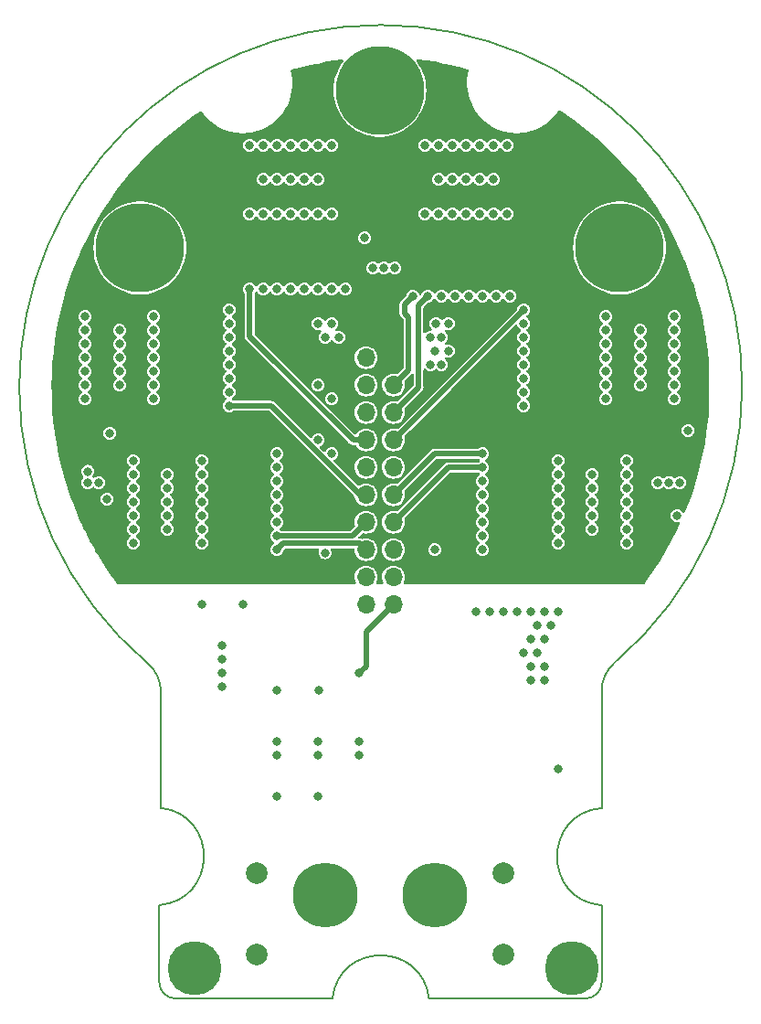
<source format=gbr>
%TF.GenerationSoftware,KiCad,Pcbnew,7.0.1*%
%TF.CreationDate,2023-12-14T23:22:24+03:00*%
%TF.ProjectId,_______ _____,21383b3e-3230-44f2-903f-3b3042302e6b,rev?*%
%TF.SameCoordinates,Original*%
%TF.FileFunction,Copper,L3,Inr*%
%TF.FilePolarity,Positive*%
%FSLAX46Y46*%
G04 Gerber Fmt 4.6, Leading zero omitted, Abs format (unit mm)*
G04 Created by KiCad (PCBNEW 7.0.1) date 2023-12-14 23:22:24*
%MOMM*%
%LPD*%
G01*
G04 APERTURE LIST*
%TA.AperFunction,ComponentPad*%
%ADD10C,8.200000*%
%TD*%
%TA.AperFunction,ComponentPad*%
%ADD11C,6.000000*%
%TD*%
%TA.AperFunction,ComponentPad*%
%ADD12R,1.700000X1.700000*%
%TD*%
%TA.AperFunction,ComponentPad*%
%ADD13O,1.700000X1.700000*%
%TD*%
%TA.AperFunction,ComponentPad*%
%ADD14C,2.000000*%
%TD*%
%TA.AperFunction,ComponentPad*%
%ADD15C,5.000000*%
%TD*%
%TA.AperFunction,ViaPad*%
%ADD16C,0.800000*%
%TD*%
%TA.AperFunction,Conductor*%
%ADD17C,0.500000*%
%TD*%
%TA.AperFunction,Profile*%
%ADD18C,0.200000*%
%TD*%
G04 APERTURE END LIST*
D10*
%TO.N,C*%
%TO.C,J7*%
X123562000Y-52583000D03*
%TD*%
%TO.N,A*%
%TO.C,J5*%
X168012000Y-52583000D03*
%TD*%
D11*
%TO.N,Shunt_1*%
%TO.C,J3*%
X140707000Y-112543000D03*
%TD*%
D12*
%TO.N,+3.3V*%
%TO.C,J4*%
X147057000Y-62743000D03*
D13*
%TO.N,~{OS}_MCU*%
X144517000Y-62743000D03*
%TO.N,G3*%
X147057000Y-65283000D03*
%TO.N,SCL_MCU*%
X144517000Y-65283000D03*
%TO.N,B*%
X147057000Y-67823000D03*
%TO.N,SDA_MCU*%
X144517000Y-67823000D03*
%TO.N,G2*%
X147057000Y-70363000D03*
%TO.N,G4*%
X144517000Y-70363000D03*
%TO.N,GND*%
X147057000Y-72903000D03*
X144517000Y-72903000D03*
%TO.N,G1*%
X147057000Y-75443000D03*
%TO.N,G6*%
X144517000Y-75443000D03*
%TO.N,A*%
X147057000Y-77983000D03*
%TO.N,C*%
X144517000Y-77983000D03*
%TO.N,GND*%
X147057000Y-80523000D03*
%TO.N,G5*%
X144517000Y-80523000D03*
%TO.N,Shunt_1*%
X147057000Y-83063000D03*
%TO.N,GND*%
X144517000Y-83063000D03*
%TO.N,Shunt_1*%
X147057000Y-85603000D03*
%TO.N,Shunt_2*%
X144517000Y-85603000D03*
%TD*%
D10*
%TO.N,B*%
%TO.C,J6*%
X145787000Y-37978000D03*
%TD*%
D14*
%TO.N,Earth_Protective*%
%TO.C,C7*%
X157217000Y-117998000D03*
%TO.N,Net-(J2-Pin_1)*%
X157217000Y-110498000D03*
%TD*%
D11*
%TO.N,Net-(J2-Pin_1)*%
%TO.C,J2*%
X150867000Y-112543000D03*
%TD*%
D15*
%TO.N,Earth_Protective*%
%TO.C,H3*%
X128642000Y-119258000D03*
%TD*%
D14*
%TO.N,Shunt_1*%
%TO.C,C8*%
X134357000Y-110498000D03*
%TO.N,Earth_Protective*%
X134357000Y-117998000D03*
%TD*%
D15*
%TO.N,Earth_Protective*%
%TO.C,H4*%
X163567000Y-119258000D03*
%TD*%
D16*
%TO.N,G1*%
X155312000Y-71633000D03*
%TO.N,A*%
X173092000Y-64013000D03*
X155312000Y-74173000D03*
X166742000Y-60203000D03*
X169917000Y-61473000D03*
X155312000Y-75443000D03*
X169917000Y-65283000D03*
X155312000Y-76713000D03*
X169917000Y-60203000D03*
X166742000Y-65283000D03*
X169917000Y-64013000D03*
X166742000Y-62743000D03*
X169917000Y-62743000D03*
X166742000Y-66553000D03*
X173092000Y-58933000D03*
X166742000Y-58933000D03*
X173092000Y-62743000D03*
X173092000Y-61473000D03*
X155312000Y-72903000D03*
X155312000Y-80523000D03*
X173092000Y-65283000D03*
X155312000Y-79253000D03*
X173092000Y-66553000D03*
X173092000Y-60203000D03*
X155312000Y-77983000D03*
X166742000Y-64013000D03*
X166742000Y-61473000D03*
%TO.N,G2*%
X159122000Y-58298000D03*
%TO.N,GND*%
X141342000Y-56393000D03*
X159122000Y-90048000D03*
X159122000Y-67188000D03*
X159122000Y-59568000D03*
X160392000Y-87508000D03*
X173346000Y-77348000D03*
X131817000Y-60838000D03*
X159122000Y-64648000D03*
X155947000Y-86238000D03*
X131817000Y-59568000D03*
X161027000Y-88778000D03*
X157217000Y-86238000D03*
X161027000Y-86238000D03*
X120768000Y-69728000D03*
X159757000Y-88778000D03*
X142612000Y-56393000D03*
X120514000Y-75824000D03*
X144390000Y-51647500D03*
X161027000Y-92588000D03*
X136262000Y-103383000D03*
X161662000Y-87508000D03*
X154677000Y-86238000D03*
X159757000Y-91318000D03*
X131817000Y-63378000D03*
X174362000Y-69474000D03*
X162297000Y-86238000D03*
X159122000Y-63378000D03*
X136262000Y-93565500D03*
X131817000Y-62108000D03*
X131817000Y-64648000D03*
X138802000Y-56393000D03*
X140122800Y-93553200D03*
X131817000Y-58298000D03*
X137532000Y-56393000D03*
X140072000Y-103383000D03*
X158487000Y-86238000D03*
X159122000Y-60838000D03*
X140072000Y-56393000D03*
X159757000Y-92588000D03*
X161027000Y-91318000D03*
X131817000Y-65918000D03*
X134992000Y-56393000D03*
X159757000Y-86238000D03*
X159122000Y-65918000D03*
X160392000Y-90048000D03*
X159122000Y-62108000D03*
X136262000Y-56393000D03*
%TO.N,G3*%
X148835000Y-57028000D03*
%TO.N,B*%
X134992000Y-46233000D03*
X140072000Y-49408000D03*
X138802000Y-46233000D03*
X137532000Y-43058000D03*
X136262000Y-43058000D03*
X133722000Y-49408000D03*
X133722000Y-43058000D03*
X136262000Y-46233000D03*
X140072000Y-43058000D03*
X154042000Y-57028000D03*
X136262000Y-49408000D03*
X150232000Y-57028000D03*
X151502000Y-57028000D03*
X140072000Y-46233000D03*
X138802000Y-43058000D03*
X157852000Y-57028000D03*
X134992000Y-49408000D03*
X137532000Y-49408000D03*
X138802000Y-49408000D03*
X155312000Y-57028000D03*
X134992000Y-43058000D03*
X137532000Y-46233000D03*
X141342000Y-49408000D03*
X156582000Y-57028000D03*
X141342000Y-43058000D03*
X152772000Y-57028000D03*
%TO.N,G4*%
X133722000Y-56393000D03*
%TO.N,G5*%
X136262000Y-80523000D03*
%TO.N,C*%
X136262000Y-76713000D03*
X124832000Y-64013000D03*
X136262000Y-79253000D03*
X124832000Y-62743000D03*
X124832000Y-61473000D03*
X121657000Y-64013000D03*
X121657000Y-61473000D03*
X118482000Y-62743000D03*
X118482000Y-61473000D03*
X136262000Y-74173000D03*
X118482000Y-65283000D03*
X124832000Y-58933000D03*
X118482000Y-58933000D03*
X118482000Y-60203000D03*
X124832000Y-60203000D03*
X124832000Y-65283000D03*
X121657000Y-62743000D03*
X136262000Y-71633000D03*
X121657000Y-65283000D03*
X118482000Y-66553000D03*
X124832000Y-66553000D03*
X121657000Y-60203000D03*
X136262000Y-72903000D03*
X136262000Y-75443000D03*
X136262000Y-77983000D03*
X118482000Y-64013000D03*
%TO.N,G6*%
X131817000Y-67188000D03*
%TO.N,Shunt_1*%
X131182000Y-91953000D03*
X140072000Y-99573000D03*
X162297000Y-100843000D03*
X140072000Y-98303000D03*
X131182000Y-89413000D03*
X143882000Y-91953000D03*
X136262000Y-99573000D03*
X131182000Y-90683000D03*
X143882000Y-98303000D03*
X140707000Y-80802500D03*
X131182000Y-93223000D03*
X150867000Y-80523000D03*
X143882000Y-99573000D03*
X133087000Y-85603000D03*
X136262000Y-98303000D03*
X129277000Y-85603000D03*
%TO.N,Shunt_2*%
X141342000Y-71633000D03*
X150486000Y-63378000D03*
X153788000Y-46233000D03*
X122927000Y-79888000D03*
X165472000Y-76078000D03*
X149978000Y-49408000D03*
X122927000Y-73538000D03*
X168647000Y-72268000D03*
X156328000Y-46233000D03*
X155058000Y-49408000D03*
X162297000Y-72268000D03*
X140072000Y-70363000D03*
X153788000Y-43058000D03*
X126102000Y-76078000D03*
X165472000Y-78618000D03*
X150867000Y-62108000D03*
X151502000Y-60838000D03*
X122927000Y-72268000D03*
X168647000Y-73538000D03*
X129277000Y-72268000D03*
X140072000Y-59568000D03*
X126102000Y-73538000D03*
X162297000Y-78618000D03*
X168647000Y-78618000D03*
X122927000Y-77348000D03*
X152518000Y-49408000D03*
X129277000Y-79888000D03*
X165472000Y-77348000D03*
X151248000Y-46233000D03*
X129277000Y-76078000D03*
X156328000Y-49408000D03*
X126102000Y-78618000D03*
X151248000Y-43058000D03*
X152518000Y-46233000D03*
X156328000Y-43058000D03*
X168647000Y-77348000D03*
X162297000Y-73538000D03*
X149978000Y-43058000D03*
X122927000Y-78618000D03*
X151502000Y-63378000D03*
X126102000Y-77348000D03*
X129277000Y-77348000D03*
X162297000Y-76078000D03*
X157598000Y-49408000D03*
X155058000Y-46233000D03*
X140072000Y-65283000D03*
X152137000Y-62108000D03*
X150486000Y-60838000D03*
X140707000Y-60838000D03*
X162297000Y-79888000D03*
X151248000Y-49408000D03*
X152137000Y-59568000D03*
X141342000Y-59568000D03*
X122927000Y-76078000D03*
X150994000Y-59568000D03*
X157598000Y-43058000D03*
X168647000Y-79888000D03*
X162297000Y-74808000D03*
X129277000Y-73538000D03*
X155058000Y-43058000D03*
X129277000Y-78618000D03*
X126102000Y-74808000D03*
X165472000Y-74808000D03*
X162297000Y-77348000D03*
X165472000Y-73538000D03*
X152518000Y-43058000D03*
X122927000Y-74808000D03*
X141977000Y-60838000D03*
X141342000Y-66553000D03*
X168647000Y-74808000D03*
X168647000Y-76078000D03*
X129277000Y-74808000D03*
X153788000Y-49408000D03*
%TO.N,+3.3V*%
X117212000Y-69728000D03*
X147184000Y-55965500D03*
X170803816Y-69475092D03*
X144644000Y-60410500D03*
%TO.N,~{OS}_MCU*%
X145152000Y-54441500D03*
X173600000Y-74300000D03*
X119752000Y-74300000D03*
%TO.N,SCL_MCU*%
X172579701Y-74295701D03*
X146168000Y-54441500D03*
X118736000Y-74300000D03*
%TO.N,SDA_MCU*%
X118727048Y-73275049D03*
X171568000Y-74300000D03*
X147184000Y-54441500D03*
%TD*%
D17*
%TO.N,G1*%
X150867000Y-71633000D02*
X147057000Y-75443000D01*
X155312000Y-71633000D02*
X150867000Y-71633000D01*
%TO.N,A*%
X152137000Y-72903000D02*
X155312000Y-72903000D01*
X147057000Y-77983000D02*
X152137000Y-72903000D01*
%TO.N,G2*%
X147057000Y-70363000D02*
X152137000Y-65283000D01*
X159122000Y-58298000D02*
X152137000Y-65283000D01*
%TO.N,G3*%
X148835000Y-57028000D02*
X148073000Y-57790000D01*
X148454000Y-59000000D02*
X148454000Y-63886000D01*
X148454000Y-63886000D02*
X147057000Y-65283000D01*
X148073000Y-58619000D02*
X148454000Y-59000000D01*
X148073000Y-57790000D02*
X148073000Y-58619000D01*
%TO.N,B*%
X149382000Y-57878000D02*
X150232000Y-57028000D01*
X149382000Y-65498000D02*
X149382000Y-57878000D01*
X147057000Y-67823000D02*
X149382000Y-65498000D01*
%TO.N,G4*%
X143314919Y-70363000D02*
X133722000Y-60770081D01*
X133722000Y-60770081D02*
X133722000Y-56393000D01*
X144517000Y-70363000D02*
X143314919Y-70363000D01*
%TO.N,G5*%
X143946500Y-79952500D02*
X144517000Y-80523000D01*
X136262000Y-80523000D02*
X136832500Y-79952500D01*
X136832500Y-79952500D02*
X143946500Y-79952500D01*
%TO.N,C*%
X136262000Y-79253000D02*
X143247000Y-79253000D01*
X143247000Y-79253000D02*
X144517000Y-77983000D01*
%TO.N,G6*%
X131817000Y-67188000D02*
X135694918Y-67188000D01*
X135694918Y-67188000D02*
X143949918Y-75443000D01*
X143949918Y-75443000D02*
X144517000Y-75443000D01*
%TO.N,Shunt_1*%
X144517000Y-88143000D02*
X147057000Y-85603000D01*
X143882000Y-91953000D02*
X144517000Y-91318000D01*
X144517000Y-91318000D02*
X144517000Y-88143000D01*
%TD*%
%TA.AperFunction,Conductor*%
%TO.N,+3.3V*%
G36*
X150208645Y-35244717D02*
G01*
X150212927Y-35245332D01*
X151283376Y-35418794D01*
X151287706Y-35419575D01*
X152351253Y-35631128D01*
X152355520Y-35632056D01*
X153410840Y-35881435D01*
X153415077Y-35882516D01*
X153944260Y-36027690D01*
X153997991Y-36058461D01*
X154030145Y-36111377D01*
X154032704Y-36173243D01*
X153943319Y-36590558D01*
X153892824Y-37019337D01*
X153882704Y-37450971D01*
X153913043Y-37881638D01*
X153983584Y-38307594D01*
X154093694Y-38725053D01*
X154242418Y-39130378D01*
X154428443Y-39519997D01*
X154650134Y-39890482D01*
X154905542Y-40238576D01*
X155192423Y-40561224D01*
X155508263Y-40855596D01*
X155850270Y-41119090D01*
X155850274Y-41119093D01*
X156215459Y-41349408D01*
X156600606Y-41544514D01*
X157002331Y-41702697D01*
X157417103Y-41822567D01*
X157841278Y-41903071D01*
X158171532Y-41934132D01*
X158271125Y-41943500D01*
X158271127Y-41943500D01*
X158594871Y-41943500D01*
X158594877Y-41943500D01*
X158918272Y-41928325D01*
X159345753Y-41867792D01*
X159765688Y-41767495D01*
X160174386Y-41628316D01*
X160568255Y-41451477D01*
X160748278Y-41349408D01*
X160943835Y-41238532D01*
X161120827Y-41114942D01*
X161297822Y-40991353D01*
X161627108Y-40712113D01*
X161928799Y-40403265D01*
X162200244Y-40067523D01*
X162314374Y-39895624D01*
X162362614Y-39853110D01*
X162425665Y-39840473D01*
X162486566Y-39861112D01*
X163051480Y-40238576D01*
X163262966Y-40379886D01*
X163266595Y-40382405D01*
X164010070Y-40918526D01*
X164146149Y-41016653D01*
X164149692Y-41019306D01*
X165006023Y-41684524D01*
X165009441Y-41687279D01*
X165841481Y-42382636D01*
X165844791Y-42385503D01*
X166651554Y-43110179D01*
X166654767Y-43113172D01*
X167435097Y-43866130D01*
X167438177Y-43869210D01*
X168094760Y-44549661D01*
X168191135Y-44649540D01*
X168194130Y-44652755D01*
X168918800Y-45459512D01*
X168921668Y-45462823D01*
X169565325Y-46233000D01*
X169617017Y-46294852D01*
X169619788Y-46298291D01*
X169775623Y-46498896D01*
X170285001Y-47154615D01*
X170287654Y-47158158D01*
X170921897Y-48037705D01*
X170924421Y-48041341D01*
X171526847Y-48942935D01*
X171529240Y-48946659D01*
X171627149Y-49105159D01*
X171978470Y-49673896D01*
X172099100Y-49869177D01*
X172101359Y-49872984D01*
X172637928Y-50815254D01*
X172640050Y-50819139D01*
X173142668Y-51779999D01*
X173144649Y-51783958D01*
X173612623Y-52762090D01*
X173614462Y-52766116D01*
X174047243Y-53760366D01*
X174048937Y-53764456D01*
X174445947Y-54773497D01*
X174447494Y-54777644D01*
X174808240Y-55800225D01*
X174809638Y-55804425D01*
X175133656Y-56839232D01*
X175134903Y-56843479D01*
X175421784Y-57889204D01*
X175422878Y-57893493D01*
X175672244Y-58948758D01*
X175673185Y-58953084D01*
X175884729Y-60016588D01*
X175885515Y-60020944D01*
X176030963Y-60918513D01*
X176051413Y-61044717D01*
X176058967Y-61091330D01*
X176059597Y-61095712D01*
X176194733Y-62171606D01*
X176195206Y-62176007D01*
X176266506Y-62972757D01*
X176267000Y-62983809D01*
X176267000Y-67880872D01*
X176266536Y-67891594D01*
X176254615Y-68028934D01*
X176205480Y-68595026D01*
X176205034Y-68599297D01*
X176077841Y-69643480D01*
X176077248Y-69647733D01*
X175913974Y-70686905D01*
X175913234Y-70691135D01*
X175714076Y-71724034D01*
X175713190Y-71728235D01*
X175478395Y-72753580D01*
X175477365Y-72757749D01*
X175207190Y-73774416D01*
X175206015Y-73778546D01*
X174900811Y-74785213D01*
X174899494Y-74789301D01*
X174559613Y-75784806D01*
X174558156Y-75788845D01*
X174184009Y-76771986D01*
X174182425Y-76775941D01*
X174081572Y-77015633D01*
X174042351Y-77066233D01*
X173983119Y-77090526D01*
X173919664Y-77082037D01*
X173868901Y-77043028D01*
X173774282Y-76919717D01*
X173648840Y-76823463D01*
X173502762Y-76762956D01*
X173346000Y-76742317D01*
X173189237Y-76762956D01*
X173043159Y-76823463D01*
X172917717Y-76919717D01*
X172821463Y-77045159D01*
X172760956Y-77191237D01*
X172740317Y-77347999D01*
X172760956Y-77504762D01*
X172821463Y-77650840D01*
X172917717Y-77776282D01*
X172982822Y-77826238D01*
X173043159Y-77872536D01*
X173189238Y-77933044D01*
X173325361Y-77950964D01*
X173345999Y-77953682D01*
X173345999Y-77953681D01*
X173346000Y-77953682D01*
X173476704Y-77936474D01*
X173541488Y-77945334D01*
X173592760Y-77985919D01*
X173616258Y-78046941D01*
X173605448Y-78111432D01*
X173331443Y-78704338D01*
X173329574Y-78708204D01*
X172855478Y-79647249D01*
X172853477Y-79651048D01*
X172347156Y-80573108D01*
X172345024Y-80576836D01*
X171807103Y-81480771D01*
X171804844Y-81484423D01*
X171235910Y-82369248D01*
X171233525Y-82372819D01*
X170634322Y-83237373D01*
X170631815Y-83240860D01*
X170328149Y-83648122D01*
X170284351Y-83684831D01*
X170228741Y-83698000D01*
X148115616Y-83698000D01*
X148054497Y-83681891D01*
X148009258Y-83637749D01*
X147991653Y-83577043D01*
X148006257Y-83515548D01*
X148032232Y-83466954D01*
X148092300Y-83268934D01*
X148112583Y-83063000D01*
X148092300Y-82857066D01*
X148032232Y-82659046D01*
X147934685Y-82476550D01*
X147846625Y-82369248D01*
X147803410Y-82316589D01*
X147705952Y-82236609D01*
X147643450Y-82185315D01*
X147460954Y-82087768D01*
X147361944Y-82057734D01*
X147262932Y-82027699D01*
X147057000Y-82007417D01*
X146851067Y-82027699D01*
X146653043Y-82087769D01*
X146470551Y-82185314D01*
X146310589Y-82316589D01*
X146179314Y-82476551D01*
X146081769Y-82659043D01*
X146021699Y-82857067D01*
X146001417Y-83063000D01*
X146021699Y-83268932D01*
X146035066Y-83312996D01*
X146081768Y-83466954D01*
X146107742Y-83515548D01*
X146122347Y-83577043D01*
X146104742Y-83637749D01*
X146059503Y-83681891D01*
X145998384Y-83698000D01*
X145575616Y-83698000D01*
X145514497Y-83681891D01*
X145469258Y-83637749D01*
X145451653Y-83577043D01*
X145466257Y-83515548D01*
X145492232Y-83466954D01*
X145552300Y-83268934D01*
X145572583Y-83063000D01*
X145552300Y-82857066D01*
X145492232Y-82659046D01*
X145394685Y-82476550D01*
X145306625Y-82369248D01*
X145263410Y-82316589D01*
X145165952Y-82236609D01*
X145103450Y-82185315D01*
X144920954Y-82087768D01*
X144821944Y-82057734D01*
X144722932Y-82027699D01*
X144517000Y-82007417D01*
X144311067Y-82027699D01*
X144113043Y-82087769D01*
X143930551Y-82185314D01*
X143770589Y-82316589D01*
X143639314Y-82476551D01*
X143541769Y-82659043D01*
X143481699Y-82857067D01*
X143461417Y-83063000D01*
X143481699Y-83268932D01*
X143495066Y-83312996D01*
X143541768Y-83466954D01*
X143567742Y-83515548D01*
X143582347Y-83577043D01*
X143564742Y-83637749D01*
X143519503Y-83681891D01*
X143458384Y-83698000D01*
X121511584Y-83698000D01*
X121456144Y-83684916D01*
X121412404Y-83648426D01*
X121358837Y-83577043D01*
X121162004Y-83314743D01*
X121159474Y-83311248D01*
X120842736Y-82857067D01*
X120554840Y-82444243D01*
X120552445Y-82440677D01*
X120507402Y-82371045D01*
X119978379Y-81553219D01*
X119976099Y-81549556D01*
X119724174Y-81128682D01*
X119433234Y-80642626D01*
X119431111Y-80638936D01*
X119367085Y-80523000D01*
X135656317Y-80523000D01*
X135676956Y-80679762D01*
X135737463Y-80825840D01*
X135833717Y-80951282D01*
X135959158Y-81047535D01*
X135959159Y-81047536D01*
X136105238Y-81108044D01*
X136262000Y-81128682D01*
X136418762Y-81108044D01*
X136564841Y-81047536D01*
X136690282Y-80951282D01*
X136786536Y-80825841D01*
X136847044Y-80679762D01*
X136857424Y-80600913D01*
X136869150Y-80562258D01*
X136892675Y-80529427D01*
X136982787Y-80439315D01*
X137023013Y-80412439D01*
X137070465Y-80403000D01*
X140036922Y-80403000D01*
X140095375Y-80417642D01*
X140140024Y-80458109D01*
X140160325Y-80514845D01*
X140151483Y-80574452D01*
X140121956Y-80645737D01*
X140101317Y-80802500D01*
X140121956Y-80959262D01*
X140182463Y-81105340D01*
X140278717Y-81230782D01*
X140329059Y-81269410D01*
X140404159Y-81327036D01*
X140550238Y-81387544D01*
X140707000Y-81408182D01*
X140863762Y-81387544D01*
X141009841Y-81327036D01*
X141135282Y-81230782D01*
X141231536Y-81105341D01*
X141292044Y-80959262D01*
X141312682Y-80802500D01*
X141292044Y-80645738D01*
X141263504Y-80576836D01*
X141262517Y-80574452D01*
X141253675Y-80514845D01*
X141273976Y-80458109D01*
X141318625Y-80417642D01*
X141377078Y-80403000D01*
X143337211Y-80403000D01*
X143395664Y-80417642D01*
X143440313Y-80458109D01*
X143460614Y-80514846D01*
X143481699Y-80728932D01*
X143481700Y-80728934D01*
X143541768Y-80926954D01*
X143639315Y-81109450D01*
X143690608Y-81171952D01*
X143770589Y-81269410D01*
X143840808Y-81327036D01*
X143930550Y-81400685D01*
X144113046Y-81498232D01*
X144311066Y-81558300D01*
X144517000Y-81578583D01*
X144722934Y-81558300D01*
X144920954Y-81498232D01*
X145103450Y-81400685D01*
X145263410Y-81269410D01*
X145394685Y-81109450D01*
X145492232Y-80926954D01*
X145552300Y-80728934D01*
X145572583Y-80523000D01*
X146001417Y-80523000D01*
X146021699Y-80728932D01*
X146021700Y-80728934D01*
X146081768Y-80926954D01*
X146179315Y-81109450D01*
X146230608Y-81171952D01*
X146310589Y-81269410D01*
X146380808Y-81327036D01*
X146470550Y-81400685D01*
X146653046Y-81498232D01*
X146851066Y-81558300D01*
X147057000Y-81578583D01*
X147262934Y-81558300D01*
X147460954Y-81498232D01*
X147643450Y-81400685D01*
X147803410Y-81269410D01*
X147934685Y-81109450D01*
X148032232Y-80926954D01*
X148092300Y-80728934D01*
X148112583Y-80523000D01*
X150261317Y-80523000D01*
X150281956Y-80679762D01*
X150342463Y-80825840D01*
X150438717Y-80951282D01*
X150564158Y-81047535D01*
X150564159Y-81047536D01*
X150710238Y-81108044D01*
X150867000Y-81128682D01*
X151023762Y-81108044D01*
X151169841Y-81047536D01*
X151295282Y-80951282D01*
X151391536Y-80825841D01*
X151452044Y-80679762D01*
X151472682Y-80523000D01*
X151452044Y-80366238D01*
X151391536Y-80220159D01*
X151369039Y-80190840D01*
X151295282Y-80094717D01*
X151169840Y-79998463D01*
X151023762Y-79937956D01*
X150867000Y-79917317D01*
X150710237Y-79937956D01*
X150564159Y-79998463D01*
X150438717Y-80094717D01*
X150342463Y-80220159D01*
X150281956Y-80366237D01*
X150261317Y-80523000D01*
X148112583Y-80523000D01*
X148092300Y-80317066D01*
X148032232Y-80119046D01*
X147934685Y-79936550D01*
X147853844Y-79838044D01*
X147803410Y-79776589D01*
X147683216Y-79677950D01*
X147643450Y-79645315D01*
X147460954Y-79547768D01*
X147319484Y-79504854D01*
X147262932Y-79487699D01*
X147057000Y-79467417D01*
X146851067Y-79487699D01*
X146653043Y-79547769D01*
X146470551Y-79645314D01*
X146310589Y-79776589D01*
X146179314Y-79936551D01*
X146081769Y-80119043D01*
X146021699Y-80317067D01*
X146001417Y-80523000D01*
X145572583Y-80523000D01*
X145552300Y-80317066D01*
X145492232Y-80119046D01*
X145394685Y-79936550D01*
X145313844Y-79838044D01*
X145263410Y-79776589D01*
X145143216Y-79677950D01*
X145103450Y-79645315D01*
X144920954Y-79547768D01*
X144779484Y-79504854D01*
X144722932Y-79487699D01*
X144517000Y-79467417D01*
X144311065Y-79487700D01*
X144174417Y-79529150D01*
X144138136Y-79534489D01*
X144101880Y-79528982D01*
X144093844Y-79526503D01*
X144089543Y-79525177D01*
X144085144Y-79523730D01*
X144025523Y-79502868D01*
X144020414Y-79502000D01*
X144014402Y-79502000D01*
X143957238Y-79502000D01*
X143952603Y-79501913D01*
X143948512Y-79501760D01*
X143930646Y-79501091D01*
X143875709Y-79485928D01*
X143833357Y-79447792D01*
X143812536Y-79394740D01*
X143817645Y-79337978D01*
X143847602Y-79289501D01*
X144110998Y-79026104D01*
X144168547Y-78993503D01*
X144234671Y-78995125D01*
X144311066Y-79018300D01*
X144517000Y-79038583D01*
X144722934Y-79018300D01*
X144920954Y-78958232D01*
X145103450Y-78860685D01*
X145263410Y-78729410D01*
X145394685Y-78569450D01*
X145492232Y-78386954D01*
X145552300Y-78188934D01*
X145572583Y-77983000D01*
X146001417Y-77983000D01*
X146021699Y-78188932D01*
X146044873Y-78265326D01*
X146081768Y-78386954D01*
X146179315Y-78569450D01*
X146219158Y-78617999D01*
X146310589Y-78729410D01*
X146365852Y-78774762D01*
X146470550Y-78860685D01*
X146653046Y-78958232D01*
X146851066Y-79018300D01*
X147057000Y-79038583D01*
X147262934Y-79018300D01*
X147460954Y-78958232D01*
X147643450Y-78860685D01*
X147803410Y-78729410D01*
X147934685Y-78569450D01*
X148032232Y-78386954D01*
X148092300Y-78188934D01*
X148112583Y-77983000D01*
X148092300Y-77777066D01*
X148069125Y-77700671D01*
X148067503Y-77634547D01*
X148100104Y-77576998D01*
X152287283Y-73389819D01*
X152327512Y-73362939D01*
X152374965Y-73353500D01*
X154870581Y-73353500D01*
X154910440Y-73360081D01*
X154946064Y-73379122D01*
X155009159Y-73427536D01*
X155009160Y-73427536D01*
X155022111Y-73437474D01*
X155020848Y-73439119D01*
X155046106Y-73457471D01*
X155072388Y-73509054D01*
X155072388Y-73566946D01*
X155046106Y-73618529D01*
X155020847Y-73636881D01*
X155022110Y-73638526D01*
X154883717Y-73744717D01*
X154787463Y-73870159D01*
X154726956Y-74016237D01*
X154706317Y-74172999D01*
X154726956Y-74329762D01*
X154787463Y-74475840D01*
X154883717Y-74601282D01*
X155022110Y-74707474D01*
X155020847Y-74709118D01*
X155046106Y-74727471D01*
X155072388Y-74779054D01*
X155072388Y-74836946D01*
X155046106Y-74888529D01*
X155020847Y-74906881D01*
X155022110Y-74908526D01*
X154883717Y-75014717D01*
X154787463Y-75140159D01*
X154726956Y-75286237D01*
X154706317Y-75442999D01*
X154726956Y-75599762D01*
X154787463Y-75745840D01*
X154883717Y-75871282D01*
X155022110Y-75977474D01*
X155020847Y-75979118D01*
X155046106Y-75997471D01*
X155072388Y-76049054D01*
X155072388Y-76106946D01*
X155046106Y-76158529D01*
X155020847Y-76176881D01*
X155022110Y-76178526D01*
X154883717Y-76284717D01*
X154787463Y-76410159D01*
X154726956Y-76556237D01*
X154706317Y-76712999D01*
X154726956Y-76869762D01*
X154787463Y-77015840D01*
X154883717Y-77141282D01*
X155022110Y-77247474D01*
X155020847Y-77249118D01*
X155046106Y-77267471D01*
X155072388Y-77319054D01*
X155072388Y-77376946D01*
X155046106Y-77428529D01*
X155020847Y-77446881D01*
X155022110Y-77448526D01*
X154883717Y-77554717D01*
X154787463Y-77680159D01*
X154726956Y-77826237D01*
X154706317Y-77983000D01*
X154726956Y-78139762D01*
X154787463Y-78285840D01*
X154883717Y-78411282D01*
X155022110Y-78517474D01*
X155020847Y-78519118D01*
X155046106Y-78537471D01*
X155072388Y-78589054D01*
X155072388Y-78646946D01*
X155046106Y-78698529D01*
X155020847Y-78716881D01*
X155022110Y-78718526D01*
X154883717Y-78824717D01*
X154787463Y-78950159D01*
X154726956Y-79096237D01*
X154706317Y-79253000D01*
X154726956Y-79409762D01*
X154787463Y-79555840D01*
X154883717Y-79681282D01*
X155022110Y-79787474D01*
X155020847Y-79789118D01*
X155046106Y-79807471D01*
X155072388Y-79859054D01*
X155072388Y-79916946D01*
X155046106Y-79968529D01*
X155020847Y-79986881D01*
X155022110Y-79988526D01*
X154883717Y-80094717D01*
X154787463Y-80220159D01*
X154726956Y-80366237D01*
X154706317Y-80523000D01*
X154726956Y-80679762D01*
X154787463Y-80825840D01*
X154883717Y-80951282D01*
X155009158Y-81047535D01*
X155009159Y-81047536D01*
X155155238Y-81108044D01*
X155312000Y-81128682D01*
X155468762Y-81108044D01*
X155614841Y-81047536D01*
X155740282Y-80951282D01*
X155836536Y-80825841D01*
X155897044Y-80679762D01*
X155917682Y-80523000D01*
X155897044Y-80366238D01*
X155836536Y-80220159D01*
X155814039Y-80190840D01*
X155740282Y-80094717D01*
X155601890Y-79988526D01*
X155603151Y-79986881D01*
X155577896Y-79968533D01*
X155551611Y-79916948D01*
X155551611Y-79888000D01*
X161691317Y-79888000D01*
X161711956Y-80044762D01*
X161772463Y-80190840D01*
X161868717Y-80316282D01*
X161933822Y-80366238D01*
X161994159Y-80412536D01*
X162140238Y-80473044D01*
X162297000Y-80493682D01*
X162453762Y-80473044D01*
X162599841Y-80412536D01*
X162725282Y-80316282D01*
X162821536Y-80190841D01*
X162882044Y-80044762D01*
X162902682Y-79888000D01*
X168041317Y-79888000D01*
X168061956Y-80044762D01*
X168122463Y-80190840D01*
X168218717Y-80316282D01*
X168283822Y-80366238D01*
X168344159Y-80412536D01*
X168490238Y-80473044D01*
X168647000Y-80493682D01*
X168803762Y-80473044D01*
X168949841Y-80412536D01*
X169075282Y-80316282D01*
X169171536Y-80190841D01*
X169232044Y-80044762D01*
X169252682Y-79888000D01*
X169232044Y-79731238D01*
X169171536Y-79585159D01*
X169128430Y-79528982D01*
X169075282Y-79459717D01*
X168936890Y-79353526D01*
X168938151Y-79351881D01*
X168912896Y-79333533D01*
X168886611Y-79281948D01*
X168886611Y-79224052D01*
X168912896Y-79172467D01*
X168938151Y-79154118D01*
X168936890Y-79152474D01*
X169075282Y-79046282D01*
X169081190Y-79038582D01*
X169171536Y-78920841D01*
X169232044Y-78774762D01*
X169252682Y-78618000D01*
X169232044Y-78461238D01*
X169171536Y-78315159D01*
X169133298Y-78265326D01*
X169075282Y-78189717D01*
X168936890Y-78083526D01*
X168938151Y-78081881D01*
X168912896Y-78063533D01*
X168886611Y-78011948D01*
X168886611Y-77954052D01*
X168912896Y-77902467D01*
X168938151Y-77884118D01*
X168936890Y-77882474D01*
X169075282Y-77776282D01*
X169133299Y-77700672D01*
X169171536Y-77650841D01*
X169232044Y-77504762D01*
X169252682Y-77348000D01*
X169232044Y-77191238D01*
X169171536Y-77045159D01*
X169114535Y-76970873D01*
X169075282Y-76919717D01*
X168936890Y-76813526D01*
X168938151Y-76811881D01*
X168912896Y-76793533D01*
X168886611Y-76741948D01*
X168886611Y-76684052D01*
X168912896Y-76632467D01*
X168938151Y-76614118D01*
X168936890Y-76612474D01*
X169075282Y-76506282D01*
X169134059Y-76429682D01*
X169171536Y-76380841D01*
X169232044Y-76234762D01*
X169252682Y-76078000D01*
X169232044Y-75921238D01*
X169171536Y-75775159D01*
X169088725Y-75667237D01*
X169075282Y-75649717D01*
X168936890Y-75543526D01*
X168938151Y-75541881D01*
X168912896Y-75523533D01*
X168886611Y-75471948D01*
X168886611Y-75414052D01*
X168912896Y-75362467D01*
X168938151Y-75344118D01*
X168936890Y-75342474D01*
X169075282Y-75236282D01*
X169133299Y-75160672D01*
X169171536Y-75110841D01*
X169232044Y-74964762D01*
X169252682Y-74808000D01*
X169232044Y-74651238D01*
X169171536Y-74505159D01*
X169114535Y-74430873D01*
X169075282Y-74379717D01*
X168971391Y-74299999D01*
X170962317Y-74299999D01*
X170982956Y-74456762D01*
X171043463Y-74602840D01*
X171139717Y-74728282D01*
X171243609Y-74808000D01*
X171265159Y-74824536D01*
X171411238Y-74885044D01*
X171568000Y-74905682D01*
X171724762Y-74885044D01*
X171870841Y-74824536D01*
X171996282Y-74728282D01*
X171996283Y-74728279D01*
X172001164Y-74724535D01*
X172049812Y-74701849D01*
X172103489Y-74701849D01*
X172152137Y-74724534D01*
X172223189Y-74779054D01*
X172276860Y-74820237D01*
X172422939Y-74880745D01*
X172579701Y-74901383D01*
X172736463Y-74880745D01*
X172882542Y-74820237D01*
X173007983Y-74723983D01*
X173007982Y-74723983D01*
X173011563Y-74721236D01*
X173060210Y-74698551D01*
X173113887Y-74698551D01*
X173162535Y-74721236D01*
X173275609Y-74808000D01*
X173297159Y-74824536D01*
X173443238Y-74885044D01*
X173600000Y-74905682D01*
X173756762Y-74885044D01*
X173902841Y-74824536D01*
X174028282Y-74728282D01*
X174124536Y-74602841D01*
X174185044Y-74456762D01*
X174205682Y-74300000D01*
X174185044Y-74143238D01*
X174124536Y-73997159D01*
X174108500Y-73976260D01*
X174028282Y-73871717D01*
X173902840Y-73775463D01*
X173756762Y-73714956D01*
X173600000Y-73694317D01*
X173443237Y-73714956D01*
X173297159Y-73775463D01*
X173168138Y-73874465D01*
X173119491Y-73897150D01*
X173065814Y-73897150D01*
X173017166Y-73874465D01*
X172882541Y-73771164D01*
X172736463Y-73710657D01*
X172579701Y-73690018D01*
X172422938Y-73710657D01*
X172276860Y-73771164D01*
X172146535Y-73871166D01*
X172097887Y-73893851D01*
X172044210Y-73893851D01*
X171995563Y-73871166D01*
X171870840Y-73775463D01*
X171724762Y-73714956D01*
X171568000Y-73694317D01*
X171411237Y-73714956D01*
X171265159Y-73775463D01*
X171139717Y-73871717D01*
X171043463Y-73997159D01*
X170982956Y-74143237D01*
X170962317Y-74299999D01*
X168971391Y-74299999D01*
X168936890Y-74273526D01*
X168938151Y-74271881D01*
X168912896Y-74253533D01*
X168886611Y-74201948D01*
X168886611Y-74144052D01*
X168912896Y-74092467D01*
X168938151Y-74074118D01*
X168936890Y-74072474D01*
X169075282Y-73966282D01*
X169096753Y-73938300D01*
X169171536Y-73840841D01*
X169232044Y-73694762D01*
X169252682Y-73538000D01*
X169232044Y-73381238D01*
X169171536Y-73235159D01*
X169149039Y-73205840D01*
X169075282Y-73109717D01*
X168936890Y-73003526D01*
X168938151Y-73001881D01*
X168912896Y-72983533D01*
X168886611Y-72931948D01*
X168886611Y-72874052D01*
X168912896Y-72822467D01*
X168938151Y-72804118D01*
X168936890Y-72802474D01*
X169075282Y-72696282D01*
X169080098Y-72690005D01*
X169171536Y-72570841D01*
X169232044Y-72424762D01*
X169252682Y-72268000D01*
X169232044Y-72111238D01*
X169171536Y-71965159D01*
X169142845Y-71927768D01*
X169075282Y-71839717D01*
X168949840Y-71743463D01*
X168803762Y-71682956D01*
X168647000Y-71662317D01*
X168490237Y-71682956D01*
X168344159Y-71743463D01*
X168218717Y-71839717D01*
X168122463Y-71965159D01*
X168061956Y-72111237D01*
X168041317Y-72267999D01*
X168061956Y-72424762D01*
X168122463Y-72570840D01*
X168218717Y-72696282D01*
X168357110Y-72802474D01*
X168355847Y-72804118D01*
X168381106Y-72822471D01*
X168407388Y-72874054D01*
X168407388Y-72931946D01*
X168381106Y-72983529D01*
X168355847Y-73001881D01*
X168357110Y-73003526D01*
X168218717Y-73109717D01*
X168122463Y-73235159D01*
X168061956Y-73381237D01*
X168041317Y-73537999D01*
X168061956Y-73694762D01*
X168122463Y-73840840D01*
X168218717Y-73966282D01*
X168357110Y-74072474D01*
X168355847Y-74074118D01*
X168381106Y-74092471D01*
X168407388Y-74144054D01*
X168407388Y-74201946D01*
X168381106Y-74253529D01*
X168355847Y-74271881D01*
X168357110Y-74273526D01*
X168218717Y-74379717D01*
X168122463Y-74505159D01*
X168061956Y-74651237D01*
X168041317Y-74807999D01*
X168061956Y-74964762D01*
X168122463Y-75110840D01*
X168218717Y-75236282D01*
X168357110Y-75342474D01*
X168355847Y-75344118D01*
X168381106Y-75362471D01*
X168407388Y-75414054D01*
X168407388Y-75471946D01*
X168381106Y-75523529D01*
X168355847Y-75541881D01*
X168357110Y-75543526D01*
X168218717Y-75649717D01*
X168122463Y-75775159D01*
X168061956Y-75921237D01*
X168041317Y-76077999D01*
X168061956Y-76234762D01*
X168122463Y-76380840D01*
X168218717Y-76506282D01*
X168357110Y-76612474D01*
X168355847Y-76614118D01*
X168381106Y-76632471D01*
X168407388Y-76684054D01*
X168407388Y-76741946D01*
X168381106Y-76793529D01*
X168355847Y-76811881D01*
X168357110Y-76813526D01*
X168218717Y-76919717D01*
X168122463Y-77045159D01*
X168061956Y-77191237D01*
X168041317Y-77347999D01*
X168061956Y-77504762D01*
X168122463Y-77650840D01*
X168218717Y-77776282D01*
X168357110Y-77882474D01*
X168355848Y-77884118D01*
X168381093Y-77902454D01*
X168407383Y-77954033D01*
X168407393Y-78011925D01*
X168381119Y-78063513D01*
X168355847Y-78081881D01*
X168357110Y-78083526D01*
X168218717Y-78189717D01*
X168122463Y-78315159D01*
X168061956Y-78461237D01*
X168041317Y-78618000D01*
X168061956Y-78774762D01*
X168122463Y-78920840D01*
X168218717Y-79046282D01*
X168357110Y-79152474D01*
X168355847Y-79154118D01*
X168381106Y-79172471D01*
X168407388Y-79224054D01*
X168407388Y-79281946D01*
X168381106Y-79333529D01*
X168355847Y-79351881D01*
X168357110Y-79353526D01*
X168218717Y-79459717D01*
X168122463Y-79585159D01*
X168061956Y-79731237D01*
X168041317Y-79888000D01*
X162902682Y-79888000D01*
X162882044Y-79731238D01*
X162821536Y-79585159D01*
X162778430Y-79528982D01*
X162725282Y-79459717D01*
X162586890Y-79353526D01*
X162588151Y-79351881D01*
X162562896Y-79333533D01*
X162536611Y-79281948D01*
X162536611Y-79224052D01*
X162562896Y-79172467D01*
X162588151Y-79154118D01*
X162586890Y-79152474D01*
X162725282Y-79046282D01*
X162731190Y-79038582D01*
X162821536Y-78920841D01*
X162882044Y-78774762D01*
X162902682Y-78618000D01*
X164866317Y-78618000D01*
X164886956Y-78774762D01*
X164947463Y-78920840D01*
X165043717Y-79046282D01*
X165108822Y-79096238D01*
X165169159Y-79142536D01*
X165315238Y-79203044D01*
X165472000Y-79223682D01*
X165628762Y-79203044D01*
X165774841Y-79142536D01*
X165900282Y-79046282D01*
X165996536Y-78920841D01*
X166057044Y-78774762D01*
X166077682Y-78618000D01*
X166057044Y-78461238D01*
X165996536Y-78315159D01*
X165958298Y-78265326D01*
X165900282Y-78189717D01*
X165761890Y-78083526D01*
X165763151Y-78081881D01*
X165737896Y-78063533D01*
X165711611Y-78011948D01*
X165711611Y-77954052D01*
X165737896Y-77902467D01*
X165763151Y-77884118D01*
X165761890Y-77882474D01*
X165900282Y-77776282D01*
X165958299Y-77700672D01*
X165996536Y-77650841D01*
X166057044Y-77504762D01*
X166077682Y-77348000D01*
X166057044Y-77191238D01*
X165996536Y-77045159D01*
X165939535Y-76970873D01*
X165900282Y-76919717D01*
X165761890Y-76813526D01*
X165763151Y-76811881D01*
X165737896Y-76793533D01*
X165711611Y-76741948D01*
X165711611Y-76684052D01*
X165737896Y-76632467D01*
X165763151Y-76614118D01*
X165761890Y-76612474D01*
X165900282Y-76506282D01*
X165959059Y-76429682D01*
X165996536Y-76380841D01*
X166057044Y-76234762D01*
X166077682Y-76078000D01*
X166057044Y-75921238D01*
X165996536Y-75775159D01*
X165913725Y-75667237D01*
X165900282Y-75649717D01*
X165761890Y-75543526D01*
X165763151Y-75541881D01*
X165737896Y-75523533D01*
X165711611Y-75471948D01*
X165711611Y-75414052D01*
X165737896Y-75362467D01*
X165763151Y-75344118D01*
X165761890Y-75342474D01*
X165900282Y-75236282D01*
X165958299Y-75160672D01*
X165996536Y-75110841D01*
X166057044Y-74964762D01*
X166077682Y-74808000D01*
X166057044Y-74651238D01*
X165996536Y-74505159D01*
X165939535Y-74430873D01*
X165900282Y-74379717D01*
X165761890Y-74273526D01*
X165763151Y-74271881D01*
X165737896Y-74253533D01*
X165711611Y-74201948D01*
X165711611Y-74144052D01*
X165737896Y-74092467D01*
X165763151Y-74074118D01*
X165761890Y-74072474D01*
X165900282Y-73966282D01*
X165921753Y-73938300D01*
X165996536Y-73840841D01*
X166057044Y-73694762D01*
X166077682Y-73538000D01*
X166057044Y-73381238D01*
X165996536Y-73235159D01*
X165974039Y-73205840D01*
X165900282Y-73109717D01*
X165774840Y-73013463D01*
X165628762Y-72952956D01*
X165472000Y-72932317D01*
X165315237Y-72952956D01*
X165169159Y-73013463D01*
X165043717Y-73109717D01*
X164947463Y-73235159D01*
X164886956Y-73381237D01*
X164866317Y-73537999D01*
X164886956Y-73694762D01*
X164947463Y-73840840D01*
X165043717Y-73966282D01*
X165182110Y-74072474D01*
X165180847Y-74074118D01*
X165206106Y-74092471D01*
X165232388Y-74144054D01*
X165232388Y-74201946D01*
X165206106Y-74253529D01*
X165180847Y-74271881D01*
X165182110Y-74273526D01*
X165043717Y-74379717D01*
X164947463Y-74505159D01*
X164886956Y-74651237D01*
X164866317Y-74807999D01*
X164886956Y-74964762D01*
X164947463Y-75110840D01*
X165043717Y-75236282D01*
X165182110Y-75342474D01*
X165180847Y-75344118D01*
X165206106Y-75362471D01*
X165232388Y-75414054D01*
X165232388Y-75471946D01*
X165206106Y-75523529D01*
X165180847Y-75541881D01*
X165182110Y-75543526D01*
X165043717Y-75649717D01*
X164947463Y-75775159D01*
X164886956Y-75921237D01*
X164866317Y-76077999D01*
X164886956Y-76234762D01*
X164947463Y-76380840D01*
X165043717Y-76506282D01*
X165182110Y-76612474D01*
X165180847Y-76614118D01*
X165206106Y-76632471D01*
X165232388Y-76684054D01*
X165232388Y-76741946D01*
X165206106Y-76793529D01*
X165180847Y-76811881D01*
X165182110Y-76813526D01*
X165043717Y-76919717D01*
X164947463Y-77045159D01*
X164886956Y-77191237D01*
X164866317Y-77347999D01*
X164886956Y-77504762D01*
X164947463Y-77650840D01*
X165043717Y-77776282D01*
X165182110Y-77882474D01*
X165180848Y-77884118D01*
X165206093Y-77902454D01*
X165232383Y-77954033D01*
X165232393Y-78011925D01*
X165206119Y-78063513D01*
X165180847Y-78081881D01*
X165182110Y-78083526D01*
X165043717Y-78189717D01*
X164947463Y-78315159D01*
X164886956Y-78461237D01*
X164866317Y-78618000D01*
X162902682Y-78618000D01*
X162882044Y-78461238D01*
X162821536Y-78315159D01*
X162783298Y-78265326D01*
X162725282Y-78189717D01*
X162586890Y-78083526D01*
X162588151Y-78081881D01*
X162562896Y-78063533D01*
X162536611Y-78011948D01*
X162536611Y-77954052D01*
X162562896Y-77902467D01*
X162588151Y-77884118D01*
X162586890Y-77882474D01*
X162725282Y-77776282D01*
X162783299Y-77700672D01*
X162821536Y-77650841D01*
X162882044Y-77504762D01*
X162902682Y-77348000D01*
X162882044Y-77191238D01*
X162821536Y-77045159D01*
X162764535Y-76970873D01*
X162725282Y-76919717D01*
X162586890Y-76813526D01*
X162588151Y-76811881D01*
X162562896Y-76793533D01*
X162536611Y-76741948D01*
X162536611Y-76684052D01*
X162562896Y-76632467D01*
X162588151Y-76614118D01*
X162586890Y-76612474D01*
X162725282Y-76506282D01*
X162784059Y-76429682D01*
X162821536Y-76380841D01*
X162882044Y-76234762D01*
X162902682Y-76078000D01*
X162882044Y-75921238D01*
X162821536Y-75775159D01*
X162738725Y-75667237D01*
X162725282Y-75649717D01*
X162586890Y-75543526D01*
X162588151Y-75541881D01*
X162562896Y-75523533D01*
X162536611Y-75471948D01*
X162536611Y-75414052D01*
X162562896Y-75362467D01*
X162588151Y-75344118D01*
X162586890Y-75342474D01*
X162725282Y-75236282D01*
X162783299Y-75160672D01*
X162821536Y-75110841D01*
X162882044Y-74964762D01*
X162902682Y-74808000D01*
X162882044Y-74651238D01*
X162821536Y-74505159D01*
X162764535Y-74430873D01*
X162725282Y-74379717D01*
X162586890Y-74273526D01*
X162588151Y-74271881D01*
X162562896Y-74253533D01*
X162536611Y-74201948D01*
X162536611Y-74144052D01*
X162562896Y-74092467D01*
X162588151Y-74074118D01*
X162586890Y-74072474D01*
X162725282Y-73966282D01*
X162746753Y-73938300D01*
X162821536Y-73840841D01*
X162882044Y-73694762D01*
X162902682Y-73538000D01*
X162882044Y-73381238D01*
X162821536Y-73235159D01*
X162799039Y-73205840D01*
X162725282Y-73109717D01*
X162586890Y-73003526D01*
X162588151Y-73001881D01*
X162562896Y-72983533D01*
X162536611Y-72931948D01*
X162536611Y-72874052D01*
X162562896Y-72822467D01*
X162588151Y-72804118D01*
X162586890Y-72802474D01*
X162725282Y-72696282D01*
X162730098Y-72690005D01*
X162821536Y-72570841D01*
X162882044Y-72424762D01*
X162902682Y-72268000D01*
X162882044Y-72111238D01*
X162821536Y-71965159D01*
X162792845Y-71927768D01*
X162725282Y-71839717D01*
X162599840Y-71743463D01*
X162453762Y-71682956D01*
X162297000Y-71662317D01*
X162140237Y-71682956D01*
X161994159Y-71743463D01*
X161868717Y-71839717D01*
X161772463Y-71965159D01*
X161711956Y-72111237D01*
X161691317Y-72267999D01*
X161711956Y-72424762D01*
X161772463Y-72570840D01*
X161868717Y-72696282D01*
X162007110Y-72802474D01*
X162005847Y-72804118D01*
X162031106Y-72822471D01*
X162057388Y-72874054D01*
X162057388Y-72931946D01*
X162031106Y-72983529D01*
X162005847Y-73001881D01*
X162007110Y-73003526D01*
X161868717Y-73109717D01*
X161772463Y-73235159D01*
X161711956Y-73381237D01*
X161691317Y-73537999D01*
X161711956Y-73694762D01*
X161772463Y-73840840D01*
X161868717Y-73966282D01*
X162007110Y-74072474D01*
X162005847Y-74074118D01*
X162031106Y-74092471D01*
X162057388Y-74144054D01*
X162057388Y-74201946D01*
X162031106Y-74253529D01*
X162005847Y-74271881D01*
X162007110Y-74273526D01*
X161868717Y-74379717D01*
X161772463Y-74505159D01*
X161711956Y-74651237D01*
X161691317Y-74807999D01*
X161711956Y-74964762D01*
X161772463Y-75110840D01*
X161868717Y-75236282D01*
X162007110Y-75342474D01*
X162005847Y-75344118D01*
X162031106Y-75362471D01*
X162057388Y-75414054D01*
X162057388Y-75471946D01*
X162031106Y-75523529D01*
X162005847Y-75541881D01*
X162007110Y-75543526D01*
X161868717Y-75649717D01*
X161772463Y-75775159D01*
X161711956Y-75921237D01*
X161691317Y-76077999D01*
X161711956Y-76234762D01*
X161772463Y-76380840D01*
X161868717Y-76506282D01*
X162007110Y-76612474D01*
X162005847Y-76614118D01*
X162031106Y-76632471D01*
X162057388Y-76684054D01*
X162057388Y-76741946D01*
X162031106Y-76793529D01*
X162005847Y-76811881D01*
X162007110Y-76813526D01*
X161868717Y-76919717D01*
X161772463Y-77045159D01*
X161711956Y-77191237D01*
X161691317Y-77347999D01*
X161711956Y-77504762D01*
X161772463Y-77650840D01*
X161868717Y-77776282D01*
X162007110Y-77882474D01*
X162005848Y-77884118D01*
X162031093Y-77902454D01*
X162057383Y-77954033D01*
X162057393Y-78011925D01*
X162031119Y-78063513D01*
X162005847Y-78081881D01*
X162007110Y-78083526D01*
X161868717Y-78189717D01*
X161772463Y-78315159D01*
X161711956Y-78461237D01*
X161691317Y-78618000D01*
X161711956Y-78774762D01*
X161772463Y-78920840D01*
X161868717Y-79046282D01*
X162007110Y-79152474D01*
X162005847Y-79154118D01*
X162031106Y-79172471D01*
X162057388Y-79224054D01*
X162057388Y-79281946D01*
X162031106Y-79333529D01*
X162005847Y-79351881D01*
X162007110Y-79353526D01*
X161868717Y-79459717D01*
X161772463Y-79585159D01*
X161711956Y-79731237D01*
X161691317Y-79888000D01*
X155551611Y-79888000D01*
X155551611Y-79859052D01*
X155577896Y-79807467D01*
X155603151Y-79789118D01*
X155601890Y-79787474D01*
X155740282Y-79681282D01*
X155767881Y-79645314D01*
X155836536Y-79555841D01*
X155897044Y-79409762D01*
X155917682Y-79253000D01*
X155897044Y-79096238D01*
X155836536Y-78950159D01*
X155814039Y-78920840D01*
X155740282Y-78824717D01*
X155601890Y-78718526D01*
X155603151Y-78716881D01*
X155577896Y-78698533D01*
X155551611Y-78646948D01*
X155551611Y-78589052D01*
X155577896Y-78537467D01*
X155603151Y-78519118D01*
X155601890Y-78517474D01*
X155740282Y-78411282D01*
X155801538Y-78331451D01*
X155836536Y-78285841D01*
X155897044Y-78139762D01*
X155917682Y-77983000D01*
X155897044Y-77826238D01*
X155836536Y-77680159D01*
X155801537Y-77634547D01*
X155740282Y-77554717D01*
X155601890Y-77448526D01*
X155603151Y-77446881D01*
X155577896Y-77428533D01*
X155551611Y-77376948D01*
X155551611Y-77319052D01*
X155577896Y-77267467D01*
X155603151Y-77249118D01*
X155601890Y-77247474D01*
X155740282Y-77141282D01*
X155797869Y-77066233D01*
X155836536Y-77015841D01*
X155897044Y-76869762D01*
X155917682Y-76713000D01*
X155897044Y-76556238D01*
X155836536Y-76410159D01*
X155814039Y-76380840D01*
X155740282Y-76284717D01*
X155601890Y-76178526D01*
X155603151Y-76176881D01*
X155577896Y-76158533D01*
X155551611Y-76106948D01*
X155551611Y-76049052D01*
X155577896Y-75997467D01*
X155603151Y-75979118D01*
X155601890Y-75977474D01*
X155740282Y-75871282D01*
X155768583Y-75834399D01*
X155836536Y-75745841D01*
X155897044Y-75599762D01*
X155917682Y-75443000D01*
X155897044Y-75286238D01*
X155836536Y-75140159D01*
X155801537Y-75094547D01*
X155740282Y-75014717D01*
X155601890Y-74908526D01*
X155603151Y-74906881D01*
X155577896Y-74888533D01*
X155551611Y-74836948D01*
X155551611Y-74779052D01*
X155577896Y-74727467D01*
X155603151Y-74709118D01*
X155601890Y-74707474D01*
X155740282Y-74601282D01*
X155767881Y-74565314D01*
X155836536Y-74475841D01*
X155897044Y-74329762D01*
X155917682Y-74173000D01*
X155897044Y-74016238D01*
X155836536Y-73870159D01*
X155834434Y-73867419D01*
X155740282Y-73744717D01*
X155601890Y-73638526D01*
X155603151Y-73636881D01*
X155577896Y-73618533D01*
X155551611Y-73566948D01*
X155551611Y-73509052D01*
X155577896Y-73457467D01*
X155603151Y-73439118D01*
X155601890Y-73437474D01*
X155740282Y-73331282D01*
X155783431Y-73275049D01*
X155836536Y-73205841D01*
X155897044Y-73059762D01*
X155917682Y-72903000D01*
X155897044Y-72746238D01*
X155836536Y-72600159D01*
X155821117Y-72580064D01*
X155740282Y-72474717D01*
X155601890Y-72368526D01*
X155603151Y-72366881D01*
X155577896Y-72348533D01*
X155551611Y-72296948D01*
X155551611Y-72239052D01*
X155577896Y-72187467D01*
X155603151Y-72169118D01*
X155601890Y-72167474D01*
X155740282Y-72061282D01*
X155767881Y-72025314D01*
X155836536Y-71935841D01*
X155897044Y-71789762D01*
X155917682Y-71633000D01*
X155897044Y-71476238D01*
X155836536Y-71330159D01*
X155821107Y-71310051D01*
X155740282Y-71204717D01*
X155614840Y-71108463D01*
X155468762Y-71047956D01*
X155312000Y-71027317D01*
X155155237Y-71047956D01*
X155009161Y-71108462D01*
X154985525Y-71126598D01*
X154946064Y-71156877D01*
X154910440Y-71175919D01*
X154870581Y-71182500D01*
X150899262Y-71182500D01*
X150885378Y-71181720D01*
X150849964Y-71177729D01*
X150793782Y-71188358D01*
X150789217Y-71189134D01*
X150726763Y-71198548D01*
X150721840Y-71200169D01*
X150665965Y-71229699D01*
X150661854Y-71231774D01*
X150643353Y-71240685D01*
X150604948Y-71259180D01*
X150600709Y-71262188D01*
X150556059Y-71306837D01*
X150552722Y-71310051D01*
X150506392Y-71353039D01*
X150494967Y-71367928D01*
X147463002Y-74399893D01*
X147405451Y-74432496D01*
X147339327Y-74430873D01*
X147303120Y-74419890D01*
X147262932Y-74407699D01*
X147057000Y-74387417D01*
X146851067Y-74407699D01*
X146653043Y-74467769D01*
X146470551Y-74565314D01*
X146310589Y-74696589D01*
X146179314Y-74856551D01*
X146081769Y-75039043D01*
X146021699Y-75237067D01*
X146001417Y-75442999D01*
X146021699Y-75648932D01*
X146027252Y-75667237D01*
X146081768Y-75846954D01*
X146179315Y-76029450D01*
X146219158Y-76077999D01*
X146310589Y-76189410D01*
X146365852Y-76234762D01*
X146470550Y-76320685D01*
X146653046Y-76418232D01*
X146851066Y-76478300D01*
X147057000Y-76498583D01*
X147262934Y-76478300D01*
X147460954Y-76418232D01*
X147643450Y-76320685D01*
X147803410Y-76189410D01*
X147934685Y-76029450D01*
X148032232Y-75846954D01*
X148092300Y-75648934D01*
X148112583Y-75443000D01*
X148092300Y-75237066D01*
X148069125Y-75160671D01*
X148067503Y-75094547D01*
X148100104Y-75036998D01*
X151017284Y-72119818D01*
X151057512Y-72092939D01*
X151104965Y-72083500D01*
X154870581Y-72083500D01*
X154910440Y-72090081D01*
X154946064Y-72109122D01*
X155009159Y-72157536D01*
X155009160Y-72157536D01*
X155022111Y-72167474D01*
X155020848Y-72169119D01*
X155046106Y-72187471D01*
X155072388Y-72239054D01*
X155072388Y-72296946D01*
X155046106Y-72348529D01*
X155020848Y-72366880D01*
X155022111Y-72368526D01*
X155009160Y-72378463D01*
X155009159Y-72378464D01*
X154946064Y-72426877D01*
X154910440Y-72445919D01*
X154870581Y-72452500D01*
X152169262Y-72452500D01*
X152155379Y-72451720D01*
X152150926Y-72451218D01*
X152119964Y-72447729D01*
X152063784Y-72458358D01*
X152059219Y-72459134D01*
X151996761Y-72468549D01*
X151991834Y-72470170D01*
X151935964Y-72499699D01*
X151931825Y-72501789D01*
X151874949Y-72529179D01*
X151870708Y-72532188D01*
X151826045Y-72576850D01*
X151822708Y-72580064D01*
X151776394Y-72623037D01*
X151764968Y-72637926D01*
X147463002Y-76939893D01*
X147405451Y-76972496D01*
X147339327Y-76970873D01*
X147303120Y-76959890D01*
X147262932Y-76947699D01*
X147057000Y-76927417D01*
X146851067Y-76947699D01*
X146653043Y-77007769D01*
X146470551Y-77105314D01*
X146310589Y-77236589D01*
X146179314Y-77396551D01*
X146081769Y-77579043D01*
X146021699Y-77777067D01*
X146001417Y-77983000D01*
X145572583Y-77983000D01*
X145552300Y-77777066D01*
X145492232Y-77579046D01*
X145394685Y-77396550D01*
X145313844Y-77298044D01*
X145263410Y-77236589D01*
X145147276Y-77141282D01*
X145103450Y-77105315D01*
X144920954Y-77007768D01*
X144821944Y-76977734D01*
X144722932Y-76947699D01*
X144517000Y-76927417D01*
X144311067Y-76947699D01*
X144113043Y-77007769D01*
X143930551Y-77105314D01*
X143770589Y-77236589D01*
X143639314Y-77396551D01*
X143541769Y-77579043D01*
X143481699Y-77777067D01*
X143461417Y-77983000D01*
X143481699Y-78188932D01*
X143504873Y-78265326D01*
X143506496Y-78331451D01*
X143473893Y-78389002D01*
X143096716Y-78766181D01*
X143056488Y-78793061D01*
X143009035Y-78802500D01*
X136703419Y-78802500D01*
X136663560Y-78795919D01*
X136627935Y-78776877D01*
X136564841Y-78728464D01*
X136564839Y-78728463D01*
X136551889Y-78718526D01*
X136553151Y-78716880D01*
X136527896Y-78698533D01*
X136501611Y-78646948D01*
X136501611Y-78589052D01*
X136527896Y-78537467D01*
X136553151Y-78519118D01*
X136551890Y-78517474D01*
X136690282Y-78411282D01*
X136751538Y-78331451D01*
X136786536Y-78285841D01*
X136847044Y-78139762D01*
X136867682Y-77983000D01*
X136847044Y-77826238D01*
X136786536Y-77680159D01*
X136751537Y-77634547D01*
X136690282Y-77554717D01*
X136551890Y-77448526D01*
X136553151Y-77446881D01*
X136527896Y-77428533D01*
X136501611Y-77376948D01*
X136501611Y-77319052D01*
X136527896Y-77267467D01*
X136553151Y-77249118D01*
X136551890Y-77247474D01*
X136690282Y-77141282D01*
X136747869Y-77066233D01*
X136786536Y-77015841D01*
X136847044Y-76869762D01*
X136867682Y-76713000D01*
X136847044Y-76556238D01*
X136786536Y-76410159D01*
X136764039Y-76380840D01*
X136690282Y-76284717D01*
X136551890Y-76178526D01*
X136553151Y-76176881D01*
X136527896Y-76158533D01*
X136501611Y-76106948D01*
X136501611Y-76049052D01*
X136527896Y-75997467D01*
X136553151Y-75979118D01*
X136551890Y-75977474D01*
X136690282Y-75871282D01*
X136718583Y-75834399D01*
X136786536Y-75745841D01*
X136847044Y-75599762D01*
X136867682Y-75443000D01*
X136847044Y-75286238D01*
X136786536Y-75140159D01*
X136751537Y-75094547D01*
X136690282Y-75014717D01*
X136551890Y-74908526D01*
X136553151Y-74906881D01*
X136527896Y-74888533D01*
X136501611Y-74836948D01*
X136501611Y-74779052D01*
X136527896Y-74727467D01*
X136553151Y-74709118D01*
X136551890Y-74707474D01*
X136690282Y-74601282D01*
X136717881Y-74565314D01*
X136786536Y-74475841D01*
X136847044Y-74329762D01*
X136867682Y-74173000D01*
X136847044Y-74016238D01*
X136786536Y-73870159D01*
X136784434Y-73867419D01*
X136690282Y-73744717D01*
X136551890Y-73638526D01*
X136553151Y-73636881D01*
X136527896Y-73618533D01*
X136501611Y-73566948D01*
X136501611Y-73509052D01*
X136527896Y-73457467D01*
X136553151Y-73439118D01*
X136551890Y-73437474D01*
X136690282Y-73331282D01*
X136733431Y-73275049D01*
X136786536Y-73205841D01*
X136847044Y-73059762D01*
X136867682Y-72903000D01*
X136847044Y-72746238D01*
X136786536Y-72600159D01*
X136771117Y-72580064D01*
X136690282Y-72474717D01*
X136551890Y-72368526D01*
X136553151Y-72366881D01*
X136527896Y-72348533D01*
X136501611Y-72296948D01*
X136501611Y-72239052D01*
X136527896Y-72187467D01*
X136553151Y-72169118D01*
X136551890Y-72167474D01*
X136690282Y-72061282D01*
X136717881Y-72025314D01*
X136786536Y-71935841D01*
X136847044Y-71789762D01*
X136867682Y-71633000D01*
X136847044Y-71476238D01*
X136786536Y-71330159D01*
X136771107Y-71310051D01*
X136690282Y-71204717D01*
X136564840Y-71108463D01*
X136418762Y-71047956D01*
X136262000Y-71027317D01*
X136105237Y-71047956D01*
X135959159Y-71108463D01*
X135833717Y-71204717D01*
X135737463Y-71330159D01*
X135676956Y-71476237D01*
X135656317Y-71632999D01*
X135676956Y-71789762D01*
X135737463Y-71935840D01*
X135833717Y-72061282D01*
X135972110Y-72167474D01*
X135970847Y-72169118D01*
X135996106Y-72187471D01*
X136022388Y-72239054D01*
X136022388Y-72296946D01*
X135996106Y-72348529D01*
X135970847Y-72366881D01*
X135972110Y-72368526D01*
X135833717Y-72474717D01*
X135737463Y-72600159D01*
X135676956Y-72746237D01*
X135656317Y-72902999D01*
X135676956Y-73059762D01*
X135737463Y-73205840D01*
X135833717Y-73331282D01*
X135972110Y-73437474D01*
X135970847Y-73439118D01*
X135996106Y-73457471D01*
X136022388Y-73509054D01*
X136022388Y-73566946D01*
X135996106Y-73618529D01*
X135970847Y-73636881D01*
X135972110Y-73638526D01*
X135833717Y-73744717D01*
X135737463Y-73870159D01*
X135676956Y-74016237D01*
X135656317Y-74172999D01*
X135676956Y-74329762D01*
X135737463Y-74475840D01*
X135833717Y-74601282D01*
X135972110Y-74707474D01*
X135970847Y-74709118D01*
X135996106Y-74727471D01*
X136022388Y-74779054D01*
X136022388Y-74836946D01*
X135996106Y-74888529D01*
X135970847Y-74906881D01*
X135972110Y-74908526D01*
X135833717Y-75014717D01*
X135737463Y-75140159D01*
X135676956Y-75286237D01*
X135656317Y-75442999D01*
X135676956Y-75599762D01*
X135737463Y-75745840D01*
X135833717Y-75871282D01*
X135972110Y-75977474D01*
X135970847Y-75979118D01*
X135996106Y-75997471D01*
X136022388Y-76049054D01*
X136022388Y-76106946D01*
X135996106Y-76158529D01*
X135970847Y-76176881D01*
X135972110Y-76178526D01*
X135833717Y-76284717D01*
X135737463Y-76410159D01*
X135676956Y-76556237D01*
X135656317Y-76712999D01*
X135676956Y-76869762D01*
X135737463Y-77015840D01*
X135833717Y-77141282D01*
X135972110Y-77247474D01*
X135970847Y-77249118D01*
X135996106Y-77267471D01*
X136022388Y-77319054D01*
X136022388Y-77376946D01*
X135996106Y-77428529D01*
X135970847Y-77446881D01*
X135972110Y-77448526D01*
X135833717Y-77554717D01*
X135737463Y-77680159D01*
X135676956Y-77826237D01*
X135656317Y-77983000D01*
X135676956Y-78139762D01*
X135737463Y-78285840D01*
X135833717Y-78411282D01*
X135972110Y-78517474D01*
X135970847Y-78519118D01*
X135996106Y-78537471D01*
X136022388Y-78589054D01*
X136022388Y-78646946D01*
X135996106Y-78698529D01*
X135970847Y-78716881D01*
X135972110Y-78718526D01*
X135833717Y-78824717D01*
X135737463Y-78950159D01*
X135676956Y-79096237D01*
X135656317Y-79253000D01*
X135676956Y-79409762D01*
X135737463Y-79555840D01*
X135833717Y-79681282D01*
X135972110Y-79787474D01*
X135970848Y-79789118D01*
X135996093Y-79807454D01*
X136022383Y-79859033D01*
X136022393Y-79916925D01*
X135996119Y-79968513D01*
X135970847Y-79986881D01*
X135972110Y-79988526D01*
X135833717Y-80094717D01*
X135737463Y-80220159D01*
X135676956Y-80366237D01*
X135656317Y-80523000D01*
X119367085Y-80523000D01*
X119016403Y-79888000D01*
X122321317Y-79888000D01*
X122341956Y-80044762D01*
X122402463Y-80190840D01*
X122498717Y-80316282D01*
X122563822Y-80366238D01*
X122624159Y-80412536D01*
X122770238Y-80473044D01*
X122927000Y-80493682D01*
X123083762Y-80473044D01*
X123229841Y-80412536D01*
X123355282Y-80316282D01*
X123451536Y-80190841D01*
X123512044Y-80044762D01*
X123532682Y-79888000D01*
X128671317Y-79888000D01*
X128691956Y-80044762D01*
X128752463Y-80190840D01*
X128848717Y-80316282D01*
X128913822Y-80366238D01*
X128974159Y-80412536D01*
X129120238Y-80473044D01*
X129277000Y-80493682D01*
X129433762Y-80473044D01*
X129579841Y-80412536D01*
X129705282Y-80316282D01*
X129801536Y-80190841D01*
X129862044Y-80044762D01*
X129882682Y-79888000D01*
X129862044Y-79731238D01*
X129801536Y-79585159D01*
X129758430Y-79528982D01*
X129705282Y-79459717D01*
X129566890Y-79353526D01*
X129568151Y-79351881D01*
X129542896Y-79333533D01*
X129516611Y-79281948D01*
X129516611Y-79224052D01*
X129542896Y-79172467D01*
X129568151Y-79154118D01*
X129566890Y-79152474D01*
X129705282Y-79046282D01*
X129711190Y-79038582D01*
X129801536Y-78920841D01*
X129862044Y-78774762D01*
X129882682Y-78618000D01*
X129862044Y-78461238D01*
X129801536Y-78315159D01*
X129763298Y-78265326D01*
X129705282Y-78189717D01*
X129566890Y-78083526D01*
X129568151Y-78081881D01*
X129542896Y-78063533D01*
X129516611Y-78011948D01*
X129516611Y-77954052D01*
X129542896Y-77902467D01*
X129568151Y-77884118D01*
X129566890Y-77882474D01*
X129705282Y-77776282D01*
X129763299Y-77700672D01*
X129801536Y-77650841D01*
X129862044Y-77504762D01*
X129882682Y-77348000D01*
X129862044Y-77191238D01*
X129801536Y-77045159D01*
X129744535Y-76970873D01*
X129705282Y-76919717D01*
X129566890Y-76813526D01*
X129568151Y-76811881D01*
X129542896Y-76793533D01*
X129516611Y-76741948D01*
X129516611Y-76684052D01*
X129542896Y-76632467D01*
X129568151Y-76614118D01*
X129566890Y-76612474D01*
X129705282Y-76506282D01*
X129764059Y-76429682D01*
X129801536Y-76380841D01*
X129862044Y-76234762D01*
X129882682Y-76078000D01*
X129862044Y-75921238D01*
X129801536Y-75775159D01*
X129718725Y-75667237D01*
X129705282Y-75649717D01*
X129566890Y-75543526D01*
X129568151Y-75541881D01*
X129542896Y-75523533D01*
X129516611Y-75471948D01*
X129516611Y-75414052D01*
X129542896Y-75362467D01*
X129568151Y-75344118D01*
X129566890Y-75342474D01*
X129705282Y-75236282D01*
X129763299Y-75160672D01*
X129801536Y-75110841D01*
X129862044Y-74964762D01*
X129882682Y-74808000D01*
X129862044Y-74651238D01*
X129801536Y-74505159D01*
X129744535Y-74430873D01*
X129705282Y-74379717D01*
X129566890Y-74273526D01*
X129568151Y-74271881D01*
X129542896Y-74253533D01*
X129516611Y-74201948D01*
X129516611Y-74144052D01*
X129542896Y-74092467D01*
X129568151Y-74074118D01*
X129566890Y-74072474D01*
X129705282Y-73966282D01*
X129726753Y-73938300D01*
X129801536Y-73840841D01*
X129862044Y-73694762D01*
X129882682Y-73538000D01*
X129862044Y-73381238D01*
X129801536Y-73235159D01*
X129779039Y-73205840D01*
X129705282Y-73109717D01*
X129566890Y-73003526D01*
X129568151Y-73001881D01*
X129542896Y-72983533D01*
X129516611Y-72931948D01*
X129516611Y-72874052D01*
X129542896Y-72822467D01*
X129568151Y-72804118D01*
X129566890Y-72802474D01*
X129705282Y-72696282D01*
X129710098Y-72690005D01*
X129801536Y-72570841D01*
X129862044Y-72424762D01*
X129882682Y-72268000D01*
X129862044Y-72111238D01*
X129801536Y-71965159D01*
X129772845Y-71927768D01*
X129705282Y-71839717D01*
X129579840Y-71743463D01*
X129433762Y-71682956D01*
X129277000Y-71662317D01*
X129120237Y-71682956D01*
X128974159Y-71743463D01*
X128848717Y-71839717D01*
X128752463Y-71965159D01*
X128691956Y-72111237D01*
X128671317Y-72268000D01*
X128691956Y-72424762D01*
X128752463Y-72570840D01*
X128848717Y-72696282D01*
X128987110Y-72802474D01*
X128985847Y-72804118D01*
X129011106Y-72822471D01*
X129037388Y-72874054D01*
X129037388Y-72931946D01*
X129011106Y-72983529D01*
X128985847Y-73001881D01*
X128987110Y-73003526D01*
X128848717Y-73109717D01*
X128752463Y-73235159D01*
X128691956Y-73381237D01*
X128671317Y-73538000D01*
X128691956Y-73694762D01*
X128752463Y-73840840D01*
X128848717Y-73966282D01*
X128987110Y-74072474D01*
X128985847Y-74074118D01*
X129011106Y-74092471D01*
X129037388Y-74144054D01*
X129037388Y-74201946D01*
X129011106Y-74253529D01*
X128985847Y-74271881D01*
X128987110Y-74273526D01*
X128848717Y-74379717D01*
X128752463Y-74505159D01*
X128691956Y-74651237D01*
X128671317Y-74808000D01*
X128691956Y-74964762D01*
X128752463Y-75110840D01*
X128848717Y-75236282D01*
X128987110Y-75342474D01*
X128985847Y-75344118D01*
X129011106Y-75362471D01*
X129037388Y-75414054D01*
X129037388Y-75471946D01*
X129011106Y-75523529D01*
X128985847Y-75541881D01*
X128987110Y-75543526D01*
X128848717Y-75649717D01*
X128752463Y-75775159D01*
X128691956Y-75921237D01*
X128671317Y-76078000D01*
X128691956Y-76234762D01*
X128752463Y-76380840D01*
X128848717Y-76506282D01*
X128987110Y-76612474D01*
X128985847Y-76614118D01*
X129011106Y-76632471D01*
X129037388Y-76684054D01*
X129037388Y-76741946D01*
X129011106Y-76793529D01*
X128985847Y-76811881D01*
X128987110Y-76813526D01*
X128848717Y-76919717D01*
X128752463Y-77045159D01*
X128691956Y-77191237D01*
X128671317Y-77348000D01*
X128691956Y-77504762D01*
X128752463Y-77650840D01*
X128848717Y-77776282D01*
X128987110Y-77882474D01*
X128985848Y-77884118D01*
X129011093Y-77902454D01*
X129037383Y-77954033D01*
X129037393Y-78011925D01*
X129011119Y-78063513D01*
X128985847Y-78081881D01*
X128987110Y-78083526D01*
X128848717Y-78189717D01*
X128752463Y-78315159D01*
X128691956Y-78461237D01*
X128671317Y-78618000D01*
X128691956Y-78774762D01*
X128752463Y-78920840D01*
X128848717Y-79046282D01*
X128987110Y-79152474D01*
X128985847Y-79154118D01*
X129011106Y-79172471D01*
X129037388Y-79224054D01*
X129037388Y-79281946D01*
X129011106Y-79333529D01*
X128985847Y-79351881D01*
X128987110Y-79353526D01*
X128848717Y-79459717D01*
X128752463Y-79585159D01*
X128691956Y-79731237D01*
X128671317Y-79888000D01*
X123532682Y-79888000D01*
X123512044Y-79731238D01*
X123451536Y-79585159D01*
X123408430Y-79528982D01*
X123355282Y-79459717D01*
X123216890Y-79353526D01*
X123218151Y-79351881D01*
X123192896Y-79333533D01*
X123166611Y-79281948D01*
X123166611Y-79224052D01*
X123192896Y-79172467D01*
X123218151Y-79154118D01*
X123216890Y-79152474D01*
X123355282Y-79046282D01*
X123361190Y-79038582D01*
X123451536Y-78920841D01*
X123512044Y-78774762D01*
X123532682Y-78618000D01*
X125496317Y-78618000D01*
X125516956Y-78774762D01*
X125577463Y-78920840D01*
X125673717Y-79046282D01*
X125738822Y-79096238D01*
X125799159Y-79142536D01*
X125945238Y-79203044D01*
X126102000Y-79223682D01*
X126258762Y-79203044D01*
X126404841Y-79142536D01*
X126530282Y-79046282D01*
X126626536Y-78920841D01*
X126687044Y-78774762D01*
X126707682Y-78618000D01*
X126687044Y-78461238D01*
X126626536Y-78315159D01*
X126588298Y-78265326D01*
X126530282Y-78189717D01*
X126391890Y-78083526D01*
X126393151Y-78081881D01*
X126367896Y-78063533D01*
X126341611Y-78011948D01*
X126341611Y-77954052D01*
X126367896Y-77902467D01*
X126393151Y-77884118D01*
X126391890Y-77882474D01*
X126530282Y-77776282D01*
X126588299Y-77700672D01*
X126626536Y-77650841D01*
X126687044Y-77504762D01*
X126707682Y-77348000D01*
X126687044Y-77191238D01*
X126626536Y-77045159D01*
X126569535Y-76970873D01*
X126530282Y-76919717D01*
X126391890Y-76813526D01*
X126393151Y-76811881D01*
X126367896Y-76793533D01*
X126341611Y-76741948D01*
X126341611Y-76684052D01*
X126367896Y-76632467D01*
X126393151Y-76614118D01*
X126391890Y-76612474D01*
X126530282Y-76506282D01*
X126589059Y-76429682D01*
X126626536Y-76380841D01*
X126687044Y-76234762D01*
X126707682Y-76078000D01*
X126687044Y-75921238D01*
X126626536Y-75775159D01*
X126543725Y-75667237D01*
X126530282Y-75649717D01*
X126391890Y-75543526D01*
X126393151Y-75541881D01*
X126367896Y-75523533D01*
X126341611Y-75471948D01*
X126341611Y-75414052D01*
X126367896Y-75362467D01*
X126393151Y-75344118D01*
X126391890Y-75342474D01*
X126530282Y-75236282D01*
X126588299Y-75160672D01*
X126626536Y-75110841D01*
X126687044Y-74964762D01*
X126707682Y-74808000D01*
X126687044Y-74651238D01*
X126626536Y-74505159D01*
X126569535Y-74430873D01*
X126530282Y-74379717D01*
X126391890Y-74273526D01*
X126393151Y-74271881D01*
X126367896Y-74253533D01*
X126341611Y-74201948D01*
X126341611Y-74144052D01*
X126367896Y-74092467D01*
X126393151Y-74074118D01*
X126391890Y-74072474D01*
X126530282Y-73966282D01*
X126551753Y-73938300D01*
X126626536Y-73840841D01*
X126687044Y-73694762D01*
X126707682Y-73538000D01*
X126687044Y-73381238D01*
X126626536Y-73235159D01*
X126604039Y-73205840D01*
X126530282Y-73109717D01*
X126404840Y-73013463D01*
X126258762Y-72952956D01*
X126102000Y-72932317D01*
X125945237Y-72952956D01*
X125799159Y-73013463D01*
X125673717Y-73109717D01*
X125577463Y-73235159D01*
X125516956Y-73381237D01*
X125496317Y-73538000D01*
X125516956Y-73694762D01*
X125577463Y-73840840D01*
X125673717Y-73966282D01*
X125812110Y-74072474D01*
X125810847Y-74074118D01*
X125836106Y-74092471D01*
X125862388Y-74144054D01*
X125862388Y-74201946D01*
X125836106Y-74253529D01*
X125810847Y-74271881D01*
X125812110Y-74273526D01*
X125673717Y-74379717D01*
X125577463Y-74505159D01*
X125516956Y-74651237D01*
X125496317Y-74808000D01*
X125516956Y-74964762D01*
X125577463Y-75110840D01*
X125673717Y-75236282D01*
X125812110Y-75342474D01*
X125810847Y-75344118D01*
X125836106Y-75362471D01*
X125862388Y-75414054D01*
X125862388Y-75471946D01*
X125836106Y-75523529D01*
X125810847Y-75541881D01*
X125812110Y-75543526D01*
X125673717Y-75649717D01*
X125577463Y-75775159D01*
X125516956Y-75921237D01*
X125496317Y-76078000D01*
X125516956Y-76234762D01*
X125577463Y-76380840D01*
X125673717Y-76506282D01*
X125812110Y-76612474D01*
X125810847Y-76614118D01*
X125836106Y-76632471D01*
X125862388Y-76684054D01*
X125862388Y-76741946D01*
X125836106Y-76793529D01*
X125810847Y-76811881D01*
X125812110Y-76813526D01*
X125673717Y-76919717D01*
X125577463Y-77045159D01*
X125516956Y-77191237D01*
X125496317Y-77348000D01*
X125516956Y-77504762D01*
X125577463Y-77650840D01*
X125673717Y-77776282D01*
X125812110Y-77882474D01*
X125810848Y-77884118D01*
X125836093Y-77902454D01*
X125862383Y-77954033D01*
X125862393Y-78011925D01*
X125836119Y-78063513D01*
X125810847Y-78081881D01*
X125812110Y-78083526D01*
X125673717Y-78189717D01*
X125577463Y-78315159D01*
X125516956Y-78461237D01*
X125496317Y-78618000D01*
X123532682Y-78618000D01*
X123512044Y-78461238D01*
X123451536Y-78315159D01*
X123413298Y-78265326D01*
X123355282Y-78189717D01*
X123216890Y-78083526D01*
X123218151Y-78081881D01*
X123192896Y-78063533D01*
X123166611Y-78011948D01*
X123166611Y-77954052D01*
X123192896Y-77902467D01*
X123218151Y-77884118D01*
X123216890Y-77882474D01*
X123355282Y-77776282D01*
X123413299Y-77700672D01*
X123451536Y-77650841D01*
X123512044Y-77504762D01*
X123532682Y-77348000D01*
X123512044Y-77191238D01*
X123451536Y-77045159D01*
X123394535Y-76970873D01*
X123355282Y-76919717D01*
X123216890Y-76813526D01*
X123218151Y-76811881D01*
X123192896Y-76793533D01*
X123166611Y-76741948D01*
X123166611Y-76684052D01*
X123192896Y-76632467D01*
X123218151Y-76614118D01*
X123216890Y-76612474D01*
X123355282Y-76506282D01*
X123414059Y-76429682D01*
X123451536Y-76380841D01*
X123512044Y-76234762D01*
X123532682Y-76078000D01*
X123512044Y-75921238D01*
X123451536Y-75775159D01*
X123368725Y-75667237D01*
X123355282Y-75649717D01*
X123216890Y-75543526D01*
X123218151Y-75541881D01*
X123192896Y-75523533D01*
X123166611Y-75471948D01*
X123166611Y-75414052D01*
X123192896Y-75362467D01*
X123218151Y-75344118D01*
X123216890Y-75342474D01*
X123355282Y-75236282D01*
X123413299Y-75160672D01*
X123451536Y-75110841D01*
X123512044Y-74964762D01*
X123532682Y-74808000D01*
X123512044Y-74651238D01*
X123451536Y-74505159D01*
X123394535Y-74430873D01*
X123355282Y-74379717D01*
X123216890Y-74273526D01*
X123218151Y-74271881D01*
X123192896Y-74253533D01*
X123166611Y-74201948D01*
X123166611Y-74144052D01*
X123192896Y-74092467D01*
X123218151Y-74074118D01*
X123216890Y-74072474D01*
X123355282Y-73966282D01*
X123376753Y-73938300D01*
X123451536Y-73840841D01*
X123512044Y-73694762D01*
X123532682Y-73538000D01*
X123512044Y-73381238D01*
X123451536Y-73235159D01*
X123429039Y-73205840D01*
X123355282Y-73109717D01*
X123216890Y-73003526D01*
X123218151Y-73001881D01*
X123192896Y-72983533D01*
X123166611Y-72931948D01*
X123166611Y-72874052D01*
X123192896Y-72822467D01*
X123218151Y-72804118D01*
X123216890Y-72802474D01*
X123355282Y-72696282D01*
X123360098Y-72690005D01*
X123451536Y-72570841D01*
X123512044Y-72424762D01*
X123532682Y-72268000D01*
X123512044Y-72111238D01*
X123451536Y-71965159D01*
X123422845Y-71927768D01*
X123355282Y-71839717D01*
X123229840Y-71743463D01*
X123083762Y-71682956D01*
X122927000Y-71662317D01*
X122770237Y-71682956D01*
X122624159Y-71743463D01*
X122498717Y-71839717D01*
X122402463Y-71965159D01*
X122341956Y-72111237D01*
X122321317Y-72268000D01*
X122341956Y-72424762D01*
X122402463Y-72570840D01*
X122498717Y-72696282D01*
X122637110Y-72802474D01*
X122635847Y-72804118D01*
X122661106Y-72822471D01*
X122687388Y-72874054D01*
X122687388Y-72931946D01*
X122661106Y-72983529D01*
X122635847Y-73001881D01*
X122637110Y-73003526D01*
X122498717Y-73109717D01*
X122402463Y-73235159D01*
X122341956Y-73381237D01*
X122321317Y-73538000D01*
X122341956Y-73694762D01*
X122402463Y-73840840D01*
X122498717Y-73966282D01*
X122637110Y-74072474D01*
X122635847Y-74074118D01*
X122661106Y-74092471D01*
X122687388Y-74144054D01*
X122687388Y-74201946D01*
X122661106Y-74253529D01*
X122635847Y-74271881D01*
X122637110Y-74273526D01*
X122498717Y-74379717D01*
X122402463Y-74505159D01*
X122341956Y-74651237D01*
X122321317Y-74808000D01*
X122341956Y-74964762D01*
X122402463Y-75110840D01*
X122498717Y-75236282D01*
X122637110Y-75342474D01*
X122635847Y-75344118D01*
X122661106Y-75362471D01*
X122687388Y-75414054D01*
X122687388Y-75471946D01*
X122661106Y-75523529D01*
X122635847Y-75541881D01*
X122637110Y-75543526D01*
X122498717Y-75649717D01*
X122402463Y-75775159D01*
X122341956Y-75921237D01*
X122321317Y-76078000D01*
X122341956Y-76234762D01*
X122402463Y-76380840D01*
X122498717Y-76506282D01*
X122637110Y-76612474D01*
X122635847Y-76614118D01*
X122661106Y-76632471D01*
X122687388Y-76684054D01*
X122687388Y-76741946D01*
X122661106Y-76793529D01*
X122635847Y-76811881D01*
X122637110Y-76813526D01*
X122498717Y-76919717D01*
X122402463Y-77045159D01*
X122341956Y-77191237D01*
X122321317Y-77348000D01*
X122341956Y-77504762D01*
X122402463Y-77650840D01*
X122498717Y-77776282D01*
X122637110Y-77882474D01*
X122635848Y-77884118D01*
X122661093Y-77902454D01*
X122687383Y-77954033D01*
X122687393Y-78011925D01*
X122661119Y-78063513D01*
X122635847Y-78081881D01*
X122637110Y-78083526D01*
X122498717Y-78189717D01*
X122402463Y-78315159D01*
X122341956Y-78461237D01*
X122321317Y-78618000D01*
X122341956Y-78774762D01*
X122402463Y-78920840D01*
X122498717Y-79046282D01*
X122637110Y-79152474D01*
X122635847Y-79154118D01*
X122661106Y-79172471D01*
X122687388Y-79224054D01*
X122687388Y-79281946D01*
X122661106Y-79333529D01*
X122635847Y-79351881D01*
X122637110Y-79353526D01*
X122498717Y-79459717D01*
X122402463Y-79585159D01*
X122341956Y-79731237D01*
X122321317Y-79888000D01*
X119016403Y-79888000D01*
X118920126Y-79713666D01*
X118918111Y-79709863D01*
X118903601Y-79681282D01*
X118439635Y-78767391D01*
X118437755Y-78763522D01*
X118416847Y-78718526D01*
X118171132Y-78189717D01*
X117992369Y-77804996D01*
X117990619Y-77801052D01*
X117578852Y-76827616D01*
X117577240Y-76823614D01*
X117322806Y-76158529D01*
X117199572Y-75836398D01*
X117198105Y-75832351D01*
X117195239Y-75824000D01*
X119908317Y-75824000D01*
X119928956Y-75980762D01*
X119989463Y-76126840D01*
X120085717Y-76252282D01*
X120211158Y-76348535D01*
X120211159Y-76348536D01*
X120357238Y-76409044D01*
X120514000Y-76429682D01*
X120670762Y-76409044D01*
X120816841Y-76348536D01*
X120942282Y-76252282D01*
X121038536Y-76126841D01*
X121099044Y-75980762D01*
X121119682Y-75824000D01*
X121099044Y-75667238D01*
X121038536Y-75521159D01*
X120956352Y-75414054D01*
X120942282Y-75395717D01*
X120816840Y-75299463D01*
X120670762Y-75238956D01*
X120514000Y-75218317D01*
X120357237Y-75238956D01*
X120211159Y-75299463D01*
X120085717Y-75395717D01*
X119989463Y-75521159D01*
X119928956Y-75667237D01*
X119908317Y-75824000D01*
X117195239Y-75824000D01*
X117131172Y-75637312D01*
X116855023Y-74832622D01*
X116853694Y-74828517D01*
X116817310Y-74709118D01*
X116545599Y-73817451D01*
X116544421Y-73813327D01*
X116543300Y-73809129D01*
X116400660Y-73275049D01*
X118121365Y-73275049D01*
X118142004Y-73431811D01*
X118202511Y-73577889D01*
X118308704Y-73716283D01*
X118305748Y-73718550D01*
X118326422Y-73745491D01*
X118334801Y-73809129D01*
X118310238Y-73868432D01*
X118211463Y-73997159D01*
X118150956Y-74143237D01*
X118130317Y-74300000D01*
X118150956Y-74456762D01*
X118211463Y-74602840D01*
X118307717Y-74728282D01*
X118411609Y-74808000D01*
X118433159Y-74824536D01*
X118579238Y-74885044D01*
X118736000Y-74905682D01*
X118892762Y-74885044D01*
X119038841Y-74824536D01*
X119164282Y-74728282D01*
X119164281Y-74728282D01*
X119168514Y-74725035D01*
X119217162Y-74702350D01*
X119270838Y-74702350D01*
X119319486Y-74725035D01*
X119427609Y-74808000D01*
X119449159Y-74824536D01*
X119595238Y-74885044D01*
X119752000Y-74905682D01*
X119908762Y-74885044D01*
X120054841Y-74824536D01*
X120180282Y-74728282D01*
X120276536Y-74602841D01*
X120337044Y-74456762D01*
X120357682Y-74300000D01*
X120337044Y-74143238D01*
X120276536Y-73997159D01*
X120260500Y-73976260D01*
X120180282Y-73871717D01*
X120054840Y-73775463D01*
X119908762Y-73714956D01*
X119752000Y-73694317D01*
X119595237Y-73714956D01*
X119449159Y-73775463D01*
X119347247Y-73853662D01*
X119293292Y-73877402D01*
X119234473Y-73873547D01*
X119184079Y-73842967D01*
X119153500Y-73792573D01*
X119149645Y-73733753D01*
X119173385Y-73679801D01*
X119251584Y-73577890D01*
X119312092Y-73431811D01*
X119332730Y-73275049D01*
X119312092Y-73118287D01*
X119251584Y-72972208D01*
X119155330Y-72846766D01*
X119029888Y-72750512D01*
X118883810Y-72690005D01*
X118727048Y-72669366D01*
X118570285Y-72690005D01*
X118424207Y-72750512D01*
X118298765Y-72846766D01*
X118202511Y-72972208D01*
X118142004Y-73118286D01*
X118121365Y-73275049D01*
X116400660Y-73275049D01*
X116271682Y-72792126D01*
X116270662Y-72788026D01*
X116033602Y-71757891D01*
X116032723Y-71753743D01*
X115831657Y-70716036D01*
X115830914Y-70711808D01*
X115675587Y-69728000D01*
X120162317Y-69728000D01*
X120182956Y-69884762D01*
X120243463Y-70030840D01*
X120339717Y-70156282D01*
X120404822Y-70206238D01*
X120465159Y-70252536D01*
X120611238Y-70313044D01*
X120747361Y-70330964D01*
X120767999Y-70333682D01*
X120767999Y-70333681D01*
X120768000Y-70333682D01*
X120924762Y-70313044D01*
X121070841Y-70252536D01*
X121196282Y-70156282D01*
X121292536Y-70030841D01*
X121353044Y-69884762D01*
X121373682Y-69728000D01*
X121353044Y-69571238D01*
X121292536Y-69425159D01*
X121235535Y-69350873D01*
X121196282Y-69299717D01*
X121070840Y-69203463D01*
X120924762Y-69142956D01*
X120767999Y-69122317D01*
X120611237Y-69142956D01*
X120465159Y-69203463D01*
X120339717Y-69299717D01*
X120243463Y-69425159D01*
X120182956Y-69571237D01*
X120162317Y-69728000D01*
X115675587Y-69728000D01*
X115666072Y-69667733D01*
X115665483Y-69663529D01*
X115537067Y-68614367D01*
X115536624Y-68610136D01*
X115444785Y-67557117D01*
X115444486Y-67552827D01*
X115425426Y-67188000D01*
X131211317Y-67188000D01*
X131231956Y-67344762D01*
X131292463Y-67490840D01*
X131388717Y-67616282D01*
X131429974Y-67647939D01*
X131514159Y-67712536D01*
X131660238Y-67773044D01*
X131817000Y-67793682D01*
X131973762Y-67773044D01*
X132119841Y-67712536D01*
X132182935Y-67664122D01*
X132218560Y-67645081D01*
X132258419Y-67638500D01*
X135456952Y-67638500D01*
X135504405Y-67647939D01*
X135544633Y-67674819D01*
X143446278Y-75576463D01*
X143470689Y-75611122D01*
X143477939Y-75637312D01*
X143478155Y-75637247D01*
X143481700Y-75648932D01*
X143481700Y-75648934D01*
X143541768Y-75846954D01*
X143639315Y-76029450D01*
X143679158Y-76077999D01*
X143770589Y-76189410D01*
X143825852Y-76234762D01*
X143930550Y-76320685D01*
X144113046Y-76418232D01*
X144311066Y-76478300D01*
X144517000Y-76498583D01*
X144722934Y-76478300D01*
X144920954Y-76418232D01*
X145103450Y-76320685D01*
X145263410Y-76189410D01*
X145394685Y-76029450D01*
X145492232Y-75846954D01*
X145552300Y-75648934D01*
X145572583Y-75443000D01*
X145552300Y-75237066D01*
X145492232Y-75039046D01*
X145394685Y-74856550D01*
X145289419Y-74728282D01*
X145263410Y-74696589D01*
X145149176Y-74602841D01*
X145103450Y-74565315D01*
X144920954Y-74467768D01*
X144821944Y-74437734D01*
X144722932Y-74407699D01*
X144517000Y-74387417D01*
X144311067Y-74407699D01*
X144113043Y-74467769D01*
X143930547Y-74565315D01*
X143895922Y-74593731D01*
X143841449Y-74619494D01*
X143781264Y-74616536D01*
X143729579Y-74585557D01*
X142047021Y-72902999D01*
X143461417Y-72902999D01*
X143481699Y-73108932D01*
X143484537Y-73118286D01*
X143541768Y-73306954D01*
X143639315Y-73489450D01*
X143679158Y-73537999D01*
X143770589Y-73649410D01*
X143825311Y-73694318D01*
X143930550Y-73780685D01*
X144113046Y-73878232D01*
X144311066Y-73938300D01*
X144517000Y-73958583D01*
X144722934Y-73938300D01*
X144920954Y-73878232D01*
X145103450Y-73780685D01*
X145263410Y-73649410D01*
X145394685Y-73489450D01*
X145492232Y-73306954D01*
X145552300Y-73108934D01*
X145572583Y-72903000D01*
X145572583Y-72902999D01*
X146001417Y-72902999D01*
X146021699Y-73108932D01*
X146024537Y-73118286D01*
X146081768Y-73306954D01*
X146179315Y-73489450D01*
X146219158Y-73537999D01*
X146310589Y-73649410D01*
X146365311Y-73694318D01*
X146470550Y-73780685D01*
X146653046Y-73878232D01*
X146851066Y-73938300D01*
X147057000Y-73958583D01*
X147262934Y-73938300D01*
X147460954Y-73878232D01*
X147643450Y-73780685D01*
X147803410Y-73649410D01*
X147934685Y-73489450D01*
X148032232Y-73306954D01*
X148092300Y-73108934D01*
X148112583Y-72903000D01*
X148092300Y-72697066D01*
X148032232Y-72499046D01*
X147934685Y-72316550D01*
X147853844Y-72218044D01*
X147803410Y-72156589D01*
X147687276Y-72061282D01*
X147643450Y-72025315D01*
X147460954Y-71927768D01*
X147361943Y-71897733D01*
X147262932Y-71867699D01*
X147057000Y-71847417D01*
X146851067Y-71867699D01*
X146653043Y-71927769D01*
X146470551Y-72025314D01*
X146310589Y-72156589D01*
X146179314Y-72316551D01*
X146081769Y-72499043D01*
X146021699Y-72697067D01*
X146001417Y-72902999D01*
X145572583Y-72902999D01*
X145552300Y-72697066D01*
X145492232Y-72499046D01*
X145394685Y-72316550D01*
X145313844Y-72218044D01*
X145263410Y-72156589D01*
X145147276Y-72061282D01*
X145103450Y-72025315D01*
X144920954Y-71927768D01*
X144821943Y-71897733D01*
X144722932Y-71867699D01*
X144517000Y-71847417D01*
X144311067Y-71867699D01*
X144113043Y-71927769D01*
X143930551Y-72025314D01*
X143770589Y-72156589D01*
X143639314Y-72316551D01*
X143541769Y-72499043D01*
X143481699Y-72697067D01*
X143461417Y-72902999D01*
X142047021Y-72902999D01*
X141533327Y-72389305D01*
X141502347Y-72337619D01*
X141499391Y-72277432D01*
X141525155Y-72222959D01*
X141573555Y-72187063D01*
X141644841Y-72157536D01*
X141770282Y-72061282D01*
X141866536Y-71935841D01*
X141927044Y-71789762D01*
X141947682Y-71633000D01*
X141927044Y-71476238D01*
X141866536Y-71330159D01*
X141851107Y-71310051D01*
X141770282Y-71204717D01*
X141644840Y-71108463D01*
X141498762Y-71047956D01*
X141342000Y-71027317D01*
X141185237Y-71047956D01*
X141039159Y-71108463D01*
X140913717Y-71204717D01*
X140817463Y-71330158D01*
X140787936Y-71401444D01*
X140752039Y-71449845D01*
X140697566Y-71475608D01*
X140637380Y-71472652D01*
X140585694Y-71441672D01*
X140263327Y-71119305D01*
X140232347Y-71067619D01*
X140229391Y-71007432D01*
X140255155Y-70952959D01*
X140303555Y-70917063D01*
X140374841Y-70887536D01*
X140500282Y-70791282D01*
X140596536Y-70665841D01*
X140657044Y-70519762D01*
X140677682Y-70363000D01*
X140657044Y-70206238D01*
X140596536Y-70060159D01*
X140561537Y-70014547D01*
X140500282Y-69934717D01*
X140374840Y-69838463D01*
X140228762Y-69777956D01*
X140071999Y-69757317D01*
X139915237Y-69777956D01*
X139769159Y-69838463D01*
X139643717Y-69934717D01*
X139547463Y-70060158D01*
X139517936Y-70131444D01*
X139482039Y-70179845D01*
X139427566Y-70205608D01*
X139367380Y-70202652D01*
X139315694Y-70171672D01*
X136036286Y-66892265D01*
X136027020Y-66881897D01*
X136004797Y-66854030D01*
X135957526Y-66821800D01*
X135953788Y-66819148D01*
X135902953Y-66781629D01*
X135898342Y-66779302D01*
X135859811Y-66767417D01*
X135837963Y-66760677D01*
X135833562Y-66759230D01*
X135773941Y-66738368D01*
X135768832Y-66737500D01*
X135762820Y-66737500D01*
X135705656Y-66737500D01*
X135701019Y-66737413D01*
X135637888Y-66735050D01*
X135619283Y-66737500D01*
X132258419Y-66737500D01*
X132218560Y-66730919D01*
X132182935Y-66711877D01*
X132119841Y-66663464D01*
X132119839Y-66663463D01*
X132106889Y-66653526D01*
X132108151Y-66651880D01*
X132082896Y-66633533D01*
X132056611Y-66581948D01*
X132056611Y-66524052D01*
X132082896Y-66472467D01*
X132108151Y-66454118D01*
X132106890Y-66452474D01*
X132245282Y-66346282D01*
X132266753Y-66318300D01*
X132341536Y-66220841D01*
X132402044Y-66074762D01*
X132422682Y-65918000D01*
X132402044Y-65761238D01*
X132341536Y-65615159D01*
X132341535Y-65615158D01*
X132245282Y-65489717D01*
X132106890Y-65383526D01*
X132108151Y-65381881D01*
X132082896Y-65363533D01*
X132056611Y-65311948D01*
X132056611Y-65254052D01*
X132082896Y-65202467D01*
X132108151Y-65184118D01*
X132106890Y-65182474D01*
X132245282Y-65076282D01*
X132303299Y-65000672D01*
X132341536Y-64950841D01*
X132402044Y-64804762D01*
X132422682Y-64648000D01*
X132402044Y-64491238D01*
X132341536Y-64345159D01*
X132284535Y-64270873D01*
X132245282Y-64219717D01*
X132106890Y-64113526D01*
X132108151Y-64111881D01*
X132082896Y-64093533D01*
X132056611Y-64041948D01*
X132056611Y-63984052D01*
X132082896Y-63932467D01*
X132108151Y-63914118D01*
X132106890Y-63912474D01*
X132245282Y-63806282D01*
X132245283Y-63806281D01*
X132341536Y-63680841D01*
X132402044Y-63534762D01*
X132422682Y-63378000D01*
X132402044Y-63221238D01*
X132341536Y-63075159D01*
X132341535Y-63075158D01*
X132245282Y-62949717D01*
X132106890Y-62843526D01*
X132108151Y-62841881D01*
X132082896Y-62823533D01*
X132056611Y-62771948D01*
X132056611Y-62714052D01*
X132082896Y-62662467D01*
X132108151Y-62644118D01*
X132106890Y-62642474D01*
X132245282Y-62536282D01*
X132310884Y-62450787D01*
X132341536Y-62410841D01*
X132402044Y-62264762D01*
X132422682Y-62108000D01*
X132402044Y-61951238D01*
X132341536Y-61805159D01*
X132312845Y-61767768D01*
X132245282Y-61679717D01*
X132106890Y-61573526D01*
X132108151Y-61571881D01*
X132082896Y-61553533D01*
X132056611Y-61501948D01*
X132056611Y-61444052D01*
X132082896Y-61392467D01*
X132108151Y-61374118D01*
X132106890Y-61372474D01*
X132245282Y-61266282D01*
X132269999Y-61234070D01*
X132341536Y-61140841D01*
X132402044Y-60994762D01*
X132422682Y-60838000D01*
X132402044Y-60681238D01*
X132341536Y-60535159D01*
X132339201Y-60532116D01*
X132245282Y-60409717D01*
X132106890Y-60303526D01*
X132108151Y-60301881D01*
X132082883Y-60283517D01*
X132056607Y-60231927D01*
X132056616Y-60174031D01*
X132082909Y-60122450D01*
X132108151Y-60104118D01*
X132106890Y-60102474D01*
X132245282Y-59996282D01*
X132245284Y-59996279D01*
X132341536Y-59870841D01*
X132402044Y-59724762D01*
X132422682Y-59568000D01*
X132402044Y-59411238D01*
X132341536Y-59265159D01*
X132319039Y-59235840D01*
X132245282Y-59139717D01*
X132106890Y-59033526D01*
X132108151Y-59031881D01*
X132082896Y-59013533D01*
X132056611Y-58961948D01*
X132056611Y-58904052D01*
X132082896Y-58852467D01*
X132108151Y-58834118D01*
X132106890Y-58832474D01*
X132245282Y-58726282D01*
X132269685Y-58694479D01*
X132341536Y-58600841D01*
X132402044Y-58454762D01*
X132422682Y-58298000D01*
X132402044Y-58141238D01*
X132341536Y-57995159D01*
X132295396Y-57935028D01*
X132245282Y-57869717D01*
X132119840Y-57773463D01*
X131973762Y-57712956D01*
X131817000Y-57692317D01*
X131660237Y-57712956D01*
X131514159Y-57773463D01*
X131388717Y-57869717D01*
X131292463Y-57995159D01*
X131231956Y-58141237D01*
X131211317Y-58297999D01*
X131231956Y-58454762D01*
X131292463Y-58600840D01*
X131388717Y-58726282D01*
X131527110Y-58832474D01*
X131525848Y-58834118D01*
X131551093Y-58852454D01*
X131577383Y-58904033D01*
X131577393Y-58961925D01*
X131551119Y-59013513D01*
X131525847Y-59031881D01*
X131527110Y-59033526D01*
X131388717Y-59139717D01*
X131292463Y-59265159D01*
X131231956Y-59411237D01*
X131211317Y-59567999D01*
X131231956Y-59724762D01*
X131292463Y-59870840D01*
X131388717Y-59996282D01*
X131527110Y-60102474D01*
X131525848Y-60104118D01*
X131551093Y-60122454D01*
X131577383Y-60174033D01*
X131577393Y-60231925D01*
X131551119Y-60283513D01*
X131525847Y-60301881D01*
X131527110Y-60303526D01*
X131388717Y-60409717D01*
X131292463Y-60535159D01*
X131231956Y-60681237D01*
X131211317Y-60837999D01*
X131231956Y-60994762D01*
X131292463Y-61140840D01*
X131388717Y-61266282D01*
X131527110Y-61372474D01*
X131525847Y-61374118D01*
X131551106Y-61392471D01*
X131577388Y-61444054D01*
X131577388Y-61501946D01*
X131551106Y-61553529D01*
X131525847Y-61571881D01*
X131527110Y-61573526D01*
X131388717Y-61679717D01*
X131292463Y-61805159D01*
X131231956Y-61951237D01*
X131211317Y-62107999D01*
X131231956Y-62264762D01*
X131292463Y-62410840D01*
X131388717Y-62536282D01*
X131527110Y-62642474D01*
X131525847Y-62644118D01*
X131551106Y-62662471D01*
X131577388Y-62714054D01*
X131577388Y-62771946D01*
X131551106Y-62823529D01*
X131525847Y-62841881D01*
X131527110Y-62843526D01*
X131388717Y-62949717D01*
X131292463Y-63075159D01*
X131231956Y-63221237D01*
X131211317Y-63378000D01*
X131231956Y-63534762D01*
X131292463Y-63680840D01*
X131388717Y-63806282D01*
X131527110Y-63912474D01*
X131525848Y-63914118D01*
X131551093Y-63932454D01*
X131577383Y-63984033D01*
X131577393Y-64041925D01*
X131551119Y-64093513D01*
X131525847Y-64111881D01*
X131527110Y-64113526D01*
X131388717Y-64219717D01*
X131292463Y-64345159D01*
X131231956Y-64491237D01*
X131211317Y-64648000D01*
X131231956Y-64804762D01*
X131292463Y-64950840D01*
X131388717Y-65076282D01*
X131527110Y-65182474D01*
X131525847Y-65184118D01*
X131551106Y-65202471D01*
X131577388Y-65254054D01*
X131577388Y-65311946D01*
X131551106Y-65363529D01*
X131525847Y-65381881D01*
X131527110Y-65383526D01*
X131388717Y-65489717D01*
X131292463Y-65615159D01*
X131231956Y-65761237D01*
X131211317Y-65918000D01*
X131231956Y-66074762D01*
X131292463Y-66220840D01*
X131388717Y-66346282D01*
X131527110Y-66452474D01*
X131525847Y-66454118D01*
X131551106Y-66472471D01*
X131577388Y-66524054D01*
X131577388Y-66581946D01*
X131551106Y-66633529D01*
X131525847Y-66651881D01*
X131527110Y-66653526D01*
X131388717Y-66759717D01*
X131292463Y-66885159D01*
X131231956Y-67031237D01*
X131211317Y-67188000D01*
X115425426Y-67188000D01*
X115392251Y-66553000D01*
X117876317Y-66553000D01*
X117896956Y-66709762D01*
X117957463Y-66855840D01*
X118053717Y-66981282D01*
X118118822Y-67031238D01*
X118179159Y-67077536D01*
X118325238Y-67138044D01*
X118461360Y-67155964D01*
X118481999Y-67158682D01*
X118481999Y-67158681D01*
X118482000Y-67158682D01*
X118638762Y-67138044D01*
X118784841Y-67077536D01*
X118910282Y-66981282D01*
X119006536Y-66855841D01*
X119067044Y-66709762D01*
X119087682Y-66553000D01*
X124226317Y-66553000D01*
X124246956Y-66709762D01*
X124307463Y-66855840D01*
X124403717Y-66981282D01*
X124468822Y-67031238D01*
X124529159Y-67077536D01*
X124675238Y-67138044D01*
X124811360Y-67155964D01*
X124831999Y-67158682D01*
X124831999Y-67158681D01*
X124832000Y-67158682D01*
X124988762Y-67138044D01*
X125134841Y-67077536D01*
X125260282Y-66981282D01*
X125356536Y-66855841D01*
X125417044Y-66709762D01*
X125437682Y-66553000D01*
X125417044Y-66396238D01*
X125356536Y-66250159D01*
X125334039Y-66220840D01*
X125260282Y-66124717D01*
X125121890Y-66018526D01*
X125123151Y-66016881D01*
X125097896Y-65998533D01*
X125071611Y-65946948D01*
X125071611Y-65889052D01*
X125097896Y-65837467D01*
X125123151Y-65819118D01*
X125121890Y-65817474D01*
X125260282Y-65711282D01*
X125317567Y-65636626D01*
X125356536Y-65585841D01*
X125417044Y-65439762D01*
X125437682Y-65283000D01*
X125417044Y-65126238D01*
X125356536Y-64980159D01*
X125321537Y-64934547D01*
X125260282Y-64854717D01*
X125121890Y-64748526D01*
X125123151Y-64746881D01*
X125097896Y-64728533D01*
X125071611Y-64676948D01*
X125071611Y-64619052D01*
X125097896Y-64567467D01*
X125123151Y-64549118D01*
X125121890Y-64547474D01*
X125260282Y-64441282D01*
X125287881Y-64405314D01*
X125356536Y-64315841D01*
X125417044Y-64169762D01*
X125437682Y-64013000D01*
X125417044Y-63856238D01*
X125356536Y-63710159D01*
X125304859Y-63642812D01*
X125260282Y-63584717D01*
X125121890Y-63478526D01*
X125123151Y-63476881D01*
X125097896Y-63458533D01*
X125071611Y-63406948D01*
X125071611Y-63349052D01*
X125097896Y-63297467D01*
X125123151Y-63279118D01*
X125121890Y-63277474D01*
X125260282Y-63171282D01*
X125278949Y-63146954D01*
X125356536Y-63045841D01*
X125417044Y-62899762D01*
X125437682Y-62743000D01*
X125417044Y-62586238D01*
X125356536Y-62440159D01*
X125285522Y-62347611D01*
X125260282Y-62314717D01*
X125121890Y-62208526D01*
X125123151Y-62206881D01*
X125097896Y-62188533D01*
X125071611Y-62136948D01*
X125071611Y-62079052D01*
X125097896Y-62027467D01*
X125123151Y-62009118D01*
X125121890Y-62007474D01*
X125260282Y-61901282D01*
X125305689Y-61842106D01*
X125356536Y-61775841D01*
X125417044Y-61629762D01*
X125437682Y-61473000D01*
X125417044Y-61316238D01*
X125356536Y-61170159D01*
X125299411Y-61095712D01*
X125260282Y-61044717D01*
X125121890Y-60938526D01*
X125123151Y-60936881D01*
X125097883Y-60918517D01*
X125071607Y-60866927D01*
X125071616Y-60809031D01*
X125097909Y-60757450D01*
X125123151Y-60739118D01*
X125121890Y-60737474D01*
X125260282Y-60631282D01*
X125296963Y-60583478D01*
X125356536Y-60505841D01*
X125417044Y-60359762D01*
X125437682Y-60203000D01*
X125417044Y-60046238D01*
X125356536Y-59900159D01*
X125285522Y-59807611D01*
X125260282Y-59774717D01*
X125121890Y-59668526D01*
X125123151Y-59666881D01*
X125097896Y-59648533D01*
X125071611Y-59596948D01*
X125071611Y-59539052D01*
X125097896Y-59487467D01*
X125123151Y-59469118D01*
X125121890Y-59467474D01*
X125260282Y-59361282D01*
X125305689Y-59302106D01*
X125356536Y-59235841D01*
X125417044Y-59089762D01*
X125437682Y-58933000D01*
X125417044Y-58776238D01*
X125356536Y-58630159D01*
X125333872Y-58600622D01*
X125260282Y-58504717D01*
X125134840Y-58408463D01*
X124988762Y-58347956D01*
X124832000Y-58327317D01*
X124675237Y-58347956D01*
X124529159Y-58408463D01*
X124403717Y-58504717D01*
X124307463Y-58630159D01*
X124246956Y-58776237D01*
X124226317Y-58932999D01*
X124246956Y-59089762D01*
X124307463Y-59235840D01*
X124403717Y-59361282D01*
X124542110Y-59467474D01*
X124540847Y-59469118D01*
X124566106Y-59487471D01*
X124592388Y-59539054D01*
X124592388Y-59596946D01*
X124566106Y-59648529D01*
X124540847Y-59666881D01*
X124542110Y-59668526D01*
X124403717Y-59774717D01*
X124307463Y-59900159D01*
X124246956Y-60046237D01*
X124226317Y-60202999D01*
X124246956Y-60359762D01*
X124307463Y-60505840D01*
X124403717Y-60631282D01*
X124542110Y-60737474D01*
X124540848Y-60739118D01*
X124566093Y-60757454D01*
X124592383Y-60809033D01*
X124592393Y-60866925D01*
X124566119Y-60918513D01*
X124540847Y-60936881D01*
X124542110Y-60938526D01*
X124403717Y-61044717D01*
X124307463Y-61170159D01*
X124246956Y-61316237D01*
X124226317Y-61472999D01*
X124246956Y-61629762D01*
X124307463Y-61775840D01*
X124403717Y-61901282D01*
X124542110Y-62007474D01*
X124540847Y-62009118D01*
X124566106Y-62027471D01*
X124592388Y-62079054D01*
X124592388Y-62136946D01*
X124566106Y-62188529D01*
X124540847Y-62206881D01*
X124542110Y-62208526D01*
X124403717Y-62314717D01*
X124307463Y-62440159D01*
X124246956Y-62586237D01*
X124226317Y-62743000D01*
X124246956Y-62899762D01*
X124307463Y-63045840D01*
X124403717Y-63171282D01*
X124542110Y-63277474D01*
X124540847Y-63279118D01*
X124566106Y-63297471D01*
X124592388Y-63349054D01*
X124592388Y-63406946D01*
X124566106Y-63458529D01*
X124540847Y-63476881D01*
X124542110Y-63478526D01*
X124403717Y-63584717D01*
X124307463Y-63710159D01*
X124246956Y-63856237D01*
X124226317Y-64013000D01*
X124246956Y-64169762D01*
X124307463Y-64315840D01*
X124403717Y-64441282D01*
X124542110Y-64547474D01*
X124540847Y-64549118D01*
X124566106Y-64567471D01*
X124592388Y-64619054D01*
X124592388Y-64676946D01*
X124566106Y-64728529D01*
X124540847Y-64746881D01*
X124542110Y-64748526D01*
X124403717Y-64854717D01*
X124307463Y-64980159D01*
X124246956Y-65126237D01*
X124226317Y-65283000D01*
X124246956Y-65439762D01*
X124307463Y-65585840D01*
X124403717Y-65711282D01*
X124542110Y-65817474D01*
X124540848Y-65819118D01*
X124566093Y-65837454D01*
X124592383Y-65889033D01*
X124592393Y-65946925D01*
X124566119Y-65998513D01*
X124540847Y-66016881D01*
X124542110Y-66018526D01*
X124403717Y-66124717D01*
X124307463Y-66250159D01*
X124246956Y-66396237D01*
X124226317Y-66553000D01*
X119087682Y-66553000D01*
X119067044Y-66396238D01*
X119006536Y-66250159D01*
X118984039Y-66220840D01*
X118910282Y-66124717D01*
X118771890Y-66018526D01*
X118773151Y-66016881D01*
X118747896Y-65998533D01*
X118721611Y-65946948D01*
X118721611Y-65889052D01*
X118747896Y-65837467D01*
X118773151Y-65819118D01*
X118771890Y-65817474D01*
X118910282Y-65711282D01*
X118967567Y-65636626D01*
X119006536Y-65585841D01*
X119067044Y-65439762D01*
X119087682Y-65283000D01*
X121051317Y-65283000D01*
X121071956Y-65439762D01*
X121132463Y-65585840D01*
X121228717Y-65711282D01*
X121293822Y-65761238D01*
X121354159Y-65807536D01*
X121500238Y-65868044D01*
X121657000Y-65888682D01*
X121813762Y-65868044D01*
X121959841Y-65807536D01*
X122085282Y-65711282D01*
X122181536Y-65585841D01*
X122242044Y-65439762D01*
X122262682Y-65283000D01*
X122242044Y-65126238D01*
X122181536Y-64980159D01*
X122146537Y-64934547D01*
X122085282Y-64854717D01*
X121946890Y-64748526D01*
X121948151Y-64746881D01*
X121922896Y-64728533D01*
X121896611Y-64676948D01*
X121896611Y-64619052D01*
X121922896Y-64567467D01*
X121948151Y-64549118D01*
X121946890Y-64547474D01*
X122085282Y-64441282D01*
X122112881Y-64405314D01*
X122181536Y-64315841D01*
X122242044Y-64169762D01*
X122262682Y-64013000D01*
X122242044Y-63856238D01*
X122181536Y-63710159D01*
X122129859Y-63642812D01*
X122085282Y-63584717D01*
X121946890Y-63478526D01*
X121948151Y-63476881D01*
X121922896Y-63458533D01*
X121896611Y-63406948D01*
X121896611Y-63349052D01*
X121922896Y-63297467D01*
X121948151Y-63279118D01*
X121946890Y-63277474D01*
X122085282Y-63171282D01*
X122103949Y-63146954D01*
X122181536Y-63045841D01*
X122242044Y-62899762D01*
X122262682Y-62743000D01*
X122242044Y-62586238D01*
X122181536Y-62440159D01*
X122110522Y-62347611D01*
X122085282Y-62314717D01*
X121946890Y-62208526D01*
X121948151Y-62206881D01*
X121922896Y-62188533D01*
X121896611Y-62136948D01*
X121896611Y-62079052D01*
X121922896Y-62027467D01*
X121948151Y-62009118D01*
X121946890Y-62007474D01*
X122085282Y-61901282D01*
X122130689Y-61842106D01*
X122181536Y-61775841D01*
X122242044Y-61629762D01*
X122262682Y-61473000D01*
X122242044Y-61316238D01*
X122181536Y-61170159D01*
X122124411Y-61095712D01*
X122085282Y-61044717D01*
X121946890Y-60938526D01*
X121948151Y-60936881D01*
X121922883Y-60918517D01*
X121896607Y-60866927D01*
X121896616Y-60809031D01*
X121922909Y-60757450D01*
X121948151Y-60739118D01*
X121946890Y-60737474D01*
X122085282Y-60631282D01*
X122121963Y-60583478D01*
X122181536Y-60505841D01*
X122242044Y-60359762D01*
X122262682Y-60203000D01*
X122242044Y-60046238D01*
X122181536Y-59900159D01*
X122110522Y-59807611D01*
X122085282Y-59774717D01*
X121959840Y-59678463D01*
X121813762Y-59617956D01*
X121657000Y-59597317D01*
X121500237Y-59617956D01*
X121354159Y-59678463D01*
X121228717Y-59774717D01*
X121132463Y-59900159D01*
X121071956Y-60046237D01*
X121051317Y-60202999D01*
X121071956Y-60359762D01*
X121132463Y-60505840D01*
X121228717Y-60631282D01*
X121367110Y-60737474D01*
X121365848Y-60739118D01*
X121391093Y-60757454D01*
X121417383Y-60809033D01*
X121417393Y-60866925D01*
X121391119Y-60918513D01*
X121365847Y-60936881D01*
X121367110Y-60938526D01*
X121228717Y-61044717D01*
X121132463Y-61170159D01*
X121071956Y-61316237D01*
X121051317Y-61472999D01*
X121071956Y-61629762D01*
X121132463Y-61775840D01*
X121228717Y-61901282D01*
X121367110Y-62007474D01*
X121365847Y-62009118D01*
X121391106Y-62027471D01*
X121417388Y-62079054D01*
X121417388Y-62136946D01*
X121391106Y-62188529D01*
X121365847Y-62206881D01*
X121367110Y-62208526D01*
X121228717Y-62314717D01*
X121132463Y-62440159D01*
X121071956Y-62586237D01*
X121051317Y-62743000D01*
X121071956Y-62899762D01*
X121132463Y-63045840D01*
X121228717Y-63171282D01*
X121367110Y-63277474D01*
X121365847Y-63279118D01*
X121391106Y-63297471D01*
X121417388Y-63349054D01*
X121417388Y-63406946D01*
X121391106Y-63458529D01*
X121365847Y-63476881D01*
X121367110Y-63478526D01*
X121228717Y-63584717D01*
X121132463Y-63710159D01*
X121071956Y-63856237D01*
X121051317Y-64013000D01*
X121071956Y-64169762D01*
X121132463Y-64315840D01*
X121228717Y-64441282D01*
X121367110Y-64547474D01*
X121365847Y-64549118D01*
X121391106Y-64567471D01*
X121417388Y-64619054D01*
X121417388Y-64676946D01*
X121391106Y-64728529D01*
X121365847Y-64746881D01*
X121367110Y-64748526D01*
X121228717Y-64854717D01*
X121132463Y-64980159D01*
X121071956Y-65126237D01*
X121051317Y-65283000D01*
X119087682Y-65283000D01*
X119067044Y-65126238D01*
X119006536Y-64980159D01*
X118971537Y-64934547D01*
X118910282Y-64854717D01*
X118771890Y-64748526D01*
X118773151Y-64746881D01*
X118747896Y-64728533D01*
X118721611Y-64676948D01*
X118721611Y-64619052D01*
X118747896Y-64567467D01*
X118773151Y-64549118D01*
X118771890Y-64547474D01*
X118910282Y-64441282D01*
X118937881Y-64405314D01*
X119006536Y-64315841D01*
X119067044Y-64169762D01*
X119087682Y-64013000D01*
X119067044Y-63856238D01*
X119006536Y-63710159D01*
X118954859Y-63642812D01*
X118910282Y-63584717D01*
X118771890Y-63478526D01*
X118773151Y-63476881D01*
X118747896Y-63458533D01*
X118721611Y-63406948D01*
X118721611Y-63349052D01*
X118747896Y-63297467D01*
X118773151Y-63279118D01*
X118771890Y-63277474D01*
X118910282Y-63171282D01*
X118928949Y-63146954D01*
X119006536Y-63045841D01*
X119067044Y-62899762D01*
X119087682Y-62743000D01*
X119067044Y-62586238D01*
X119006536Y-62440159D01*
X118935522Y-62347611D01*
X118910282Y-62314717D01*
X118771890Y-62208526D01*
X118773151Y-62206881D01*
X118747896Y-62188533D01*
X118721611Y-62136948D01*
X118721611Y-62079052D01*
X118747896Y-62027467D01*
X118773151Y-62009118D01*
X118771890Y-62007474D01*
X118910282Y-61901282D01*
X118955689Y-61842106D01*
X119006536Y-61775841D01*
X119067044Y-61629762D01*
X119087682Y-61473000D01*
X119067044Y-61316238D01*
X119006536Y-61170159D01*
X118949411Y-61095712D01*
X118910282Y-61044717D01*
X118771890Y-60938526D01*
X118773151Y-60936881D01*
X118747883Y-60918517D01*
X118721607Y-60866927D01*
X118721616Y-60809031D01*
X118747909Y-60757450D01*
X118773151Y-60739118D01*
X118771890Y-60737474D01*
X118910282Y-60631282D01*
X118946963Y-60583478D01*
X119006536Y-60505841D01*
X119067044Y-60359762D01*
X119087682Y-60203000D01*
X119067044Y-60046238D01*
X119006536Y-59900159D01*
X118935522Y-59807611D01*
X118910282Y-59774717D01*
X118771890Y-59668526D01*
X118773151Y-59666881D01*
X118747896Y-59648533D01*
X118721611Y-59596948D01*
X118721611Y-59539052D01*
X118747896Y-59487467D01*
X118773151Y-59469118D01*
X118771890Y-59467474D01*
X118910282Y-59361282D01*
X118955689Y-59302106D01*
X119006536Y-59235841D01*
X119067044Y-59089762D01*
X119087682Y-58933000D01*
X119067044Y-58776238D01*
X119006536Y-58630159D01*
X118983872Y-58600622D01*
X118910282Y-58504717D01*
X118784840Y-58408463D01*
X118638762Y-58347956D01*
X118482000Y-58327317D01*
X118325237Y-58347956D01*
X118179159Y-58408463D01*
X118053717Y-58504717D01*
X117957463Y-58630159D01*
X117896956Y-58776237D01*
X117876317Y-58932999D01*
X117896956Y-59089762D01*
X117957463Y-59235840D01*
X118053717Y-59361282D01*
X118192110Y-59467474D01*
X118190847Y-59469118D01*
X118216106Y-59487471D01*
X118242388Y-59539054D01*
X118242388Y-59596946D01*
X118216106Y-59648529D01*
X118190847Y-59666881D01*
X118192110Y-59668526D01*
X118053717Y-59774717D01*
X117957463Y-59900159D01*
X117896956Y-60046237D01*
X117876317Y-60202999D01*
X117896956Y-60359762D01*
X117957463Y-60505840D01*
X118053717Y-60631282D01*
X118192110Y-60737474D01*
X118190848Y-60739118D01*
X118216093Y-60757454D01*
X118242383Y-60809033D01*
X118242393Y-60866925D01*
X118216119Y-60918513D01*
X118190847Y-60936881D01*
X118192110Y-60938526D01*
X118053717Y-61044717D01*
X117957463Y-61170159D01*
X117896956Y-61316237D01*
X117876317Y-61472999D01*
X117896956Y-61629762D01*
X117957463Y-61775840D01*
X118053717Y-61901282D01*
X118192110Y-62007474D01*
X118190847Y-62009118D01*
X118216106Y-62027471D01*
X118242388Y-62079054D01*
X118242388Y-62136946D01*
X118216106Y-62188529D01*
X118190847Y-62206881D01*
X118192110Y-62208526D01*
X118053717Y-62314717D01*
X117957463Y-62440159D01*
X117896956Y-62586237D01*
X117876317Y-62743000D01*
X117896956Y-62899762D01*
X117957463Y-63045840D01*
X118053717Y-63171282D01*
X118192110Y-63277474D01*
X118190847Y-63279118D01*
X118216106Y-63297471D01*
X118242388Y-63349054D01*
X118242388Y-63406946D01*
X118216106Y-63458529D01*
X118190847Y-63476881D01*
X118192110Y-63478526D01*
X118053717Y-63584717D01*
X117957463Y-63710159D01*
X117896956Y-63856237D01*
X117876317Y-64013000D01*
X117896956Y-64169762D01*
X117957463Y-64315840D01*
X118053717Y-64441282D01*
X118192110Y-64547474D01*
X118190847Y-64549118D01*
X118216106Y-64567471D01*
X118242388Y-64619054D01*
X118242388Y-64676946D01*
X118216106Y-64728529D01*
X118190847Y-64746881D01*
X118192110Y-64748526D01*
X118053717Y-64854717D01*
X117957463Y-64980159D01*
X117896956Y-65126237D01*
X117876317Y-65283000D01*
X117896956Y-65439762D01*
X117957463Y-65585840D01*
X118053717Y-65711282D01*
X118192110Y-65817474D01*
X118190848Y-65819118D01*
X118216093Y-65837454D01*
X118242383Y-65889033D01*
X118242393Y-65946925D01*
X118216119Y-65998513D01*
X118190847Y-66016881D01*
X118192110Y-66018526D01*
X118053717Y-66124717D01*
X117957463Y-66250159D01*
X117896956Y-66396237D01*
X117876317Y-66553000D01*
X115392251Y-66553000D01*
X115389340Y-66497288D01*
X115389191Y-66492998D01*
X115387507Y-66396238D01*
X115377466Y-65819118D01*
X115370802Y-65436101D01*
X115370803Y-65431731D01*
X115390155Y-64347633D01*
X115390311Y-64343265D01*
X115448355Y-63260389D01*
X115448664Y-63256077D01*
X115545318Y-62175989D01*
X115545790Y-62171606D01*
X115680934Y-61095654D01*
X115681547Y-61091388D01*
X115855012Y-60020921D01*
X115855794Y-60016588D01*
X115856677Y-60012149D01*
X116067346Y-58953043D01*
X116068270Y-58948798D01*
X116317655Y-57893453D01*
X116318728Y-57889243D01*
X116605624Y-56843463D01*
X116606867Y-56839232D01*
X116608374Y-56834419D01*
X116930895Y-55804393D01*
X116932271Y-55800258D01*
X117293044Y-54777601D01*
X117294560Y-54773539D01*
X117691592Y-53764441D01*
X117693280Y-53760366D01*
X117851101Y-53397796D01*
X118126076Y-52766082D01*
X118127884Y-52762124D01*
X118213583Y-52583000D01*
X119256623Y-52583000D01*
X119276118Y-52992252D01*
X119334427Y-53397796D01*
X119431022Y-53795970D01*
X119565026Y-54183149D01*
X119735225Y-54555834D01*
X119940086Y-54910665D01*
X120177741Y-55244402D01*
X120177745Y-55244407D01*
X120446052Y-55554050D01*
X120742578Y-55836787D01*
X121064636Y-56090057D01*
X121409312Y-56311566D01*
X121773482Y-56499309D01*
X122153849Y-56651585D01*
X122546969Y-56767015D01*
X122949281Y-56844554D01*
X123357142Y-56883500D01*
X123766853Y-56883500D01*
X123766858Y-56883500D01*
X124174719Y-56844554D01*
X124577031Y-56767015D01*
X124970151Y-56651585D01*
X125350518Y-56499309D01*
X125556729Y-56393000D01*
X133116317Y-56393000D01*
X133136956Y-56549762D01*
X133197462Y-56695838D01*
X133197463Y-56695840D01*
X133197464Y-56695841D01*
X133245877Y-56758935D01*
X133264919Y-56794560D01*
X133271500Y-56834419D01*
X133271500Y-60737819D01*
X133270720Y-60751703D01*
X133266729Y-60787115D01*
X133274232Y-60826770D01*
X133276357Y-60837999D01*
X133277356Y-60843275D01*
X133278133Y-60847847D01*
X133287550Y-60910329D01*
X133289163Y-60915229D01*
X133318687Y-60971091D01*
X133320777Y-60975231D01*
X133348184Y-61032141D01*
X133351183Y-61036368D01*
X133395847Y-61081032D01*
X133399064Y-61084372D01*
X133442040Y-61130689D01*
X133456930Y-61142115D01*
X142973549Y-70658733D01*
X142982815Y-70669101D01*
X143005039Y-70696969D01*
X143052283Y-70729180D01*
X143056064Y-70731863D01*
X143106892Y-70769376D01*
X143111487Y-70771695D01*
X143117244Y-70773470D01*
X143117246Y-70773472D01*
X143142270Y-70781190D01*
X143171899Y-70790330D01*
X143176290Y-70791774D01*
X143230220Y-70810646D01*
X143230221Y-70810646D01*
X143235908Y-70812636D01*
X143240992Y-70813500D01*
X143247017Y-70813500D01*
X143304181Y-70813500D01*
X143308818Y-70813587D01*
X143365929Y-70815724D01*
X143365929Y-70815723D01*
X143371948Y-70815949D01*
X143390554Y-70813500D01*
X143492326Y-70813500D01*
X143556075Y-70831142D01*
X143601684Y-70879047D01*
X143639314Y-70949449D01*
X143770589Y-71109410D01*
X143828428Y-71156876D01*
X143930550Y-71240685D01*
X144113046Y-71338232D01*
X144311066Y-71398300D01*
X144517000Y-71418583D01*
X144722934Y-71398300D01*
X144920954Y-71338232D01*
X145103450Y-71240685D01*
X145263410Y-71109410D01*
X145394685Y-70949450D01*
X145492232Y-70766954D01*
X145552300Y-70568934D01*
X145572583Y-70363000D01*
X146001417Y-70363000D01*
X146021699Y-70568932D01*
X146021700Y-70568934D01*
X146071123Y-70731863D01*
X146081769Y-70766956D01*
X146130541Y-70858201D01*
X146179315Y-70949450D01*
X146226899Y-71007432D01*
X146310589Y-71109410D01*
X146368428Y-71156876D01*
X146470550Y-71240685D01*
X146653046Y-71338232D01*
X146851066Y-71398300D01*
X147057000Y-71418583D01*
X147262934Y-71398300D01*
X147460954Y-71338232D01*
X147643450Y-71240685D01*
X147803410Y-71109410D01*
X147934685Y-70949450D01*
X148032232Y-70766954D01*
X148092300Y-70568934D01*
X148112583Y-70363000D01*
X148092300Y-70157066D01*
X148069125Y-70080671D01*
X148067503Y-70014547D01*
X148100104Y-69956998D01*
X148583103Y-69473999D01*
X173756317Y-69473999D01*
X173776956Y-69630762D01*
X173837463Y-69776840D01*
X173933717Y-69902282D01*
X174007694Y-69959046D01*
X174059159Y-69998536D01*
X174205238Y-70059044D01*
X174362000Y-70079682D01*
X174518762Y-70059044D01*
X174664841Y-69998536D01*
X174790282Y-69902282D01*
X174886536Y-69776841D01*
X174947044Y-69630762D01*
X174967682Y-69474000D01*
X174947044Y-69317238D01*
X174886536Y-69171159D01*
X174849059Y-69122318D01*
X174790282Y-69045717D01*
X174664840Y-68949463D01*
X174518762Y-68888956D01*
X174362000Y-68868317D01*
X174205237Y-68888956D01*
X174059159Y-68949463D01*
X173933717Y-69045717D01*
X173837463Y-69171159D01*
X173776956Y-69317237D01*
X173756317Y-69473999D01*
X148583103Y-69473999D01*
X152397328Y-65659773D01*
X152397333Y-65659770D01*
X152407536Y-65649566D01*
X152407538Y-65649566D01*
X158345803Y-59711299D01*
X158397487Y-59680321D01*
X158457673Y-59677365D01*
X158512147Y-59703129D01*
X158548043Y-59751529D01*
X158597464Y-59870841D01*
X158693717Y-59996282D01*
X158832110Y-60102474D01*
X158830848Y-60104118D01*
X158856093Y-60122454D01*
X158882383Y-60174033D01*
X158882393Y-60231925D01*
X158856119Y-60283513D01*
X158830847Y-60301881D01*
X158832110Y-60303526D01*
X158693717Y-60409717D01*
X158597463Y-60535159D01*
X158536956Y-60681237D01*
X158516317Y-60838000D01*
X158536956Y-60994762D01*
X158597463Y-61140840D01*
X158693717Y-61266282D01*
X158832110Y-61372474D01*
X158830847Y-61374118D01*
X158856106Y-61392471D01*
X158882388Y-61444054D01*
X158882388Y-61501946D01*
X158856106Y-61553529D01*
X158830847Y-61571881D01*
X158832110Y-61573526D01*
X158693717Y-61679717D01*
X158597463Y-61805159D01*
X158536956Y-61951237D01*
X158516317Y-62108000D01*
X158536956Y-62264762D01*
X158597463Y-62410840D01*
X158693717Y-62536282D01*
X158832110Y-62642474D01*
X158830847Y-62644118D01*
X158856106Y-62662471D01*
X158882388Y-62714054D01*
X158882388Y-62771946D01*
X158856106Y-62823529D01*
X158830847Y-62841881D01*
X158832110Y-62843526D01*
X158693717Y-62949717D01*
X158597463Y-63075159D01*
X158536956Y-63221237D01*
X158516317Y-63378000D01*
X158536956Y-63534762D01*
X158597463Y-63680840D01*
X158693717Y-63806282D01*
X158832110Y-63912474D01*
X158830848Y-63914118D01*
X158856093Y-63932454D01*
X158882383Y-63984033D01*
X158882393Y-64041925D01*
X158856119Y-64093513D01*
X158830847Y-64111881D01*
X158832110Y-64113526D01*
X158693717Y-64219717D01*
X158597463Y-64345159D01*
X158536956Y-64491237D01*
X158516317Y-64648000D01*
X158536956Y-64804762D01*
X158597463Y-64950840D01*
X158693717Y-65076282D01*
X158832110Y-65182474D01*
X158830847Y-65184118D01*
X158856106Y-65202471D01*
X158882388Y-65254054D01*
X158882388Y-65311946D01*
X158856106Y-65363529D01*
X158830847Y-65381881D01*
X158832110Y-65383526D01*
X158693717Y-65489717D01*
X158597463Y-65615159D01*
X158536956Y-65761237D01*
X158516317Y-65918000D01*
X158536956Y-66074762D01*
X158597463Y-66220840D01*
X158693717Y-66346282D01*
X158832110Y-66452474D01*
X158830847Y-66454118D01*
X158856106Y-66472471D01*
X158882388Y-66524054D01*
X158882388Y-66581946D01*
X158856106Y-66633529D01*
X158830847Y-66651881D01*
X158832110Y-66653526D01*
X158693717Y-66759717D01*
X158597463Y-66885159D01*
X158536956Y-67031237D01*
X158516317Y-67188000D01*
X158536956Y-67344762D01*
X158597463Y-67490840D01*
X158693717Y-67616282D01*
X158734974Y-67647939D01*
X158819159Y-67712536D01*
X158965238Y-67773044D01*
X159122000Y-67793682D01*
X159278762Y-67773044D01*
X159424841Y-67712536D01*
X159550282Y-67616282D01*
X159646536Y-67490841D01*
X159707044Y-67344762D01*
X159727682Y-67188000D01*
X159707044Y-67031238D01*
X159646536Y-66885159D01*
X159597944Y-66821832D01*
X159550282Y-66759717D01*
X159411890Y-66653526D01*
X159413151Y-66651881D01*
X159387896Y-66633533D01*
X159361611Y-66581948D01*
X159361611Y-66552999D01*
X166136317Y-66552999D01*
X166156956Y-66709762D01*
X166217463Y-66855840D01*
X166313717Y-66981282D01*
X166378822Y-67031238D01*
X166439159Y-67077536D01*
X166585238Y-67138044D01*
X166721360Y-67155964D01*
X166741999Y-67158682D01*
X166741999Y-67158681D01*
X166742000Y-67158682D01*
X166898762Y-67138044D01*
X167044841Y-67077536D01*
X167170282Y-66981282D01*
X167266536Y-66855841D01*
X167327044Y-66709762D01*
X167347682Y-66553000D01*
X167347682Y-66552999D01*
X172486317Y-66552999D01*
X172506956Y-66709762D01*
X172567463Y-66855840D01*
X172663717Y-66981282D01*
X172728822Y-67031238D01*
X172789159Y-67077536D01*
X172935238Y-67138044D01*
X173071360Y-67155964D01*
X173091999Y-67158682D01*
X173091999Y-67158681D01*
X173092000Y-67158682D01*
X173248762Y-67138044D01*
X173394841Y-67077536D01*
X173520282Y-66981282D01*
X173616536Y-66855841D01*
X173677044Y-66709762D01*
X173697682Y-66553000D01*
X173677044Y-66396238D01*
X173616536Y-66250159D01*
X173594039Y-66220840D01*
X173520282Y-66124717D01*
X173381890Y-66018526D01*
X173383151Y-66016881D01*
X173357896Y-65998533D01*
X173331611Y-65946948D01*
X173331611Y-65889052D01*
X173357896Y-65837467D01*
X173383151Y-65819118D01*
X173381890Y-65817474D01*
X173520282Y-65711282D01*
X173577567Y-65636626D01*
X173616536Y-65585841D01*
X173677044Y-65439762D01*
X173697682Y-65283000D01*
X173677044Y-65126238D01*
X173616536Y-64980159D01*
X173581537Y-64934547D01*
X173520282Y-64854717D01*
X173381890Y-64748526D01*
X173383151Y-64746881D01*
X173357896Y-64728533D01*
X173331611Y-64676948D01*
X173331611Y-64619052D01*
X173357896Y-64567467D01*
X173383151Y-64549118D01*
X173381890Y-64547474D01*
X173520282Y-64441282D01*
X173547881Y-64405314D01*
X173616536Y-64315841D01*
X173677044Y-64169762D01*
X173697682Y-64013000D01*
X173677044Y-63856238D01*
X173616536Y-63710159D01*
X173564859Y-63642812D01*
X173520282Y-63584717D01*
X173381890Y-63478526D01*
X173383151Y-63476881D01*
X173357896Y-63458533D01*
X173331611Y-63406948D01*
X173331611Y-63349052D01*
X173357896Y-63297467D01*
X173383151Y-63279118D01*
X173381890Y-63277474D01*
X173520282Y-63171282D01*
X173538949Y-63146954D01*
X173616536Y-63045841D01*
X173677044Y-62899762D01*
X173697682Y-62743000D01*
X173677044Y-62586238D01*
X173616536Y-62440159D01*
X173545522Y-62347611D01*
X173520282Y-62314717D01*
X173381890Y-62208526D01*
X173383151Y-62206881D01*
X173357896Y-62188533D01*
X173331611Y-62136948D01*
X173331611Y-62079052D01*
X173357896Y-62027467D01*
X173383151Y-62009118D01*
X173381890Y-62007474D01*
X173520282Y-61901282D01*
X173565689Y-61842106D01*
X173616536Y-61775841D01*
X173677044Y-61629762D01*
X173697682Y-61473000D01*
X173677044Y-61316238D01*
X173616536Y-61170159D01*
X173559411Y-61095712D01*
X173520282Y-61044717D01*
X173381890Y-60938526D01*
X173383151Y-60936881D01*
X173357883Y-60918517D01*
X173331607Y-60866927D01*
X173331616Y-60809031D01*
X173357909Y-60757450D01*
X173383151Y-60739118D01*
X173381890Y-60737474D01*
X173520282Y-60631282D01*
X173556963Y-60583478D01*
X173616536Y-60505841D01*
X173677044Y-60359762D01*
X173697682Y-60203000D01*
X173677044Y-60046238D01*
X173616536Y-59900159D01*
X173545522Y-59807611D01*
X173520282Y-59774717D01*
X173381890Y-59668526D01*
X173383151Y-59666881D01*
X173357896Y-59648533D01*
X173331611Y-59596948D01*
X173331611Y-59539052D01*
X173357896Y-59487467D01*
X173383151Y-59469118D01*
X173381890Y-59467474D01*
X173520282Y-59361282D01*
X173565689Y-59302106D01*
X173616536Y-59235841D01*
X173677044Y-59089762D01*
X173697682Y-58933000D01*
X173677044Y-58776238D01*
X173616536Y-58630159D01*
X173593872Y-58600622D01*
X173520282Y-58504717D01*
X173394840Y-58408463D01*
X173248762Y-58347956D01*
X173092000Y-58327317D01*
X172935237Y-58347956D01*
X172789159Y-58408463D01*
X172663717Y-58504717D01*
X172567463Y-58630159D01*
X172506956Y-58776237D01*
X172486317Y-58933000D01*
X172506956Y-59089762D01*
X172567463Y-59235840D01*
X172663717Y-59361282D01*
X172802110Y-59467474D01*
X172800847Y-59469118D01*
X172826106Y-59487471D01*
X172852388Y-59539054D01*
X172852388Y-59596946D01*
X172826106Y-59648529D01*
X172800847Y-59666881D01*
X172802110Y-59668526D01*
X172663717Y-59774717D01*
X172567463Y-59900159D01*
X172506956Y-60046237D01*
X172486317Y-60202999D01*
X172506956Y-60359762D01*
X172567463Y-60505840D01*
X172663717Y-60631282D01*
X172802110Y-60737474D01*
X172800848Y-60739118D01*
X172826093Y-60757454D01*
X172852383Y-60809033D01*
X172852393Y-60866925D01*
X172826119Y-60918513D01*
X172800847Y-60936881D01*
X172802110Y-60938526D01*
X172663717Y-61044717D01*
X172567463Y-61170159D01*
X172506956Y-61316237D01*
X172486317Y-61472999D01*
X172506956Y-61629762D01*
X172567463Y-61775840D01*
X172663717Y-61901282D01*
X172802110Y-62007474D01*
X172800847Y-62009118D01*
X172826106Y-62027471D01*
X172852388Y-62079054D01*
X172852388Y-62136946D01*
X172826106Y-62188529D01*
X172800847Y-62206881D01*
X172802110Y-62208526D01*
X172663717Y-62314717D01*
X172567463Y-62440159D01*
X172506956Y-62586237D01*
X172486317Y-62742999D01*
X172506956Y-62899762D01*
X172567463Y-63045840D01*
X172663717Y-63171282D01*
X172802110Y-63277474D01*
X172800847Y-63279118D01*
X172826106Y-63297471D01*
X172852388Y-63349054D01*
X172852388Y-63406946D01*
X172826106Y-63458529D01*
X172800847Y-63476881D01*
X172802110Y-63478526D01*
X172663717Y-63584717D01*
X172567463Y-63710159D01*
X172506956Y-63856237D01*
X172486317Y-64012999D01*
X172506956Y-64169762D01*
X172567463Y-64315840D01*
X172663717Y-64441282D01*
X172802110Y-64547474D01*
X172800847Y-64549118D01*
X172826106Y-64567471D01*
X172852388Y-64619054D01*
X172852388Y-64676946D01*
X172826106Y-64728529D01*
X172800847Y-64746881D01*
X172802110Y-64748526D01*
X172663717Y-64854717D01*
X172567463Y-64980159D01*
X172506956Y-65126237D01*
X172486317Y-65282999D01*
X172506956Y-65439762D01*
X172567463Y-65585840D01*
X172663717Y-65711282D01*
X172802110Y-65817474D01*
X172800848Y-65819118D01*
X172826093Y-65837454D01*
X172852383Y-65889033D01*
X172852393Y-65946925D01*
X172826119Y-65998513D01*
X172800847Y-66016881D01*
X172802110Y-66018526D01*
X172663717Y-66124717D01*
X172567463Y-66250159D01*
X172506956Y-66396237D01*
X172486317Y-66552999D01*
X167347682Y-66552999D01*
X167327044Y-66396238D01*
X167266536Y-66250159D01*
X167244039Y-66220840D01*
X167170282Y-66124717D01*
X167031890Y-66018526D01*
X167033151Y-66016881D01*
X167007896Y-65998533D01*
X166981611Y-65946948D01*
X166981611Y-65889052D01*
X167007896Y-65837467D01*
X167033151Y-65819118D01*
X167031890Y-65817474D01*
X167170282Y-65711282D01*
X167227567Y-65636626D01*
X167266536Y-65585841D01*
X167327044Y-65439762D01*
X167347682Y-65283000D01*
X167347682Y-65282999D01*
X169311317Y-65282999D01*
X169331956Y-65439762D01*
X169392463Y-65585840D01*
X169488717Y-65711282D01*
X169553822Y-65761238D01*
X169614159Y-65807536D01*
X169760238Y-65868044D01*
X169917000Y-65888682D01*
X170073762Y-65868044D01*
X170219841Y-65807536D01*
X170345282Y-65711282D01*
X170441536Y-65585841D01*
X170502044Y-65439762D01*
X170522682Y-65283000D01*
X170502044Y-65126238D01*
X170441536Y-64980159D01*
X170406537Y-64934547D01*
X170345282Y-64854717D01*
X170206890Y-64748526D01*
X170208151Y-64746881D01*
X170182896Y-64728533D01*
X170156611Y-64676948D01*
X170156611Y-64619052D01*
X170182896Y-64567467D01*
X170208151Y-64549118D01*
X170206890Y-64547474D01*
X170345282Y-64441282D01*
X170372881Y-64405314D01*
X170441536Y-64315841D01*
X170502044Y-64169762D01*
X170522682Y-64013000D01*
X170502044Y-63856238D01*
X170441536Y-63710159D01*
X170389859Y-63642812D01*
X170345282Y-63584717D01*
X170206890Y-63478526D01*
X170208151Y-63476881D01*
X170182896Y-63458533D01*
X170156611Y-63406948D01*
X170156611Y-63349052D01*
X170182896Y-63297467D01*
X170208151Y-63279118D01*
X170206890Y-63277474D01*
X170345282Y-63171282D01*
X170363949Y-63146954D01*
X170441536Y-63045841D01*
X170502044Y-62899762D01*
X170522682Y-62743000D01*
X170502044Y-62586238D01*
X170441536Y-62440159D01*
X170370522Y-62347611D01*
X170345282Y-62314717D01*
X170206890Y-62208526D01*
X170208151Y-62206881D01*
X170182896Y-62188533D01*
X170156611Y-62136948D01*
X170156611Y-62079052D01*
X170182896Y-62027467D01*
X170208151Y-62009118D01*
X170206890Y-62007474D01*
X170345282Y-61901282D01*
X170390689Y-61842106D01*
X170441536Y-61775841D01*
X170502044Y-61629762D01*
X170522682Y-61473000D01*
X170502044Y-61316238D01*
X170441536Y-61170159D01*
X170384411Y-61095712D01*
X170345282Y-61044717D01*
X170206890Y-60938526D01*
X170208151Y-60936881D01*
X170182883Y-60918517D01*
X170156607Y-60866927D01*
X170156616Y-60809031D01*
X170182909Y-60757450D01*
X170208151Y-60739118D01*
X170206890Y-60737474D01*
X170345282Y-60631282D01*
X170381963Y-60583478D01*
X170441536Y-60505841D01*
X170502044Y-60359762D01*
X170522682Y-60203000D01*
X170502044Y-60046238D01*
X170441536Y-59900159D01*
X170370522Y-59807611D01*
X170345282Y-59774717D01*
X170219840Y-59678463D01*
X170073762Y-59617956D01*
X169917000Y-59597317D01*
X169760237Y-59617956D01*
X169614159Y-59678463D01*
X169488717Y-59774717D01*
X169392463Y-59900159D01*
X169331956Y-60046237D01*
X169311317Y-60202999D01*
X169331956Y-60359762D01*
X169392463Y-60505840D01*
X169488717Y-60631282D01*
X169627110Y-60737474D01*
X169625848Y-60739118D01*
X169651093Y-60757454D01*
X169677383Y-60809033D01*
X169677393Y-60866925D01*
X169651119Y-60918513D01*
X169625847Y-60936881D01*
X169627110Y-60938526D01*
X169488717Y-61044717D01*
X169392463Y-61170159D01*
X169331956Y-61316237D01*
X169311317Y-61472999D01*
X169331956Y-61629762D01*
X169392463Y-61775840D01*
X169488717Y-61901282D01*
X169627110Y-62007474D01*
X169625847Y-62009118D01*
X169651106Y-62027471D01*
X169677388Y-62079054D01*
X169677388Y-62136946D01*
X169651106Y-62188529D01*
X169625847Y-62206881D01*
X169627110Y-62208526D01*
X169488717Y-62314717D01*
X169392463Y-62440159D01*
X169331956Y-62586237D01*
X169311317Y-62742999D01*
X169331956Y-62899762D01*
X169392463Y-63045840D01*
X169488717Y-63171282D01*
X169627110Y-63277474D01*
X169625847Y-63279118D01*
X169651106Y-63297471D01*
X169677388Y-63349054D01*
X169677388Y-63406946D01*
X169651106Y-63458529D01*
X169625847Y-63476881D01*
X169627110Y-63478526D01*
X169488717Y-63584717D01*
X169392463Y-63710159D01*
X169331956Y-63856237D01*
X169311317Y-64012999D01*
X169331956Y-64169762D01*
X169392463Y-64315840D01*
X169488717Y-64441282D01*
X169627110Y-64547474D01*
X169625847Y-64549118D01*
X169651106Y-64567471D01*
X169677388Y-64619054D01*
X169677388Y-64676946D01*
X169651106Y-64728529D01*
X169625847Y-64746881D01*
X169627110Y-64748526D01*
X169488717Y-64854717D01*
X169392463Y-64980159D01*
X169331956Y-65126237D01*
X169311317Y-65282999D01*
X167347682Y-65282999D01*
X167327044Y-65126238D01*
X167266536Y-64980159D01*
X167231537Y-64934547D01*
X167170282Y-64854717D01*
X167031890Y-64748526D01*
X167033151Y-64746881D01*
X167007896Y-64728533D01*
X166981611Y-64676948D01*
X166981611Y-64619052D01*
X167007896Y-64567467D01*
X167033151Y-64549118D01*
X167031890Y-64547474D01*
X167170282Y-64441282D01*
X167197881Y-64405314D01*
X167266536Y-64315841D01*
X167327044Y-64169762D01*
X167347682Y-64013000D01*
X167327044Y-63856238D01*
X167266536Y-63710159D01*
X167214859Y-63642812D01*
X167170282Y-63584717D01*
X167031890Y-63478526D01*
X167033151Y-63476881D01*
X167007896Y-63458533D01*
X166981611Y-63406948D01*
X166981611Y-63349052D01*
X167007896Y-63297467D01*
X167033151Y-63279118D01*
X167031890Y-63277474D01*
X167170282Y-63171282D01*
X167188949Y-63146954D01*
X167266536Y-63045841D01*
X167327044Y-62899762D01*
X167347682Y-62743000D01*
X167327044Y-62586238D01*
X167266536Y-62440159D01*
X167195522Y-62347611D01*
X167170282Y-62314717D01*
X167031890Y-62208526D01*
X167033151Y-62206881D01*
X167007896Y-62188533D01*
X166981611Y-62136948D01*
X166981611Y-62079052D01*
X167007896Y-62027467D01*
X167033151Y-62009118D01*
X167031890Y-62007474D01*
X167170282Y-61901282D01*
X167215689Y-61842106D01*
X167266536Y-61775841D01*
X167327044Y-61629762D01*
X167347682Y-61473000D01*
X167327044Y-61316238D01*
X167266536Y-61170159D01*
X167209411Y-61095712D01*
X167170282Y-61044717D01*
X167031890Y-60938526D01*
X167033151Y-60936881D01*
X167007883Y-60918517D01*
X166981607Y-60866927D01*
X166981616Y-60809031D01*
X167007909Y-60757450D01*
X167033151Y-60739118D01*
X167031890Y-60737474D01*
X167170282Y-60631282D01*
X167206963Y-60583478D01*
X167266536Y-60505841D01*
X167327044Y-60359762D01*
X167347682Y-60203000D01*
X167327044Y-60046238D01*
X167266536Y-59900159D01*
X167195522Y-59807611D01*
X167170282Y-59774717D01*
X167031890Y-59668526D01*
X167033151Y-59666881D01*
X167007896Y-59648533D01*
X166981611Y-59596948D01*
X166981611Y-59539052D01*
X167007896Y-59487467D01*
X167033151Y-59469118D01*
X167031890Y-59467474D01*
X167170282Y-59361282D01*
X167215689Y-59302106D01*
X167266536Y-59235841D01*
X167327044Y-59089762D01*
X167347682Y-58933000D01*
X167327044Y-58776238D01*
X167266536Y-58630159D01*
X167243872Y-58600622D01*
X167170282Y-58504717D01*
X167044840Y-58408463D01*
X166898762Y-58347956D01*
X166742000Y-58327317D01*
X166585237Y-58347956D01*
X166439159Y-58408463D01*
X166313717Y-58504717D01*
X166217463Y-58630159D01*
X166156956Y-58776237D01*
X166136317Y-58933000D01*
X166156956Y-59089762D01*
X166217463Y-59235840D01*
X166313717Y-59361282D01*
X166452110Y-59467474D01*
X166450847Y-59469118D01*
X166476106Y-59487471D01*
X166502388Y-59539054D01*
X166502388Y-59596946D01*
X166476106Y-59648529D01*
X166450847Y-59666881D01*
X166452110Y-59668526D01*
X166313717Y-59774717D01*
X166217463Y-59900159D01*
X166156956Y-60046237D01*
X166136317Y-60202999D01*
X166156956Y-60359762D01*
X166217463Y-60505840D01*
X166313717Y-60631282D01*
X166452110Y-60737474D01*
X166450848Y-60739118D01*
X166476093Y-60757454D01*
X166502383Y-60809033D01*
X166502393Y-60866925D01*
X166476119Y-60918513D01*
X166450847Y-60936881D01*
X166452110Y-60938526D01*
X166313717Y-61044717D01*
X166217463Y-61170159D01*
X166156956Y-61316237D01*
X166136317Y-61472999D01*
X166156956Y-61629762D01*
X166217463Y-61775840D01*
X166313717Y-61901282D01*
X166452110Y-62007474D01*
X166450847Y-62009118D01*
X166476106Y-62027471D01*
X166502388Y-62079054D01*
X166502388Y-62136946D01*
X166476106Y-62188529D01*
X166450847Y-62206881D01*
X166452110Y-62208526D01*
X166313717Y-62314717D01*
X166217463Y-62440159D01*
X166156956Y-62586237D01*
X166136317Y-62742999D01*
X166156956Y-62899762D01*
X166217463Y-63045840D01*
X166313717Y-63171282D01*
X166452110Y-63277474D01*
X166450847Y-63279118D01*
X166476106Y-63297471D01*
X166502388Y-63349054D01*
X166502388Y-63406946D01*
X166476106Y-63458529D01*
X166450847Y-63476881D01*
X166452110Y-63478526D01*
X166313717Y-63584717D01*
X166217463Y-63710159D01*
X166156956Y-63856237D01*
X166136317Y-64012999D01*
X166156956Y-64169762D01*
X166217463Y-64315840D01*
X166313717Y-64441282D01*
X166452110Y-64547474D01*
X166450847Y-64549118D01*
X166476106Y-64567471D01*
X166502388Y-64619054D01*
X166502388Y-64676946D01*
X166476106Y-64728529D01*
X166450847Y-64746881D01*
X166452110Y-64748526D01*
X166313717Y-64854717D01*
X166217463Y-64980159D01*
X166156956Y-65126237D01*
X166136317Y-65282999D01*
X166156956Y-65439762D01*
X166217463Y-65585840D01*
X166313717Y-65711282D01*
X166452110Y-65817474D01*
X166450848Y-65819118D01*
X166476093Y-65837454D01*
X166502383Y-65889033D01*
X166502393Y-65946925D01*
X166476119Y-65998513D01*
X166450847Y-66016881D01*
X166452110Y-66018526D01*
X166313717Y-66124717D01*
X166217463Y-66250159D01*
X166156956Y-66396237D01*
X166136317Y-66552999D01*
X159361611Y-66552999D01*
X159361611Y-66524052D01*
X159387896Y-66472467D01*
X159413151Y-66454118D01*
X159411890Y-66452474D01*
X159550282Y-66346282D01*
X159571753Y-66318300D01*
X159646536Y-66220841D01*
X159707044Y-66074762D01*
X159727682Y-65918000D01*
X159707044Y-65761238D01*
X159646536Y-65615159D01*
X159646535Y-65615158D01*
X159550282Y-65489717D01*
X159411890Y-65383526D01*
X159413151Y-65381881D01*
X159387896Y-65363533D01*
X159361611Y-65311948D01*
X159361611Y-65254052D01*
X159387896Y-65202467D01*
X159413151Y-65184118D01*
X159411890Y-65182474D01*
X159550282Y-65076282D01*
X159608299Y-65000672D01*
X159646536Y-64950841D01*
X159707044Y-64804762D01*
X159727682Y-64648000D01*
X159707044Y-64491238D01*
X159646536Y-64345159D01*
X159589535Y-64270873D01*
X159550282Y-64219717D01*
X159411890Y-64113526D01*
X159413151Y-64111881D01*
X159387896Y-64093533D01*
X159361611Y-64041948D01*
X159361611Y-63984052D01*
X159387896Y-63932467D01*
X159413151Y-63914118D01*
X159411890Y-63912474D01*
X159550282Y-63806282D01*
X159550283Y-63806281D01*
X159646536Y-63680841D01*
X159707044Y-63534762D01*
X159727682Y-63378000D01*
X159707044Y-63221238D01*
X159646536Y-63075159D01*
X159646535Y-63075158D01*
X159550282Y-62949717D01*
X159411890Y-62843526D01*
X159413151Y-62841881D01*
X159387896Y-62823533D01*
X159361611Y-62771948D01*
X159361611Y-62714052D01*
X159387896Y-62662467D01*
X159413151Y-62644118D01*
X159411890Y-62642474D01*
X159550282Y-62536282D01*
X159615884Y-62450787D01*
X159646536Y-62410841D01*
X159707044Y-62264762D01*
X159727682Y-62108000D01*
X159707044Y-61951238D01*
X159646536Y-61805159D01*
X159617845Y-61767768D01*
X159550282Y-61679717D01*
X159411890Y-61573526D01*
X159413151Y-61571881D01*
X159387896Y-61553533D01*
X159361611Y-61501948D01*
X159361611Y-61444052D01*
X159387896Y-61392467D01*
X159413151Y-61374118D01*
X159411890Y-61372474D01*
X159550282Y-61266282D01*
X159574999Y-61234070D01*
X159646536Y-61140841D01*
X159707044Y-60994762D01*
X159727682Y-60838000D01*
X159707044Y-60681238D01*
X159646536Y-60535159D01*
X159644201Y-60532116D01*
X159550282Y-60409717D01*
X159411890Y-60303526D01*
X159413151Y-60301881D01*
X159387883Y-60283517D01*
X159361607Y-60231927D01*
X159361616Y-60174031D01*
X159387909Y-60122450D01*
X159413151Y-60104118D01*
X159411890Y-60102474D01*
X159550282Y-59996282D01*
X159550284Y-59996279D01*
X159646536Y-59870841D01*
X159707044Y-59724762D01*
X159727682Y-59568000D01*
X159707044Y-59411238D01*
X159646536Y-59265159D01*
X159624039Y-59235840D01*
X159550282Y-59139717D01*
X159411890Y-59033526D01*
X159413151Y-59031881D01*
X159387896Y-59013533D01*
X159361611Y-58961948D01*
X159361611Y-58904052D01*
X159387896Y-58852467D01*
X159413151Y-58834118D01*
X159411890Y-58832474D01*
X159550282Y-58726282D01*
X159574685Y-58694479D01*
X159646536Y-58600841D01*
X159707044Y-58454762D01*
X159727682Y-58298000D01*
X159707044Y-58141238D01*
X159646536Y-57995159D01*
X159600396Y-57935028D01*
X159550282Y-57869717D01*
X159424840Y-57773463D01*
X159278762Y-57712956D01*
X159122000Y-57692317D01*
X158965237Y-57712956D01*
X158819159Y-57773463D01*
X158693717Y-57869717D01*
X158597464Y-57995158D01*
X158536956Y-58141237D01*
X158526575Y-58220084D01*
X158514848Y-58258741D01*
X158491317Y-58291578D01*
X151866464Y-64916432D01*
X151866462Y-64916434D01*
X147463002Y-69319893D01*
X147405451Y-69352496D01*
X147339327Y-69350873D01*
X147303120Y-69339890D01*
X147262932Y-69327699D01*
X147057000Y-69307417D01*
X146851067Y-69327699D01*
X146653043Y-69387769D01*
X146470551Y-69485314D01*
X146310589Y-69616589D01*
X146179314Y-69776551D01*
X146081769Y-69959043D01*
X146021699Y-70157067D01*
X146001417Y-70363000D01*
X145572583Y-70363000D01*
X145552300Y-70157066D01*
X145492232Y-69959046D01*
X145394685Y-69776550D01*
X145301903Y-69663494D01*
X145263410Y-69616589D01*
X145165952Y-69536608D01*
X145103450Y-69485315D01*
X144920954Y-69387768D01*
X144821944Y-69357734D01*
X144722932Y-69327699D01*
X144517000Y-69307417D01*
X144311067Y-69327699D01*
X144113043Y-69387769D01*
X143930551Y-69485314D01*
X143770589Y-69616589D01*
X143639313Y-69776551D01*
X143622776Y-69807490D01*
X143584818Y-69850417D01*
X143531612Y-69871693D01*
X143474522Y-69866776D01*
X143425738Y-69836716D01*
X141412022Y-67823000D01*
X143461417Y-67823000D01*
X143481699Y-68028932D01*
X143481700Y-68028934D01*
X143541768Y-68226954D01*
X143639315Y-68409450D01*
X143690608Y-68471952D01*
X143770589Y-68569410D01*
X143825407Y-68614397D01*
X143930550Y-68700685D01*
X144113046Y-68798232D01*
X144311066Y-68858300D01*
X144517000Y-68878583D01*
X144722934Y-68858300D01*
X144920954Y-68798232D01*
X145103450Y-68700685D01*
X145263410Y-68569410D01*
X145394685Y-68409450D01*
X145492232Y-68226954D01*
X145552300Y-68028934D01*
X145572583Y-67823000D01*
X146001417Y-67823000D01*
X146021699Y-68028932D01*
X146021700Y-68028934D01*
X146081768Y-68226954D01*
X146179315Y-68409450D01*
X146230608Y-68471952D01*
X146310589Y-68569410D01*
X146365407Y-68614397D01*
X146470550Y-68700685D01*
X146653046Y-68798232D01*
X146851066Y-68858300D01*
X147057000Y-68878583D01*
X147262934Y-68858300D01*
X147460954Y-68798232D01*
X147643450Y-68700685D01*
X147803410Y-68569410D01*
X147934685Y-68409450D01*
X148032232Y-68226954D01*
X148092300Y-68028934D01*
X148112583Y-67823000D01*
X148092300Y-67617066D01*
X148069125Y-67540671D01*
X148067503Y-67474547D01*
X148100104Y-67416998D01*
X149677744Y-65839357D01*
X149688093Y-65830109D01*
X149715970Y-65807879D01*
X149748191Y-65760618D01*
X149750859Y-65756859D01*
X149784793Y-65710882D01*
X149784794Y-65710877D01*
X149788381Y-65706018D01*
X149790692Y-65701441D01*
X149792470Y-65695675D01*
X149792472Y-65695673D01*
X149809330Y-65641014D01*
X149810775Y-65636626D01*
X149818287Y-65615159D01*
X149829646Y-65582699D01*
X149829646Y-65582695D01*
X149831637Y-65577006D01*
X149832500Y-65571932D01*
X149832500Y-65508754D01*
X149832587Y-65504116D01*
X149834950Y-65440973D01*
X149832500Y-65422362D01*
X149832500Y-63878065D01*
X149847527Y-63818897D01*
X149888964Y-63774070D01*
X149946771Y-63754447D01*
X150006935Y-63764785D01*
X150054875Y-63802578D01*
X150057716Y-63806281D01*
X150122822Y-63856238D01*
X150183159Y-63902536D01*
X150329238Y-63963044D01*
X150486000Y-63983682D01*
X150642762Y-63963044D01*
X150788841Y-63902536D01*
X150914282Y-63806282D01*
X150914281Y-63806282D01*
X150918514Y-63803035D01*
X150967162Y-63780350D01*
X151020838Y-63780350D01*
X151069486Y-63803035D01*
X151073718Y-63806282D01*
X151199159Y-63902536D01*
X151345238Y-63963044D01*
X151502000Y-63983682D01*
X151658762Y-63963044D01*
X151804841Y-63902536D01*
X151930282Y-63806282D01*
X152026536Y-63680841D01*
X152087044Y-63534762D01*
X152107682Y-63378000D01*
X152087044Y-63221238D01*
X152026536Y-63075159D01*
X152026535Y-63075158D01*
X151930282Y-62949717D01*
X151883297Y-62913665D01*
X151844222Y-62862742D01*
X151835844Y-62799104D01*
X151860407Y-62739803D01*
X151911330Y-62700728D01*
X151974968Y-62692350D01*
X151980237Y-62693043D01*
X151980238Y-62693044D01*
X152137000Y-62713682D01*
X152293762Y-62693044D01*
X152439841Y-62632536D01*
X152565282Y-62536282D01*
X152661536Y-62410841D01*
X152722044Y-62264762D01*
X152742682Y-62108000D01*
X152722044Y-61951238D01*
X152661536Y-61805159D01*
X152632845Y-61767768D01*
X152565282Y-61679717D01*
X152439840Y-61583463D01*
X152293762Y-61522956D01*
X152136999Y-61502317D01*
X151974968Y-61523649D01*
X151911330Y-61515271D01*
X151860407Y-61476196D01*
X151835844Y-61416894D01*
X151844222Y-61353256D01*
X151883296Y-61302335D01*
X151930282Y-61266282D01*
X151933602Y-61261956D01*
X151970056Y-61214447D01*
X152026536Y-61140841D01*
X152087044Y-60994762D01*
X152107682Y-60838000D01*
X152087044Y-60681238D01*
X152026536Y-60535159D01*
X152024201Y-60532116D01*
X151930282Y-60409717D01*
X151883297Y-60373665D01*
X151844222Y-60322742D01*
X151835844Y-60259104D01*
X151860407Y-60199803D01*
X151911330Y-60160728D01*
X151974968Y-60152350D01*
X151980237Y-60153043D01*
X151980238Y-60153044D01*
X152137000Y-60173682D01*
X152293762Y-60153044D01*
X152439841Y-60092536D01*
X152565282Y-59996282D01*
X152661536Y-59870841D01*
X152722044Y-59724762D01*
X152742682Y-59568000D01*
X152722044Y-59411238D01*
X152661536Y-59265159D01*
X152639039Y-59235840D01*
X152565282Y-59139717D01*
X152439840Y-59043463D01*
X152293762Y-58982956D01*
X152137000Y-58962317D01*
X151980237Y-58982956D01*
X151834159Y-59043463D01*
X151708716Y-59139718D01*
X151663875Y-59198157D01*
X151620344Y-59233882D01*
X151565500Y-59246670D01*
X151510656Y-59233882D01*
X151467125Y-59198157D01*
X151422283Y-59139718D01*
X151296840Y-59043463D01*
X151150762Y-58982956D01*
X150994000Y-58962317D01*
X150837237Y-58982956D01*
X150691159Y-59043463D01*
X150565717Y-59139717D01*
X150469463Y-59265159D01*
X150408956Y-59411237D01*
X150388317Y-59568000D01*
X150408956Y-59724762D01*
X150469463Y-59870840D01*
X150565715Y-59996279D01*
X150565718Y-59996282D01*
X150586396Y-60012149D01*
X150586398Y-60012150D01*
X150625473Y-60063073D01*
X150633852Y-60126710D01*
X150609291Y-60186011D01*
X150558369Y-60225087D01*
X150494732Y-60233467D01*
X150486000Y-60232317D01*
X150329237Y-60252956D01*
X150183159Y-60313463D01*
X150057716Y-60409718D01*
X150054875Y-60413422D01*
X150006935Y-60451215D01*
X149946771Y-60461553D01*
X149888964Y-60441930D01*
X149847527Y-60397103D01*
X149832500Y-60337935D01*
X149832500Y-58115966D01*
X149841939Y-58068513D01*
X149868819Y-58028285D01*
X149959794Y-57937310D01*
X150238424Y-57658678D01*
X150271259Y-57635150D01*
X150309913Y-57623424D01*
X150388762Y-57613044D01*
X150534841Y-57552536D01*
X150660282Y-57456282D01*
X150756536Y-57330841D01*
X150756535Y-57330841D01*
X150766474Y-57317890D01*
X150768118Y-57319151D01*
X150786467Y-57293896D01*
X150838052Y-57267611D01*
X150895948Y-57267611D01*
X150947533Y-57293896D01*
X150965881Y-57319151D01*
X150967526Y-57317890D01*
X151073717Y-57456282D01*
X151199158Y-57552535D01*
X151199159Y-57552536D01*
X151345238Y-57613044D01*
X151502000Y-57633682D01*
X151658762Y-57613044D01*
X151804841Y-57552536D01*
X151930282Y-57456282D01*
X152026536Y-57330841D01*
X152026535Y-57330841D01*
X152036474Y-57317890D01*
X152038118Y-57319151D01*
X152056467Y-57293896D01*
X152108052Y-57267611D01*
X152165948Y-57267611D01*
X152217533Y-57293896D01*
X152235881Y-57319151D01*
X152237526Y-57317890D01*
X152343717Y-57456282D01*
X152469158Y-57552535D01*
X152469159Y-57552536D01*
X152615238Y-57613044D01*
X152772000Y-57633682D01*
X152928762Y-57613044D01*
X153074841Y-57552536D01*
X153200282Y-57456282D01*
X153296536Y-57330841D01*
X153296535Y-57330841D01*
X153306474Y-57317890D01*
X153308118Y-57319151D01*
X153326467Y-57293896D01*
X153378052Y-57267611D01*
X153435948Y-57267611D01*
X153487533Y-57293896D01*
X153505881Y-57319151D01*
X153507526Y-57317890D01*
X153613717Y-57456282D01*
X153739158Y-57552535D01*
X153739159Y-57552536D01*
X153885238Y-57613044D01*
X154042000Y-57633682D01*
X154198762Y-57613044D01*
X154344841Y-57552536D01*
X154470282Y-57456282D01*
X154566536Y-57330841D01*
X154566535Y-57330841D01*
X154576474Y-57317890D01*
X154578118Y-57319151D01*
X154596467Y-57293896D01*
X154648052Y-57267611D01*
X154705948Y-57267611D01*
X154757533Y-57293896D01*
X154775881Y-57319151D01*
X154777526Y-57317890D01*
X154883717Y-57456282D01*
X155009158Y-57552535D01*
X155009159Y-57552536D01*
X155155238Y-57613044D01*
X155312000Y-57633682D01*
X155468762Y-57613044D01*
X155614841Y-57552536D01*
X155740282Y-57456282D01*
X155836536Y-57330841D01*
X155836535Y-57330841D01*
X155846474Y-57317890D01*
X155848118Y-57319151D01*
X155866467Y-57293896D01*
X155918052Y-57267611D01*
X155975948Y-57267611D01*
X156027533Y-57293896D01*
X156045881Y-57319151D01*
X156047526Y-57317890D01*
X156153717Y-57456282D01*
X156279158Y-57552535D01*
X156279159Y-57552536D01*
X156425238Y-57613044D01*
X156582000Y-57633682D01*
X156738762Y-57613044D01*
X156884841Y-57552536D01*
X157010282Y-57456282D01*
X157106536Y-57330841D01*
X157106535Y-57330841D01*
X157116474Y-57317890D01*
X157118118Y-57319151D01*
X157136467Y-57293896D01*
X157188052Y-57267611D01*
X157245948Y-57267611D01*
X157297533Y-57293896D01*
X157315881Y-57319151D01*
X157317526Y-57317890D01*
X157423717Y-57456282D01*
X157549158Y-57552535D01*
X157549159Y-57552536D01*
X157695238Y-57613044D01*
X157852000Y-57633682D01*
X158008762Y-57613044D01*
X158154841Y-57552536D01*
X158280282Y-57456282D01*
X158376536Y-57330841D01*
X158437044Y-57184762D01*
X158457682Y-57028000D01*
X158437044Y-56871238D01*
X158376536Y-56725159D01*
X158305522Y-56632611D01*
X158280282Y-56599717D01*
X158154840Y-56503463D01*
X158008762Y-56442956D01*
X157851999Y-56422317D01*
X157695237Y-56442956D01*
X157549159Y-56503463D01*
X157423717Y-56599717D01*
X157317526Y-56738110D01*
X157315881Y-56736847D01*
X157297529Y-56762106D01*
X157245946Y-56788388D01*
X157188054Y-56788388D01*
X157136471Y-56762106D01*
X157118118Y-56736847D01*
X157116474Y-56738110D01*
X157010282Y-56599717D01*
X156884840Y-56503463D01*
X156738762Y-56442956D01*
X156581999Y-56422317D01*
X156425237Y-56442956D01*
X156279159Y-56503463D01*
X156153717Y-56599717D01*
X156047526Y-56738110D01*
X156045881Y-56736847D01*
X156027529Y-56762106D01*
X155975946Y-56788388D01*
X155918054Y-56788388D01*
X155866471Y-56762106D01*
X155848118Y-56736847D01*
X155846474Y-56738110D01*
X155740282Y-56599717D01*
X155614840Y-56503463D01*
X155468762Y-56442956D01*
X155311999Y-56422317D01*
X155155237Y-56442956D01*
X155009159Y-56503463D01*
X154883717Y-56599717D01*
X154777526Y-56738110D01*
X154775881Y-56736847D01*
X154757529Y-56762106D01*
X154705946Y-56788388D01*
X154648054Y-56788388D01*
X154596471Y-56762106D01*
X154578118Y-56736847D01*
X154576474Y-56738110D01*
X154470282Y-56599717D01*
X154344840Y-56503463D01*
X154198762Y-56442956D01*
X154041999Y-56422317D01*
X153885237Y-56442956D01*
X153739159Y-56503463D01*
X153613717Y-56599717D01*
X153507526Y-56738110D01*
X153505881Y-56736847D01*
X153487529Y-56762106D01*
X153435946Y-56788388D01*
X153378054Y-56788388D01*
X153326471Y-56762106D01*
X153308118Y-56736847D01*
X153306474Y-56738110D01*
X153200282Y-56599717D01*
X153074840Y-56503463D01*
X152928762Y-56442956D01*
X152771999Y-56422317D01*
X152615237Y-56442956D01*
X152469159Y-56503463D01*
X152343717Y-56599717D01*
X152237526Y-56738110D01*
X152235881Y-56736847D01*
X152217529Y-56762106D01*
X152165946Y-56788388D01*
X152108054Y-56788388D01*
X152056471Y-56762106D01*
X152038118Y-56736847D01*
X152036474Y-56738110D01*
X151930282Y-56599717D01*
X151804840Y-56503463D01*
X151658762Y-56442956D01*
X151501999Y-56422317D01*
X151345237Y-56442956D01*
X151199159Y-56503463D01*
X151073717Y-56599717D01*
X150967526Y-56738110D01*
X150965881Y-56736847D01*
X150947529Y-56762106D01*
X150895946Y-56788388D01*
X150838054Y-56788388D01*
X150786471Y-56762106D01*
X150768118Y-56736847D01*
X150766474Y-56738110D01*
X150660282Y-56599717D01*
X150534840Y-56503463D01*
X150388762Y-56442956D01*
X150231999Y-56422317D01*
X150075237Y-56442956D01*
X149929159Y-56503463D01*
X149803717Y-56599717D01*
X149707463Y-56725158D01*
X149648060Y-56868571D01*
X149614030Y-56915409D01*
X149562446Y-56941692D01*
X149504551Y-56941692D01*
X149452967Y-56915408D01*
X149418939Y-56868571D01*
X149359536Y-56725159D01*
X149288522Y-56632611D01*
X149263282Y-56599717D01*
X149137840Y-56503463D01*
X148991762Y-56442956D01*
X148834999Y-56422317D01*
X148678237Y-56442956D01*
X148532159Y-56503463D01*
X148406717Y-56599717D01*
X148310464Y-56725158D01*
X148249956Y-56871237D01*
X148239575Y-56950084D01*
X148227848Y-56988741D01*
X148204317Y-57021578D01*
X147777264Y-57448631D01*
X147766898Y-57457895D01*
X147739031Y-57480118D01*
X147706824Y-57527356D01*
X147704144Y-57531132D01*
X147666633Y-57581959D01*
X147664301Y-57586578D01*
X147645674Y-57646966D01*
X147644225Y-57651369D01*
X147623369Y-57710973D01*
X147622500Y-57716090D01*
X147622500Y-57779262D01*
X147622413Y-57783899D01*
X147620050Y-57847029D01*
X147622500Y-57865635D01*
X147622500Y-58586738D01*
X147621720Y-58600622D01*
X147617729Y-58636034D01*
X147628356Y-58692194D01*
X147629133Y-58696766D01*
X147638550Y-58759248D01*
X147640163Y-58764148D01*
X147669687Y-58820010D01*
X147671777Y-58824150D01*
X147699184Y-58881060D01*
X147702183Y-58885287D01*
X147746847Y-58929951D01*
X147750064Y-58933291D01*
X147793040Y-58979608D01*
X147807930Y-58991034D01*
X147967181Y-59150285D01*
X147994061Y-59190513D01*
X148003500Y-59237966D01*
X148003500Y-63648035D01*
X147994061Y-63695488D01*
X147967181Y-63735716D01*
X147463002Y-64239893D01*
X147405451Y-64272496D01*
X147339327Y-64270873D01*
X147294529Y-64257284D01*
X147262932Y-64247699D01*
X147057000Y-64227417D01*
X146851067Y-64247699D01*
X146653043Y-64307769D01*
X146470551Y-64405314D01*
X146310589Y-64536589D01*
X146179314Y-64696551D01*
X146081769Y-64879043D01*
X146021699Y-65077067D01*
X146001417Y-65282999D01*
X146021699Y-65488932D01*
X146027712Y-65508754D01*
X146081572Y-65686309D01*
X146081769Y-65686956D01*
X146090225Y-65702775D01*
X146179315Y-65869450D01*
X146195402Y-65889052D01*
X146310589Y-66029410D01*
X146365852Y-66074762D01*
X146470550Y-66160685D01*
X146653046Y-66258232D01*
X146851066Y-66318300D01*
X147057000Y-66338583D01*
X147262934Y-66318300D01*
X147460954Y-66258232D01*
X147643450Y-66160685D01*
X147803410Y-66029410D01*
X147934685Y-65869450D01*
X148032232Y-65686954D01*
X148092300Y-65488934D01*
X148112583Y-65283000D01*
X148092300Y-65077066D01*
X148069125Y-65000671D01*
X148067503Y-64934547D01*
X148100104Y-64876998D01*
X148719819Y-64257284D01*
X148769182Y-64227034D01*
X148826898Y-64222492D01*
X148880385Y-64244647D01*
X148917985Y-64288670D01*
X148931500Y-64344965D01*
X148931500Y-65260035D01*
X148922061Y-65307488D01*
X148895181Y-65347716D01*
X147463002Y-66779893D01*
X147405451Y-66812496D01*
X147339327Y-66810873D01*
X147303120Y-66799890D01*
X147262932Y-66787699D01*
X147057000Y-66767417D01*
X146851067Y-66787699D01*
X146653043Y-66847769D01*
X146470551Y-66945314D01*
X146310589Y-67076589D01*
X146179314Y-67236551D01*
X146081769Y-67419043D01*
X146021699Y-67617067D01*
X146001417Y-67823000D01*
X145572583Y-67823000D01*
X145552300Y-67617066D01*
X145492232Y-67419046D01*
X145394685Y-67236550D01*
X145313843Y-67138043D01*
X145263410Y-67076589D01*
X145116846Y-66956309D01*
X145103450Y-66945315D01*
X145004201Y-66892265D01*
X144920956Y-66847769D01*
X144920955Y-66847768D01*
X144920954Y-66847768D01*
X144821943Y-66817733D01*
X144722932Y-66787699D01*
X144517000Y-66767417D01*
X144311067Y-66787699D01*
X144113043Y-66847769D01*
X143930551Y-66945314D01*
X143770589Y-67076589D01*
X143639314Y-67236551D01*
X143541769Y-67419043D01*
X143481699Y-67617067D01*
X143461417Y-67823000D01*
X141412022Y-67823000D01*
X140775523Y-67186501D01*
X140750599Y-67144399D01*
X140708498Y-67119476D01*
X140142021Y-66552999D01*
X140736317Y-66552999D01*
X140756956Y-66709762D01*
X140817463Y-66855840D01*
X140894555Y-66956309D01*
X140907762Y-66987236D01*
X140938691Y-67000444D01*
X141039159Y-67077536D01*
X141185238Y-67138044D01*
X141321360Y-67155964D01*
X141341999Y-67158682D01*
X141341999Y-67158681D01*
X141342000Y-67158682D01*
X141498762Y-67138044D01*
X141644841Y-67077536D01*
X141770282Y-66981282D01*
X141866536Y-66855841D01*
X141927044Y-66709762D01*
X141947682Y-66553000D01*
X141927044Y-66396238D01*
X141866536Y-66250159D01*
X141844039Y-66220840D01*
X141770282Y-66124717D01*
X141644840Y-66028463D01*
X141498762Y-65967956D01*
X141342000Y-65947317D01*
X141185237Y-65967956D01*
X141039159Y-66028463D01*
X140913717Y-66124717D01*
X140817463Y-66250159D01*
X140756956Y-66396237D01*
X140736317Y-66552999D01*
X140142021Y-66552999D01*
X139505523Y-65916501D01*
X139480599Y-65874399D01*
X139438498Y-65849476D01*
X138872021Y-65282999D01*
X139466317Y-65282999D01*
X139486956Y-65439762D01*
X139547463Y-65585840D01*
X139624555Y-65686309D01*
X139637762Y-65717236D01*
X139668691Y-65730444D01*
X139769159Y-65807536D01*
X139915238Y-65868044D01*
X140072000Y-65888682D01*
X140228762Y-65868044D01*
X140374841Y-65807536D01*
X140500282Y-65711282D01*
X140596536Y-65585841D01*
X140657044Y-65439762D01*
X140677682Y-65283000D01*
X140677682Y-65282999D01*
X143461417Y-65282999D01*
X143481699Y-65488932D01*
X143487712Y-65508754D01*
X143541572Y-65686309D01*
X143541769Y-65686956D01*
X143550225Y-65702775D01*
X143639315Y-65869450D01*
X143655402Y-65889052D01*
X143770589Y-66029410D01*
X143825852Y-66074762D01*
X143930550Y-66160685D01*
X144113046Y-66258232D01*
X144311066Y-66318300D01*
X144517000Y-66338583D01*
X144722934Y-66318300D01*
X144920954Y-66258232D01*
X145103450Y-66160685D01*
X145263410Y-66029410D01*
X145394685Y-65869450D01*
X145492232Y-65686954D01*
X145552300Y-65488934D01*
X145572583Y-65283000D01*
X145552300Y-65077066D01*
X145492232Y-64879046D01*
X145394685Y-64696550D01*
X145313844Y-64598044D01*
X145263410Y-64536589D01*
X145147276Y-64441282D01*
X145103450Y-64405315D01*
X144920954Y-64307768D01*
X144821944Y-64277734D01*
X144722932Y-64247699D01*
X144517000Y-64227417D01*
X144311067Y-64247699D01*
X144113043Y-64307769D01*
X143930551Y-64405314D01*
X143770589Y-64536589D01*
X143639314Y-64696551D01*
X143541769Y-64879043D01*
X143481699Y-65077067D01*
X143461417Y-65282999D01*
X140677682Y-65282999D01*
X140657044Y-65126238D01*
X140596536Y-64980159D01*
X140561537Y-64934547D01*
X140500282Y-64854717D01*
X140374840Y-64758463D01*
X140228762Y-64697956D01*
X140072000Y-64677317D01*
X139915237Y-64697956D01*
X139769159Y-64758463D01*
X139643717Y-64854717D01*
X139547463Y-64980159D01*
X139486956Y-65126237D01*
X139466317Y-65282999D01*
X138872021Y-65282999D01*
X136332021Y-62742999D01*
X143461417Y-62742999D01*
X143481699Y-62948932D01*
X143511096Y-63045840D01*
X143541768Y-63146954D01*
X143639315Y-63329450D01*
X143679159Y-63378000D01*
X143770589Y-63489410D01*
X143825852Y-63534762D01*
X143930550Y-63620685D01*
X144113046Y-63718232D01*
X144311066Y-63778300D01*
X144517000Y-63798583D01*
X144722934Y-63778300D01*
X144920954Y-63718232D01*
X145103450Y-63620685D01*
X145263410Y-63489410D01*
X145394685Y-63329450D01*
X145492232Y-63146954D01*
X145552300Y-62948934D01*
X145572583Y-62743000D01*
X145552300Y-62537066D01*
X145492232Y-62339046D01*
X145394685Y-62156550D01*
X145313844Y-62058044D01*
X145263410Y-61996589D01*
X145107194Y-61868388D01*
X145103450Y-61865315D01*
X144920954Y-61767768D01*
X144821943Y-61737733D01*
X144722932Y-61707699D01*
X144517000Y-61687417D01*
X144311067Y-61707699D01*
X144113043Y-61767769D01*
X143930551Y-61865314D01*
X143770589Y-61996589D01*
X143639314Y-62156551D01*
X143541769Y-62339043D01*
X143481699Y-62537067D01*
X143461417Y-62742999D01*
X136332021Y-62742999D01*
X134208819Y-60619797D01*
X134181939Y-60579569D01*
X134172500Y-60532116D01*
X134172500Y-59567999D01*
X139466317Y-59567999D01*
X139486956Y-59724762D01*
X139547463Y-59870840D01*
X139643717Y-59996282D01*
X139708822Y-60046238D01*
X139769159Y-60092536D01*
X139915238Y-60153044D01*
X140051360Y-60170964D01*
X140071999Y-60173682D01*
X140071999Y-60173681D01*
X140072000Y-60173682D01*
X140228762Y-60153044D01*
X140228763Y-60153043D01*
X140234030Y-60152350D01*
X140297668Y-60160728D01*
X140348592Y-60199802D01*
X140373155Y-60259103D01*
X140364777Y-60322741D01*
X140325703Y-60373664D01*
X140278718Y-60409716D01*
X140182463Y-60535159D01*
X140121956Y-60681237D01*
X140101317Y-60837999D01*
X140121956Y-60994762D01*
X140182463Y-61140840D01*
X140278717Y-61266282D01*
X140392065Y-61353256D01*
X140404159Y-61362536D01*
X140550238Y-61423044D01*
X140707000Y-61443682D01*
X140863762Y-61423044D01*
X141009841Y-61362536D01*
X141135282Y-61266282D01*
X141215000Y-61162391D01*
X141241474Y-61127890D01*
X141243118Y-61129151D01*
X141261467Y-61103896D01*
X141313052Y-61077611D01*
X141370948Y-61077611D01*
X141422533Y-61103896D01*
X141440881Y-61129151D01*
X141442526Y-61127890D01*
X141548717Y-61266282D01*
X141662065Y-61353256D01*
X141674159Y-61362536D01*
X141820238Y-61423044D01*
X141977000Y-61443682D01*
X142133762Y-61423044D01*
X142279841Y-61362536D01*
X142405282Y-61266282D01*
X142501536Y-61140841D01*
X142562044Y-60994762D01*
X142582682Y-60838000D01*
X142562044Y-60681238D01*
X142501536Y-60535159D01*
X142499201Y-60532116D01*
X142405282Y-60409717D01*
X142279840Y-60313463D01*
X142133762Y-60252956D01*
X141976999Y-60232317D01*
X141814968Y-60253649D01*
X141751330Y-60245271D01*
X141700407Y-60206196D01*
X141675844Y-60146894D01*
X141684222Y-60083256D01*
X141723296Y-60032335D01*
X141770282Y-59996282D01*
X141770285Y-59996279D01*
X141792678Y-59967094D01*
X141866536Y-59870841D01*
X141927044Y-59724762D01*
X141947682Y-59568000D01*
X141927044Y-59411238D01*
X141866536Y-59265159D01*
X141844039Y-59235840D01*
X141770282Y-59139717D01*
X141644840Y-59043463D01*
X141498762Y-58982956D01*
X141342000Y-58962317D01*
X141185237Y-58982956D01*
X141039159Y-59043463D01*
X140913717Y-59139717D01*
X140807526Y-59278110D01*
X140805881Y-59276847D01*
X140787529Y-59302106D01*
X140735946Y-59328388D01*
X140678054Y-59328388D01*
X140626471Y-59302106D01*
X140608118Y-59276847D01*
X140606474Y-59278110D01*
X140500282Y-59139717D01*
X140374840Y-59043463D01*
X140228762Y-58982956D01*
X140072000Y-58962317D01*
X139915237Y-58982956D01*
X139769159Y-59043463D01*
X139643717Y-59139717D01*
X139547463Y-59265159D01*
X139486956Y-59411237D01*
X139466317Y-59567999D01*
X134172500Y-59567999D01*
X134172500Y-56834419D01*
X134179081Y-56794560D01*
X134198122Y-56758935D01*
X134246536Y-56695841D01*
X134246536Y-56695839D01*
X134256474Y-56682889D01*
X134258119Y-56684151D01*
X134276467Y-56658896D01*
X134328052Y-56632611D01*
X134385948Y-56632611D01*
X134437533Y-56658896D01*
X134455881Y-56684151D01*
X134457526Y-56682890D01*
X134563717Y-56821282D01*
X134628822Y-56871238D01*
X134689159Y-56917536D01*
X134835238Y-56978044D01*
X134971361Y-56995964D01*
X134991999Y-56998682D01*
X134991999Y-56998681D01*
X134992000Y-56998682D01*
X135148762Y-56978044D01*
X135294841Y-56917536D01*
X135420282Y-56821282D01*
X135420282Y-56821281D01*
X135526474Y-56682890D01*
X135528118Y-56684151D01*
X135546467Y-56658896D01*
X135598052Y-56632611D01*
X135655948Y-56632611D01*
X135707533Y-56658896D01*
X135725881Y-56684151D01*
X135727526Y-56682890D01*
X135833717Y-56821282D01*
X135898822Y-56871238D01*
X135959159Y-56917536D01*
X136105238Y-56978044D01*
X136241361Y-56995964D01*
X136261999Y-56998682D01*
X136261999Y-56998681D01*
X136262000Y-56998682D01*
X136418762Y-56978044D01*
X136564841Y-56917536D01*
X136690282Y-56821282D01*
X136690282Y-56821281D01*
X136796474Y-56682890D01*
X136798118Y-56684151D01*
X136816467Y-56658896D01*
X136868052Y-56632611D01*
X136925948Y-56632611D01*
X136977533Y-56658896D01*
X136995881Y-56684151D01*
X136997526Y-56682890D01*
X137103717Y-56821282D01*
X137168822Y-56871238D01*
X137229159Y-56917536D01*
X137375238Y-56978044D01*
X137511361Y-56995964D01*
X137531999Y-56998682D01*
X137531999Y-56998681D01*
X137532000Y-56998682D01*
X137688762Y-56978044D01*
X137834841Y-56917536D01*
X137960282Y-56821282D01*
X137960282Y-56821281D01*
X138066474Y-56682890D01*
X138068118Y-56684151D01*
X138086467Y-56658896D01*
X138138052Y-56632611D01*
X138195948Y-56632611D01*
X138247533Y-56658896D01*
X138265881Y-56684151D01*
X138267526Y-56682890D01*
X138373717Y-56821282D01*
X138438822Y-56871238D01*
X138499159Y-56917536D01*
X138645238Y-56978044D01*
X138781361Y-56995964D01*
X138801999Y-56998682D01*
X138801999Y-56998681D01*
X138802000Y-56998682D01*
X138958762Y-56978044D01*
X139104841Y-56917536D01*
X139230282Y-56821282D01*
X139230282Y-56821281D01*
X139336474Y-56682890D01*
X139338118Y-56684151D01*
X139356467Y-56658896D01*
X139408052Y-56632611D01*
X139465948Y-56632611D01*
X139517533Y-56658896D01*
X139535881Y-56684151D01*
X139537526Y-56682890D01*
X139643717Y-56821282D01*
X139708822Y-56871238D01*
X139769159Y-56917536D01*
X139915238Y-56978044D01*
X140051361Y-56995964D01*
X140071999Y-56998682D01*
X140071999Y-56998681D01*
X140072000Y-56998682D01*
X140228762Y-56978044D01*
X140374841Y-56917536D01*
X140500282Y-56821282D01*
X140500282Y-56821281D01*
X140606474Y-56682890D01*
X140608118Y-56684151D01*
X140626467Y-56658896D01*
X140678052Y-56632611D01*
X140735948Y-56632611D01*
X140787533Y-56658896D01*
X140805881Y-56684151D01*
X140807526Y-56682890D01*
X140913717Y-56821282D01*
X140978822Y-56871238D01*
X141039159Y-56917536D01*
X141185238Y-56978044D01*
X141321361Y-56995964D01*
X141341999Y-56998682D01*
X141341999Y-56998681D01*
X141342000Y-56998682D01*
X141498762Y-56978044D01*
X141644841Y-56917536D01*
X141770282Y-56821282D01*
X141770282Y-56821281D01*
X141876474Y-56682890D01*
X141878118Y-56684151D01*
X141896467Y-56658896D01*
X141948052Y-56632611D01*
X142005948Y-56632611D01*
X142057533Y-56658896D01*
X142075881Y-56684151D01*
X142077526Y-56682890D01*
X142183717Y-56821282D01*
X142248822Y-56871238D01*
X142309159Y-56917536D01*
X142455238Y-56978044D01*
X142591361Y-56995964D01*
X142611999Y-56998682D01*
X142611999Y-56998681D01*
X142612000Y-56998682D01*
X142768762Y-56978044D01*
X142914841Y-56917536D01*
X143040282Y-56821282D01*
X143136536Y-56695841D01*
X143197044Y-56549762D01*
X143217682Y-56393000D01*
X143197044Y-56236238D01*
X143136536Y-56090159D01*
X143136455Y-56090053D01*
X143040282Y-55964717D01*
X142914840Y-55868463D01*
X142768762Y-55807956D01*
X142611999Y-55787317D01*
X142455237Y-55807956D01*
X142309159Y-55868463D01*
X142183717Y-55964717D01*
X142077526Y-56103110D01*
X142075881Y-56101847D01*
X142057529Y-56127106D01*
X142005946Y-56153388D01*
X141948054Y-56153388D01*
X141896471Y-56127106D01*
X141878118Y-56101847D01*
X141876474Y-56103110D01*
X141770282Y-55964717D01*
X141644840Y-55868463D01*
X141498762Y-55807956D01*
X141341999Y-55787317D01*
X141185237Y-55807956D01*
X141039159Y-55868463D01*
X140913717Y-55964717D01*
X140807526Y-56103110D01*
X140805881Y-56101847D01*
X140787529Y-56127106D01*
X140735946Y-56153388D01*
X140678054Y-56153388D01*
X140626471Y-56127106D01*
X140608118Y-56101847D01*
X140606474Y-56103110D01*
X140500282Y-55964717D01*
X140374840Y-55868463D01*
X140228762Y-55807956D01*
X140071999Y-55787317D01*
X139915237Y-55807956D01*
X139769159Y-55868463D01*
X139643717Y-55964717D01*
X139537526Y-56103110D01*
X139535881Y-56101847D01*
X139517529Y-56127106D01*
X139465946Y-56153388D01*
X139408054Y-56153388D01*
X139356471Y-56127106D01*
X139338118Y-56101847D01*
X139336474Y-56103110D01*
X139230282Y-55964717D01*
X139104840Y-55868463D01*
X138958762Y-55807956D01*
X138801999Y-55787317D01*
X138645237Y-55807956D01*
X138499159Y-55868463D01*
X138373717Y-55964717D01*
X138267526Y-56103110D01*
X138265881Y-56101847D01*
X138247529Y-56127106D01*
X138195946Y-56153388D01*
X138138054Y-56153388D01*
X138086471Y-56127106D01*
X138068118Y-56101847D01*
X138066474Y-56103110D01*
X137960282Y-55964717D01*
X137834840Y-55868463D01*
X137688762Y-55807956D01*
X137531999Y-55787317D01*
X137375237Y-55807956D01*
X137229159Y-55868463D01*
X137103717Y-55964717D01*
X136997526Y-56103110D01*
X136995881Y-56101847D01*
X136977529Y-56127106D01*
X136925946Y-56153388D01*
X136868054Y-56153388D01*
X136816471Y-56127106D01*
X136798118Y-56101847D01*
X136796474Y-56103110D01*
X136690282Y-55964717D01*
X136564840Y-55868463D01*
X136418762Y-55807956D01*
X136261999Y-55787317D01*
X136105237Y-55807956D01*
X135959159Y-55868463D01*
X135833717Y-55964717D01*
X135727526Y-56103110D01*
X135725881Y-56101847D01*
X135707529Y-56127106D01*
X135655946Y-56153388D01*
X135598054Y-56153388D01*
X135546471Y-56127106D01*
X135528118Y-56101847D01*
X135526474Y-56103110D01*
X135420282Y-55964717D01*
X135294840Y-55868463D01*
X135148762Y-55807956D01*
X134991999Y-55787317D01*
X134835237Y-55807956D01*
X134689159Y-55868463D01*
X134563717Y-55964717D01*
X134457526Y-56103110D01*
X134455881Y-56101847D01*
X134437529Y-56127106D01*
X134385946Y-56153388D01*
X134328054Y-56153388D01*
X134276471Y-56127106D01*
X134258118Y-56101847D01*
X134256474Y-56103110D01*
X134150282Y-55964717D01*
X134024840Y-55868463D01*
X133878762Y-55807956D01*
X133721999Y-55787317D01*
X133565237Y-55807956D01*
X133419159Y-55868463D01*
X133293717Y-55964717D01*
X133197463Y-56090159D01*
X133136956Y-56236237D01*
X133116317Y-56393000D01*
X125556729Y-56393000D01*
X125714689Y-56311566D01*
X126059364Y-56090057D01*
X126381422Y-55836787D01*
X126677948Y-55554050D01*
X126946255Y-55244407D01*
X127183914Y-54910663D01*
X127222489Y-54843850D01*
X127279940Y-54744340D01*
X127388772Y-54555838D01*
X127440989Y-54441499D01*
X144546317Y-54441499D01*
X144566956Y-54598262D01*
X144627463Y-54744340D01*
X144723717Y-54869782D01*
X144849159Y-54966036D01*
X144995238Y-55026544D01*
X145152000Y-55047182D01*
X145308762Y-55026544D01*
X145454841Y-54966036D01*
X145580282Y-54869782D01*
X145580281Y-54869782D01*
X145584514Y-54866535D01*
X145633162Y-54843850D01*
X145686838Y-54843850D01*
X145735486Y-54866535D01*
X145739718Y-54869782D01*
X145865159Y-54966036D01*
X146011238Y-55026544D01*
X146168000Y-55047182D01*
X146324762Y-55026544D01*
X146470841Y-54966036D01*
X146596282Y-54869782D01*
X146596281Y-54869782D01*
X146600514Y-54866535D01*
X146649162Y-54843850D01*
X146702838Y-54843850D01*
X146751486Y-54866535D01*
X146755718Y-54869782D01*
X146881159Y-54966036D01*
X147027238Y-55026544D01*
X147184000Y-55047182D01*
X147340762Y-55026544D01*
X147486841Y-54966036D01*
X147612282Y-54869782D01*
X147708536Y-54744341D01*
X147769044Y-54598262D01*
X147789682Y-54441500D01*
X147769044Y-54284738D01*
X147708536Y-54138659D01*
X147708535Y-54138658D01*
X147612282Y-54013217D01*
X147486840Y-53916963D01*
X147340762Y-53856456D01*
X147183999Y-53835817D01*
X147027237Y-53856456D01*
X146881159Y-53916963D01*
X146751486Y-54016464D01*
X146702838Y-54039149D01*
X146649162Y-54039149D01*
X146600514Y-54016464D01*
X146470840Y-53916963D01*
X146324762Y-53856456D01*
X146167999Y-53835817D01*
X146011237Y-53856456D01*
X145865159Y-53916963D01*
X145735486Y-54016464D01*
X145686838Y-54039149D01*
X145633162Y-54039149D01*
X145584514Y-54016464D01*
X145454840Y-53916963D01*
X145308762Y-53856456D01*
X145151999Y-53835817D01*
X144995237Y-53856456D01*
X144849159Y-53916963D01*
X144723717Y-54013217D01*
X144627463Y-54138659D01*
X144566956Y-54284737D01*
X144546317Y-54441499D01*
X127440989Y-54441499D01*
X127558974Y-54183147D01*
X127692979Y-53795965D01*
X127789573Y-53397798D01*
X127847882Y-52992252D01*
X127867377Y-52583000D01*
X163706623Y-52583000D01*
X163726118Y-52992252D01*
X163784427Y-53397796D01*
X163881022Y-53795970D01*
X164015026Y-54183149D01*
X164185225Y-54555834D01*
X164390086Y-54910665D01*
X164627741Y-55244402D01*
X164627745Y-55244407D01*
X164896052Y-55554050D01*
X165192578Y-55836787D01*
X165514636Y-56090057D01*
X165859312Y-56311566D01*
X166223482Y-56499309D01*
X166603849Y-56651585D01*
X166996969Y-56767015D01*
X167399281Y-56844554D01*
X167807142Y-56883500D01*
X168216853Y-56883500D01*
X168216858Y-56883500D01*
X168624719Y-56844554D01*
X169027031Y-56767015D01*
X169420151Y-56651585D01*
X169800518Y-56499309D01*
X170164689Y-56311566D01*
X170509364Y-56090057D01*
X170831422Y-55836787D01*
X171127948Y-55554050D01*
X171396255Y-55244407D01*
X171633914Y-54910663D01*
X171672489Y-54843850D01*
X171729940Y-54744340D01*
X171838772Y-54555838D01*
X172008974Y-54183147D01*
X172142979Y-53795965D01*
X172239573Y-53397798D01*
X172297882Y-52992252D01*
X172317377Y-52583000D01*
X172297882Y-52173748D01*
X172239573Y-51768202D01*
X172142979Y-51370035D01*
X172008974Y-50982853D01*
X172008973Y-50982850D01*
X171838774Y-50610165D01*
X171633913Y-50255334D01*
X171396258Y-49921597D01*
X171322332Y-49836282D01*
X171127948Y-49611950D01*
X170831422Y-49329213D01*
X170732268Y-49251237D01*
X170509368Y-49075945D01*
X170164689Y-48854434D01*
X169971024Y-48754593D01*
X169800518Y-48666691D01*
X169420151Y-48514415D01*
X169420150Y-48514414D01*
X169420146Y-48514413D01*
X169027029Y-48398984D01*
X168624725Y-48321447D01*
X168624723Y-48321446D01*
X168624719Y-48321446D01*
X168216858Y-48282500D01*
X167807142Y-48282500D01*
X167399281Y-48321446D01*
X167399277Y-48321446D01*
X167399274Y-48321447D01*
X166996970Y-48398984D01*
X166603853Y-48514413D01*
X166223482Y-48666691D01*
X165859311Y-48854434D01*
X165514631Y-49075946D01*
X165192581Y-49329210D01*
X164896052Y-49611949D01*
X164627741Y-49921597D01*
X164390086Y-50255334D01*
X164185225Y-50610165D01*
X164015026Y-50982850D01*
X163881022Y-51370029D01*
X163881021Y-51370035D01*
X163784427Y-51768202D01*
X163726118Y-52173748D01*
X163706623Y-52583000D01*
X127867377Y-52583000D01*
X127847882Y-52173748D01*
X127789573Y-51768202D01*
X127760291Y-51647499D01*
X143784317Y-51647499D01*
X143804956Y-51804262D01*
X143865463Y-51950340D01*
X143961717Y-52075782D01*
X144087158Y-52172035D01*
X144087159Y-52172036D01*
X144233238Y-52232544D01*
X144390000Y-52253182D01*
X144546762Y-52232544D01*
X144692841Y-52172036D01*
X144818282Y-52075782D01*
X144914536Y-51950341D01*
X144975044Y-51804262D01*
X144995682Y-51647500D01*
X144975044Y-51490738D01*
X144914536Y-51344659D01*
X144818282Y-51219217D01*
X144692840Y-51122963D01*
X144546762Y-51062456D01*
X144390000Y-51041817D01*
X144233237Y-51062456D01*
X144087159Y-51122963D01*
X143961717Y-51219217D01*
X143865463Y-51344659D01*
X143804956Y-51490737D01*
X143784317Y-51647499D01*
X127760291Y-51647499D01*
X127692979Y-51370035D01*
X127558974Y-50982853D01*
X127558973Y-50982850D01*
X127388774Y-50610165D01*
X127183913Y-50255334D01*
X126946258Y-49921597D01*
X126872332Y-49836282D01*
X126677948Y-49611950D01*
X126464051Y-49408000D01*
X133116317Y-49408000D01*
X133136956Y-49564762D01*
X133197463Y-49710840D01*
X133293717Y-49836282D01*
X133404898Y-49921593D01*
X133419159Y-49932536D01*
X133565238Y-49993044D01*
X133722000Y-50013682D01*
X133878762Y-49993044D01*
X134024841Y-49932536D01*
X134150282Y-49836282D01*
X134246536Y-49710841D01*
X134246535Y-49710841D01*
X134256474Y-49697890D01*
X134258118Y-49699151D01*
X134276467Y-49673896D01*
X134328052Y-49647611D01*
X134385948Y-49647611D01*
X134437533Y-49673896D01*
X134455881Y-49699151D01*
X134457526Y-49697890D01*
X134563717Y-49836282D01*
X134674898Y-49921593D01*
X134689159Y-49932536D01*
X134835238Y-49993044D01*
X134992000Y-50013682D01*
X135148762Y-49993044D01*
X135294841Y-49932536D01*
X135420282Y-49836282D01*
X135516536Y-49710841D01*
X135516535Y-49710841D01*
X135526474Y-49697890D01*
X135528118Y-49699151D01*
X135546467Y-49673896D01*
X135598052Y-49647611D01*
X135655948Y-49647611D01*
X135707533Y-49673896D01*
X135725881Y-49699151D01*
X135727526Y-49697890D01*
X135833717Y-49836282D01*
X135944898Y-49921593D01*
X135959159Y-49932536D01*
X136105238Y-49993044D01*
X136262000Y-50013682D01*
X136418762Y-49993044D01*
X136564841Y-49932536D01*
X136690282Y-49836282D01*
X136786536Y-49710841D01*
X136786535Y-49710841D01*
X136796474Y-49697890D01*
X136798118Y-49699151D01*
X136816467Y-49673896D01*
X136868052Y-49647611D01*
X136925948Y-49647611D01*
X136977533Y-49673896D01*
X136995881Y-49699151D01*
X136997526Y-49697890D01*
X137103717Y-49836282D01*
X137214898Y-49921593D01*
X137229159Y-49932536D01*
X137375238Y-49993044D01*
X137532000Y-50013682D01*
X137688762Y-49993044D01*
X137834841Y-49932536D01*
X137960282Y-49836282D01*
X138056536Y-49710841D01*
X138056535Y-49710841D01*
X138066474Y-49697890D01*
X138068118Y-49699151D01*
X138086467Y-49673896D01*
X138138052Y-49647611D01*
X138195948Y-49647611D01*
X138247533Y-49673896D01*
X138265881Y-49699151D01*
X138267526Y-49697890D01*
X138373717Y-49836282D01*
X138484898Y-49921593D01*
X138499159Y-49932536D01*
X138645238Y-49993044D01*
X138802000Y-50013682D01*
X138958762Y-49993044D01*
X139104841Y-49932536D01*
X139230282Y-49836282D01*
X139326536Y-49710841D01*
X139326535Y-49710841D01*
X139336474Y-49697890D01*
X139338118Y-49699151D01*
X139356467Y-49673896D01*
X139408052Y-49647611D01*
X139465948Y-49647611D01*
X139517533Y-49673896D01*
X139535881Y-49699151D01*
X139537526Y-49697890D01*
X139643717Y-49836282D01*
X139754898Y-49921593D01*
X139769159Y-49932536D01*
X139915238Y-49993044D01*
X140072000Y-50013682D01*
X140228762Y-49993044D01*
X140374841Y-49932536D01*
X140500282Y-49836282D01*
X140596536Y-49710841D01*
X140596535Y-49710841D01*
X140606474Y-49697890D01*
X140608118Y-49699151D01*
X140626467Y-49673896D01*
X140678052Y-49647611D01*
X140735948Y-49647611D01*
X140787533Y-49673896D01*
X140805881Y-49699151D01*
X140807526Y-49697890D01*
X140913717Y-49836282D01*
X141024898Y-49921593D01*
X141039159Y-49932536D01*
X141185238Y-49993044D01*
X141342000Y-50013682D01*
X141498762Y-49993044D01*
X141644841Y-49932536D01*
X141770282Y-49836282D01*
X141866536Y-49710841D01*
X141927044Y-49564762D01*
X141947682Y-49408000D01*
X149372317Y-49408000D01*
X149392956Y-49564762D01*
X149453463Y-49710840D01*
X149549717Y-49836282D01*
X149660898Y-49921593D01*
X149675159Y-49932536D01*
X149821238Y-49993044D01*
X149978000Y-50013682D01*
X150134762Y-49993044D01*
X150280841Y-49932536D01*
X150406282Y-49836282D01*
X150502536Y-49710841D01*
X150502535Y-49710841D01*
X150512474Y-49697890D01*
X150514118Y-49699151D01*
X150532467Y-49673896D01*
X150584052Y-49647611D01*
X150641948Y-49647611D01*
X150693533Y-49673896D01*
X150711881Y-49699151D01*
X150713526Y-49697890D01*
X150819717Y-49836282D01*
X150930898Y-49921593D01*
X150945159Y-49932536D01*
X151091238Y-49993044D01*
X151248000Y-50013682D01*
X151404762Y-49993044D01*
X151550841Y-49932536D01*
X151676282Y-49836282D01*
X151772536Y-49710841D01*
X151772535Y-49710841D01*
X151782474Y-49697890D01*
X151784118Y-49699151D01*
X151802467Y-49673896D01*
X151854052Y-49647611D01*
X151911948Y-49647611D01*
X151963533Y-49673896D01*
X151981881Y-49699151D01*
X151983526Y-49697890D01*
X152089717Y-49836282D01*
X152200898Y-49921593D01*
X152215159Y-49932536D01*
X152361238Y-49993044D01*
X152518000Y-50013682D01*
X152674762Y-49993044D01*
X152820841Y-49932536D01*
X152946282Y-49836282D01*
X153042536Y-49710841D01*
X153042535Y-49710841D01*
X153052474Y-49697890D01*
X153054118Y-49699151D01*
X153072467Y-49673896D01*
X153124052Y-49647611D01*
X153181948Y-49647611D01*
X153233533Y-49673896D01*
X153251881Y-49699151D01*
X153253526Y-49697890D01*
X153359717Y-49836282D01*
X153470898Y-49921593D01*
X153485159Y-49932536D01*
X153631238Y-49993044D01*
X153788000Y-50013682D01*
X153944762Y-49993044D01*
X154090841Y-49932536D01*
X154216282Y-49836282D01*
X154312536Y-49710841D01*
X154312535Y-49710841D01*
X154322474Y-49697890D01*
X154324118Y-49699151D01*
X154342467Y-49673896D01*
X154394052Y-49647611D01*
X154451948Y-49647611D01*
X154503533Y-49673896D01*
X154521881Y-49699151D01*
X154523526Y-49697890D01*
X154629717Y-49836282D01*
X154740898Y-49921593D01*
X154755159Y-49932536D01*
X154901238Y-49993044D01*
X155058000Y-50013682D01*
X155214762Y-49993044D01*
X155360841Y-49932536D01*
X155486282Y-49836282D01*
X155582536Y-49710841D01*
X155582535Y-49710841D01*
X155592474Y-49697890D01*
X155594118Y-49699151D01*
X155612467Y-49673896D01*
X155664052Y-49647611D01*
X155721948Y-49647611D01*
X155773533Y-49673896D01*
X155791881Y-49699151D01*
X155793526Y-49697890D01*
X155899717Y-49836282D01*
X156010898Y-49921593D01*
X156025159Y-49932536D01*
X156171238Y-49993044D01*
X156328000Y-50013682D01*
X156484762Y-49993044D01*
X156630841Y-49932536D01*
X156756282Y-49836282D01*
X156852536Y-49710841D01*
X156852535Y-49710841D01*
X156862474Y-49697890D01*
X156864118Y-49699151D01*
X156882467Y-49673896D01*
X156934052Y-49647611D01*
X156991948Y-49647611D01*
X157043533Y-49673896D01*
X157061881Y-49699151D01*
X157063526Y-49697890D01*
X157169717Y-49836282D01*
X157280898Y-49921593D01*
X157295159Y-49932536D01*
X157441238Y-49993044D01*
X157577361Y-50010964D01*
X157597999Y-50013682D01*
X157597999Y-50013681D01*
X157598000Y-50013682D01*
X157754762Y-49993044D01*
X157900841Y-49932536D01*
X158026282Y-49836282D01*
X158122536Y-49710841D01*
X158183044Y-49564762D01*
X158203682Y-49408000D01*
X158183044Y-49251238D01*
X158122536Y-49105159D01*
X158100120Y-49075946D01*
X158026282Y-48979717D01*
X157900840Y-48883463D01*
X157754762Y-48822956D01*
X157598000Y-48802317D01*
X157441237Y-48822956D01*
X157295159Y-48883463D01*
X157169717Y-48979717D01*
X157063526Y-49118110D01*
X157061881Y-49116847D01*
X157043529Y-49142106D01*
X156991946Y-49168388D01*
X156934054Y-49168388D01*
X156882471Y-49142106D01*
X156864118Y-49116847D01*
X156862474Y-49118110D01*
X156756282Y-48979717D01*
X156630840Y-48883463D01*
X156484762Y-48822956D01*
X156328000Y-48802317D01*
X156171237Y-48822956D01*
X156025159Y-48883463D01*
X155899717Y-48979717D01*
X155793526Y-49118110D01*
X155791881Y-49116847D01*
X155773529Y-49142106D01*
X155721946Y-49168388D01*
X155664054Y-49168388D01*
X155612471Y-49142106D01*
X155594118Y-49116847D01*
X155592474Y-49118110D01*
X155486282Y-48979717D01*
X155360840Y-48883463D01*
X155214762Y-48822956D01*
X155058000Y-48802317D01*
X154901237Y-48822956D01*
X154755159Y-48883463D01*
X154629717Y-48979717D01*
X154523526Y-49118110D01*
X154521881Y-49116847D01*
X154503529Y-49142106D01*
X154451946Y-49168388D01*
X154394054Y-49168388D01*
X154342471Y-49142106D01*
X154324118Y-49116847D01*
X154322474Y-49118110D01*
X154216282Y-48979717D01*
X154090840Y-48883463D01*
X153944762Y-48822956D01*
X153788000Y-48802317D01*
X153631237Y-48822956D01*
X153485159Y-48883463D01*
X153359717Y-48979717D01*
X153253526Y-49118110D01*
X153251881Y-49116847D01*
X153233529Y-49142106D01*
X153181946Y-49168388D01*
X153124054Y-49168388D01*
X153072471Y-49142106D01*
X153054118Y-49116847D01*
X153052474Y-49118110D01*
X152946282Y-48979717D01*
X152820840Y-48883463D01*
X152674762Y-48822956D01*
X152518000Y-48802317D01*
X152361237Y-48822956D01*
X152215159Y-48883463D01*
X152089717Y-48979717D01*
X151983526Y-49118110D01*
X151981881Y-49116847D01*
X151963529Y-49142106D01*
X151911946Y-49168388D01*
X151854054Y-49168388D01*
X151802471Y-49142106D01*
X151784118Y-49116847D01*
X151782474Y-49118110D01*
X151676282Y-48979717D01*
X151550840Y-48883463D01*
X151404762Y-48822956D01*
X151248000Y-48802317D01*
X151091237Y-48822956D01*
X150945159Y-48883463D01*
X150819717Y-48979717D01*
X150713526Y-49118110D01*
X150711881Y-49116847D01*
X150693529Y-49142106D01*
X150641946Y-49168388D01*
X150584054Y-49168388D01*
X150532471Y-49142106D01*
X150514118Y-49116847D01*
X150512474Y-49118110D01*
X150406282Y-48979717D01*
X150280840Y-48883463D01*
X150134762Y-48822956D01*
X149978000Y-48802317D01*
X149821237Y-48822956D01*
X149675159Y-48883463D01*
X149549717Y-48979717D01*
X149453463Y-49105159D01*
X149392956Y-49251237D01*
X149372317Y-49408000D01*
X141947682Y-49408000D01*
X141927044Y-49251238D01*
X141866536Y-49105159D01*
X141844120Y-49075946D01*
X141770282Y-48979717D01*
X141644840Y-48883463D01*
X141498762Y-48822956D01*
X141342000Y-48802317D01*
X141185237Y-48822956D01*
X141039159Y-48883463D01*
X140913717Y-48979717D01*
X140807526Y-49118110D01*
X140805881Y-49116847D01*
X140787529Y-49142106D01*
X140735946Y-49168388D01*
X140678054Y-49168388D01*
X140626471Y-49142106D01*
X140608118Y-49116847D01*
X140606474Y-49118110D01*
X140500282Y-48979717D01*
X140374840Y-48883463D01*
X140228762Y-48822956D01*
X140072000Y-48802317D01*
X139915237Y-48822956D01*
X139769159Y-48883463D01*
X139643717Y-48979717D01*
X139537526Y-49118110D01*
X139535881Y-49116847D01*
X139517529Y-49142106D01*
X139465946Y-49168388D01*
X139408054Y-49168388D01*
X139356471Y-49142106D01*
X139338118Y-49116847D01*
X139336474Y-49118110D01*
X139230282Y-48979717D01*
X139104840Y-48883463D01*
X138958762Y-48822956D01*
X138802000Y-48802317D01*
X138645237Y-48822956D01*
X138499159Y-48883463D01*
X138373717Y-48979717D01*
X138267526Y-49118110D01*
X138265881Y-49116847D01*
X138247529Y-49142106D01*
X138195946Y-49168388D01*
X138138054Y-49168388D01*
X138086471Y-49142106D01*
X138068118Y-49116847D01*
X138066474Y-49118110D01*
X137960282Y-48979717D01*
X137834840Y-48883463D01*
X137688762Y-48822956D01*
X137532000Y-48802317D01*
X137375237Y-48822956D01*
X137229159Y-48883463D01*
X137103717Y-48979717D01*
X136997526Y-49118110D01*
X136995881Y-49116847D01*
X136977529Y-49142106D01*
X136925946Y-49168388D01*
X136868054Y-49168388D01*
X136816471Y-49142106D01*
X136798118Y-49116847D01*
X136796474Y-49118110D01*
X136690282Y-48979717D01*
X136564840Y-48883463D01*
X136418762Y-48822956D01*
X136262000Y-48802317D01*
X136105237Y-48822956D01*
X135959159Y-48883463D01*
X135833717Y-48979717D01*
X135727526Y-49118110D01*
X135725881Y-49116847D01*
X135707529Y-49142106D01*
X135655946Y-49168388D01*
X135598054Y-49168388D01*
X135546471Y-49142106D01*
X135528118Y-49116847D01*
X135526474Y-49118110D01*
X135420282Y-48979717D01*
X135294840Y-48883463D01*
X135148762Y-48822956D01*
X134992000Y-48802317D01*
X134835237Y-48822956D01*
X134689159Y-48883463D01*
X134563717Y-48979717D01*
X134457526Y-49118110D01*
X134455881Y-49116847D01*
X134437529Y-49142106D01*
X134385946Y-49168388D01*
X134328054Y-49168388D01*
X134276471Y-49142106D01*
X134258118Y-49116847D01*
X134256474Y-49118110D01*
X134150282Y-48979717D01*
X134024840Y-48883463D01*
X133878762Y-48822956D01*
X133722000Y-48802317D01*
X133565237Y-48822956D01*
X133419159Y-48883463D01*
X133293717Y-48979717D01*
X133197463Y-49105159D01*
X133136956Y-49251237D01*
X133116317Y-49408000D01*
X126464051Y-49408000D01*
X126381422Y-49329213D01*
X126282268Y-49251237D01*
X126059368Y-49075945D01*
X125714689Y-48854434D01*
X125521024Y-48754593D01*
X125350518Y-48666691D01*
X124970151Y-48514415D01*
X124970150Y-48514414D01*
X124970146Y-48514413D01*
X124577029Y-48398984D01*
X124174725Y-48321447D01*
X124174723Y-48321446D01*
X124174719Y-48321446D01*
X123766858Y-48282500D01*
X123357142Y-48282500D01*
X122949281Y-48321446D01*
X122949277Y-48321446D01*
X122949274Y-48321447D01*
X122546970Y-48398984D01*
X122153853Y-48514413D01*
X121773482Y-48666691D01*
X121409311Y-48854434D01*
X121064631Y-49075946D01*
X120742581Y-49329210D01*
X120446052Y-49611949D01*
X120177741Y-49921597D01*
X119940086Y-50255334D01*
X119735225Y-50610165D01*
X119565026Y-50982850D01*
X119431022Y-51370029D01*
X119431021Y-51370035D01*
X119334427Y-51768202D01*
X119276118Y-52173748D01*
X119256623Y-52583000D01*
X118213583Y-52583000D01*
X118595894Y-51783916D01*
X118597834Y-51780040D01*
X119100485Y-50819115D01*
X119102581Y-50815279D01*
X119639194Y-49872932D01*
X119641392Y-49869228D01*
X120211302Y-48946629D01*
X120213656Y-48942965D01*
X120816125Y-48041307D01*
X120818603Y-48037737D01*
X121452888Y-47158132D01*
X121455501Y-47154642D01*
X122120761Y-46298257D01*
X122123472Y-46294893D01*
X122175198Y-46233000D01*
X134386317Y-46233000D01*
X134406956Y-46389762D01*
X134467463Y-46535840D01*
X134563717Y-46661282D01*
X134689158Y-46757535D01*
X134689159Y-46757536D01*
X134835238Y-46818044D01*
X134992000Y-46838682D01*
X135148762Y-46818044D01*
X135294841Y-46757536D01*
X135420282Y-46661282D01*
X135516536Y-46535841D01*
X135516535Y-46535841D01*
X135526474Y-46522890D01*
X135528118Y-46524151D01*
X135546467Y-46498896D01*
X135598052Y-46472611D01*
X135655948Y-46472611D01*
X135707533Y-46498896D01*
X135725881Y-46524151D01*
X135727526Y-46522890D01*
X135833717Y-46661282D01*
X135959158Y-46757535D01*
X135959159Y-46757536D01*
X136105238Y-46818044D01*
X136262000Y-46838682D01*
X136418762Y-46818044D01*
X136564841Y-46757536D01*
X136690282Y-46661282D01*
X136786536Y-46535841D01*
X136786535Y-46535841D01*
X136796474Y-46522890D01*
X136798118Y-46524151D01*
X136816467Y-46498896D01*
X136868052Y-46472611D01*
X136925948Y-46472611D01*
X136977533Y-46498896D01*
X136995881Y-46524151D01*
X136997526Y-46522890D01*
X137103717Y-46661282D01*
X137229158Y-46757535D01*
X137229159Y-46757536D01*
X137375238Y-46818044D01*
X137532000Y-46838682D01*
X137688762Y-46818044D01*
X137834841Y-46757536D01*
X137960282Y-46661282D01*
X138056536Y-46535841D01*
X138056535Y-46535841D01*
X138066474Y-46522890D01*
X138068118Y-46524151D01*
X138086467Y-46498896D01*
X138138052Y-46472611D01*
X138195948Y-46472611D01*
X138247533Y-46498896D01*
X138265881Y-46524151D01*
X138267526Y-46522890D01*
X138373717Y-46661282D01*
X138499158Y-46757535D01*
X138499159Y-46757536D01*
X138645238Y-46818044D01*
X138802000Y-46838682D01*
X138958762Y-46818044D01*
X139104841Y-46757536D01*
X139230282Y-46661282D01*
X139326536Y-46535841D01*
X139326535Y-46535841D01*
X139336474Y-46522890D01*
X139338118Y-46524151D01*
X139356467Y-46498896D01*
X139408052Y-46472611D01*
X139465948Y-46472611D01*
X139517533Y-46498896D01*
X139535881Y-46524151D01*
X139537526Y-46522890D01*
X139643717Y-46661282D01*
X139769158Y-46757535D01*
X139769159Y-46757536D01*
X139915238Y-46818044D01*
X140072000Y-46838682D01*
X140228762Y-46818044D01*
X140374841Y-46757536D01*
X140500282Y-46661282D01*
X140596536Y-46535841D01*
X140657044Y-46389762D01*
X140677682Y-46233000D01*
X150642317Y-46233000D01*
X150662956Y-46389762D01*
X150723463Y-46535840D01*
X150819717Y-46661282D01*
X150945158Y-46757535D01*
X150945159Y-46757536D01*
X151091238Y-46818044D01*
X151248000Y-46838682D01*
X151404762Y-46818044D01*
X151550841Y-46757536D01*
X151676282Y-46661282D01*
X151772536Y-46535841D01*
X151772535Y-46535841D01*
X151782474Y-46522890D01*
X151784118Y-46524151D01*
X151802467Y-46498896D01*
X151854052Y-46472611D01*
X151911948Y-46472611D01*
X151963533Y-46498896D01*
X151981881Y-46524151D01*
X151983526Y-46522890D01*
X152089717Y-46661282D01*
X152215158Y-46757535D01*
X152215159Y-46757536D01*
X152361238Y-46818044D01*
X152518000Y-46838682D01*
X152674762Y-46818044D01*
X152820841Y-46757536D01*
X152946282Y-46661282D01*
X153042536Y-46535841D01*
X153042535Y-46535841D01*
X153052474Y-46522890D01*
X153054118Y-46524151D01*
X153072467Y-46498896D01*
X153124052Y-46472611D01*
X153181948Y-46472611D01*
X153233533Y-46498896D01*
X153251881Y-46524151D01*
X153253526Y-46522890D01*
X153359717Y-46661282D01*
X153485158Y-46757535D01*
X153485159Y-46757536D01*
X153631238Y-46818044D01*
X153788000Y-46838682D01*
X153944762Y-46818044D01*
X154090841Y-46757536D01*
X154216282Y-46661282D01*
X154312536Y-46535841D01*
X154312535Y-46535841D01*
X154322474Y-46522890D01*
X154324118Y-46524151D01*
X154342467Y-46498896D01*
X154394052Y-46472611D01*
X154451948Y-46472611D01*
X154503533Y-46498896D01*
X154521881Y-46524151D01*
X154523526Y-46522890D01*
X154629717Y-46661282D01*
X154755158Y-46757535D01*
X154755159Y-46757536D01*
X154901238Y-46818044D01*
X155058000Y-46838682D01*
X155214762Y-46818044D01*
X155360841Y-46757536D01*
X155486282Y-46661282D01*
X155582536Y-46535841D01*
X155582535Y-46535841D01*
X155592474Y-46522890D01*
X155594118Y-46524151D01*
X155612467Y-46498896D01*
X155664052Y-46472611D01*
X155721948Y-46472611D01*
X155773533Y-46498896D01*
X155791881Y-46524151D01*
X155793526Y-46522890D01*
X155899717Y-46661282D01*
X156025158Y-46757535D01*
X156025159Y-46757536D01*
X156171238Y-46818044D01*
X156328000Y-46838682D01*
X156484762Y-46818044D01*
X156630841Y-46757536D01*
X156756282Y-46661282D01*
X156852536Y-46535841D01*
X156913044Y-46389762D01*
X156933682Y-46233000D01*
X156913044Y-46076238D01*
X156852536Y-45930159D01*
X156852535Y-45930158D01*
X156756282Y-45804717D01*
X156630840Y-45708463D01*
X156484762Y-45647956D01*
X156328000Y-45627317D01*
X156171237Y-45647956D01*
X156025159Y-45708463D01*
X155899717Y-45804717D01*
X155793526Y-45943110D01*
X155791881Y-45941847D01*
X155773529Y-45967106D01*
X155721946Y-45993388D01*
X155664054Y-45993388D01*
X155612471Y-45967106D01*
X155594118Y-45941847D01*
X155592474Y-45943110D01*
X155486282Y-45804717D01*
X155360840Y-45708463D01*
X155214762Y-45647956D01*
X155058000Y-45627317D01*
X154901237Y-45647956D01*
X154755159Y-45708463D01*
X154629717Y-45804717D01*
X154523526Y-45943110D01*
X154521881Y-45941847D01*
X154503529Y-45967106D01*
X154451946Y-45993388D01*
X154394054Y-45993388D01*
X154342471Y-45967106D01*
X154324118Y-45941847D01*
X154322474Y-45943110D01*
X154216282Y-45804717D01*
X154090840Y-45708463D01*
X153944762Y-45647956D01*
X153788000Y-45627317D01*
X153631237Y-45647956D01*
X153485159Y-45708463D01*
X153359717Y-45804717D01*
X153253526Y-45943110D01*
X153251881Y-45941847D01*
X153233529Y-45967106D01*
X153181946Y-45993388D01*
X153124054Y-45993388D01*
X153072471Y-45967106D01*
X153054118Y-45941847D01*
X153052474Y-45943110D01*
X152946282Y-45804717D01*
X152820840Y-45708463D01*
X152674762Y-45647956D01*
X152518000Y-45627317D01*
X152361237Y-45647956D01*
X152215159Y-45708463D01*
X152089717Y-45804717D01*
X151983526Y-45943110D01*
X151981881Y-45941847D01*
X151963529Y-45967106D01*
X151911946Y-45993388D01*
X151854054Y-45993388D01*
X151802471Y-45967106D01*
X151784118Y-45941847D01*
X151782474Y-45943110D01*
X151676282Y-45804717D01*
X151550840Y-45708463D01*
X151404762Y-45647956D01*
X151248000Y-45627317D01*
X151091237Y-45647956D01*
X150945159Y-45708463D01*
X150819717Y-45804717D01*
X150723463Y-45930159D01*
X150662956Y-46076237D01*
X150642317Y-46233000D01*
X140677682Y-46233000D01*
X140657044Y-46076238D01*
X140596536Y-45930159D01*
X140596535Y-45930158D01*
X140500282Y-45804717D01*
X140374840Y-45708463D01*
X140228762Y-45647956D01*
X140072000Y-45627317D01*
X139915237Y-45647956D01*
X139769159Y-45708463D01*
X139643717Y-45804717D01*
X139537526Y-45943110D01*
X139535881Y-45941847D01*
X139517529Y-45967106D01*
X139465946Y-45993388D01*
X139408054Y-45993388D01*
X139356471Y-45967106D01*
X139338118Y-45941847D01*
X139336474Y-45943110D01*
X139230282Y-45804717D01*
X139104840Y-45708463D01*
X138958762Y-45647956D01*
X138802000Y-45627317D01*
X138645237Y-45647956D01*
X138499159Y-45708463D01*
X138373717Y-45804717D01*
X138267526Y-45943110D01*
X138265881Y-45941847D01*
X138247529Y-45967106D01*
X138195946Y-45993388D01*
X138138054Y-45993388D01*
X138086471Y-45967106D01*
X138068118Y-45941847D01*
X138066474Y-45943110D01*
X137960282Y-45804717D01*
X137834840Y-45708463D01*
X137688762Y-45647956D01*
X137532000Y-45627317D01*
X137375237Y-45647956D01*
X137229159Y-45708463D01*
X137103717Y-45804717D01*
X136997526Y-45943110D01*
X136995881Y-45941847D01*
X136977529Y-45967106D01*
X136925946Y-45993388D01*
X136868054Y-45993388D01*
X136816471Y-45967106D01*
X136798118Y-45941847D01*
X136796474Y-45943110D01*
X136690282Y-45804717D01*
X136564840Y-45708463D01*
X136418762Y-45647956D01*
X136262000Y-45627317D01*
X136105237Y-45647956D01*
X135959159Y-45708463D01*
X135833717Y-45804717D01*
X135727526Y-45943110D01*
X135725881Y-45941847D01*
X135707529Y-45967106D01*
X135655946Y-45993388D01*
X135598054Y-45993388D01*
X135546471Y-45967106D01*
X135528118Y-45941847D01*
X135526474Y-45943110D01*
X135420282Y-45804717D01*
X135294840Y-45708463D01*
X135148762Y-45647956D01*
X134992000Y-45627317D01*
X134835237Y-45647956D01*
X134689159Y-45708463D01*
X134563717Y-45804717D01*
X134467463Y-45930159D01*
X134406956Y-46076237D01*
X134386317Y-46233000D01*
X122175198Y-46233000D01*
X122818882Y-45462790D01*
X122821695Y-45459543D01*
X123546420Y-44652725D01*
X123549363Y-44649566D01*
X124302373Y-43869182D01*
X124305398Y-43866157D01*
X125085782Y-43113147D01*
X125088941Y-43110204D01*
X125147060Y-43057999D01*
X133116317Y-43057999D01*
X133136956Y-43214762D01*
X133197463Y-43360840D01*
X133293717Y-43486282D01*
X133419159Y-43582536D01*
X133565238Y-43643044D01*
X133722000Y-43663682D01*
X133878762Y-43643044D01*
X134024841Y-43582536D01*
X134150282Y-43486282D01*
X134246536Y-43360841D01*
X134246535Y-43360841D01*
X134256474Y-43347890D01*
X134258118Y-43349151D01*
X134276467Y-43323896D01*
X134328052Y-43297611D01*
X134385948Y-43297611D01*
X134437533Y-43323896D01*
X134455881Y-43349151D01*
X134457526Y-43347890D01*
X134563717Y-43486282D01*
X134689159Y-43582536D01*
X134835238Y-43643044D01*
X134992000Y-43663682D01*
X135148762Y-43643044D01*
X135294841Y-43582536D01*
X135420282Y-43486282D01*
X135516536Y-43360841D01*
X135516535Y-43360841D01*
X135526474Y-43347890D01*
X135528118Y-43349151D01*
X135546467Y-43323896D01*
X135598052Y-43297611D01*
X135655948Y-43297611D01*
X135707533Y-43323896D01*
X135725881Y-43349151D01*
X135727526Y-43347890D01*
X135833717Y-43486282D01*
X135959159Y-43582536D01*
X136105238Y-43643044D01*
X136262000Y-43663682D01*
X136418762Y-43643044D01*
X136564841Y-43582536D01*
X136690282Y-43486282D01*
X136786536Y-43360841D01*
X136786535Y-43360841D01*
X136796474Y-43347890D01*
X136798118Y-43349151D01*
X136816467Y-43323896D01*
X136868052Y-43297611D01*
X136925948Y-43297611D01*
X136977533Y-43323896D01*
X136995881Y-43349151D01*
X136997526Y-43347890D01*
X137103717Y-43486282D01*
X137229159Y-43582536D01*
X137375238Y-43643044D01*
X137532000Y-43663682D01*
X137688762Y-43643044D01*
X137834841Y-43582536D01*
X137960282Y-43486282D01*
X138056536Y-43360841D01*
X138056535Y-43360841D01*
X138066474Y-43347890D01*
X138068118Y-43349151D01*
X138086467Y-43323896D01*
X138138052Y-43297611D01*
X138195948Y-43297611D01*
X138247533Y-43323896D01*
X138265881Y-43349151D01*
X138267526Y-43347890D01*
X138373717Y-43486282D01*
X138499159Y-43582536D01*
X138645238Y-43643044D01*
X138802000Y-43663682D01*
X138958762Y-43643044D01*
X139104841Y-43582536D01*
X139230282Y-43486282D01*
X139326536Y-43360841D01*
X139326535Y-43360841D01*
X139336474Y-43347890D01*
X139338118Y-43349151D01*
X139356467Y-43323896D01*
X139408052Y-43297611D01*
X139465948Y-43297611D01*
X139517533Y-43323896D01*
X139535881Y-43349151D01*
X139537526Y-43347890D01*
X139643717Y-43486282D01*
X139769159Y-43582536D01*
X139915238Y-43643044D01*
X140072000Y-43663682D01*
X140228762Y-43643044D01*
X140374841Y-43582536D01*
X140500282Y-43486282D01*
X140596536Y-43360841D01*
X140596535Y-43360841D01*
X140606474Y-43347890D01*
X140608118Y-43349151D01*
X140626467Y-43323896D01*
X140678052Y-43297611D01*
X140735948Y-43297611D01*
X140787533Y-43323896D01*
X140805881Y-43349151D01*
X140807526Y-43347890D01*
X140913717Y-43486282D01*
X141039159Y-43582536D01*
X141185238Y-43643044D01*
X141342000Y-43663682D01*
X141498762Y-43643044D01*
X141644841Y-43582536D01*
X141770282Y-43486282D01*
X141866536Y-43360841D01*
X141927044Y-43214762D01*
X141947682Y-43058000D01*
X141947682Y-43057999D01*
X149372317Y-43057999D01*
X149392956Y-43214762D01*
X149453463Y-43360840D01*
X149549717Y-43486282D01*
X149675159Y-43582536D01*
X149821238Y-43643044D01*
X149978000Y-43663682D01*
X150134762Y-43643044D01*
X150280841Y-43582536D01*
X150406282Y-43486282D01*
X150502536Y-43360841D01*
X150502535Y-43360841D01*
X150512474Y-43347890D01*
X150514118Y-43349151D01*
X150532467Y-43323896D01*
X150584052Y-43297611D01*
X150641948Y-43297611D01*
X150693533Y-43323896D01*
X150711881Y-43349151D01*
X150713526Y-43347890D01*
X150819717Y-43486282D01*
X150945159Y-43582536D01*
X151091238Y-43643044D01*
X151248000Y-43663682D01*
X151404762Y-43643044D01*
X151550841Y-43582536D01*
X151676282Y-43486282D01*
X151772536Y-43360841D01*
X151772535Y-43360841D01*
X151782474Y-43347890D01*
X151784118Y-43349151D01*
X151802467Y-43323896D01*
X151854052Y-43297611D01*
X151911948Y-43297611D01*
X151963533Y-43323896D01*
X151981881Y-43349151D01*
X151983526Y-43347890D01*
X152089717Y-43486282D01*
X152215159Y-43582536D01*
X152361238Y-43643044D01*
X152518000Y-43663682D01*
X152674762Y-43643044D01*
X152820841Y-43582536D01*
X152946282Y-43486282D01*
X153042536Y-43360841D01*
X153042535Y-43360841D01*
X153052474Y-43347890D01*
X153054118Y-43349151D01*
X153072467Y-43323896D01*
X153124052Y-43297611D01*
X153181948Y-43297611D01*
X153233533Y-43323896D01*
X153251881Y-43349151D01*
X153253526Y-43347890D01*
X153359717Y-43486282D01*
X153485159Y-43582536D01*
X153631238Y-43643044D01*
X153788000Y-43663682D01*
X153944762Y-43643044D01*
X154090841Y-43582536D01*
X154216282Y-43486282D01*
X154312536Y-43360841D01*
X154312535Y-43360841D01*
X154322474Y-43347890D01*
X154324118Y-43349151D01*
X154342467Y-43323896D01*
X154394052Y-43297611D01*
X154451948Y-43297611D01*
X154503533Y-43323896D01*
X154521881Y-43349151D01*
X154523526Y-43347890D01*
X154629717Y-43486282D01*
X154755159Y-43582536D01*
X154901238Y-43643044D01*
X155058000Y-43663682D01*
X155214762Y-43643044D01*
X155360841Y-43582536D01*
X155486282Y-43486282D01*
X155582536Y-43360841D01*
X155582535Y-43360841D01*
X155592474Y-43347890D01*
X155594118Y-43349151D01*
X155612467Y-43323896D01*
X155664052Y-43297611D01*
X155721948Y-43297611D01*
X155773533Y-43323896D01*
X155791881Y-43349151D01*
X155793526Y-43347890D01*
X155899717Y-43486282D01*
X156025159Y-43582536D01*
X156171238Y-43643044D01*
X156328000Y-43663682D01*
X156484762Y-43643044D01*
X156630841Y-43582536D01*
X156756282Y-43486282D01*
X156852536Y-43360841D01*
X156852535Y-43360841D01*
X156862474Y-43347890D01*
X156864118Y-43349151D01*
X156882467Y-43323896D01*
X156934052Y-43297611D01*
X156991948Y-43297611D01*
X157043533Y-43323896D01*
X157061881Y-43349151D01*
X157063526Y-43347890D01*
X157169717Y-43486282D01*
X157295159Y-43582536D01*
X157441238Y-43643044D01*
X157598000Y-43663682D01*
X157754762Y-43643044D01*
X157900841Y-43582536D01*
X158026282Y-43486282D01*
X158122536Y-43360841D01*
X158183044Y-43214762D01*
X158203682Y-43058000D01*
X158183044Y-42901238D01*
X158122536Y-42755159D01*
X158110970Y-42740086D01*
X158026282Y-42629717D01*
X157900840Y-42533463D01*
X157754762Y-42472956D01*
X157598000Y-42452317D01*
X157441237Y-42472956D01*
X157295159Y-42533463D01*
X157169717Y-42629717D01*
X157063526Y-42768110D01*
X157061881Y-42766847D01*
X157043529Y-42792106D01*
X156991946Y-42818388D01*
X156934054Y-42818388D01*
X156882471Y-42792106D01*
X156864118Y-42766847D01*
X156862474Y-42768110D01*
X156756282Y-42629717D01*
X156630840Y-42533463D01*
X156484762Y-42472956D01*
X156328000Y-42452317D01*
X156171237Y-42472956D01*
X156025159Y-42533463D01*
X155899717Y-42629717D01*
X155793526Y-42768110D01*
X155791881Y-42766847D01*
X155773529Y-42792106D01*
X155721946Y-42818388D01*
X155664054Y-42818388D01*
X155612471Y-42792106D01*
X155594118Y-42766847D01*
X155592474Y-42768110D01*
X155486282Y-42629717D01*
X155360840Y-42533463D01*
X155214762Y-42472956D01*
X155058000Y-42452317D01*
X154901237Y-42472956D01*
X154755159Y-42533463D01*
X154629717Y-42629717D01*
X154523526Y-42768110D01*
X154521881Y-42766847D01*
X154503529Y-42792106D01*
X154451946Y-42818388D01*
X154394054Y-42818388D01*
X154342471Y-42792106D01*
X154324118Y-42766847D01*
X154322474Y-42768110D01*
X154216282Y-42629717D01*
X154090840Y-42533463D01*
X153944762Y-42472956D01*
X153788000Y-42452317D01*
X153631237Y-42472956D01*
X153485159Y-42533463D01*
X153359717Y-42629717D01*
X153253526Y-42768110D01*
X153251881Y-42766847D01*
X153233529Y-42792106D01*
X153181946Y-42818388D01*
X153124054Y-42818388D01*
X153072471Y-42792106D01*
X153054118Y-42766847D01*
X153052474Y-42768110D01*
X152946282Y-42629717D01*
X152820840Y-42533463D01*
X152674762Y-42472956D01*
X152518000Y-42452317D01*
X152361237Y-42472956D01*
X152215159Y-42533463D01*
X152089717Y-42629717D01*
X151983526Y-42768110D01*
X151981881Y-42766847D01*
X151963529Y-42792106D01*
X151911946Y-42818388D01*
X151854054Y-42818388D01*
X151802471Y-42792106D01*
X151784118Y-42766847D01*
X151782474Y-42768110D01*
X151676282Y-42629717D01*
X151550840Y-42533463D01*
X151404762Y-42472956D01*
X151248000Y-42452317D01*
X151091237Y-42472956D01*
X150945159Y-42533463D01*
X150819717Y-42629717D01*
X150713526Y-42768110D01*
X150711881Y-42766847D01*
X150693529Y-42792106D01*
X150641946Y-42818388D01*
X150584054Y-42818388D01*
X150532471Y-42792106D01*
X150514118Y-42766847D01*
X150512474Y-42768110D01*
X150406282Y-42629717D01*
X150280840Y-42533463D01*
X150134762Y-42472956D01*
X149978000Y-42452317D01*
X149821237Y-42472956D01*
X149675159Y-42533463D01*
X149549717Y-42629717D01*
X149453463Y-42755159D01*
X149392956Y-42901237D01*
X149372317Y-43057999D01*
X141947682Y-43057999D01*
X141927044Y-42901238D01*
X141866536Y-42755159D01*
X141854970Y-42740086D01*
X141770282Y-42629717D01*
X141644840Y-42533463D01*
X141498762Y-42472956D01*
X141342000Y-42452317D01*
X141185237Y-42472956D01*
X141039159Y-42533463D01*
X140913717Y-42629717D01*
X140807526Y-42768110D01*
X140805881Y-42766847D01*
X140787529Y-42792106D01*
X140735946Y-42818388D01*
X140678054Y-42818388D01*
X140626471Y-42792106D01*
X140608118Y-42766847D01*
X140606474Y-42768110D01*
X140500282Y-42629717D01*
X140374840Y-42533463D01*
X140228762Y-42472956D01*
X140072000Y-42452317D01*
X139915237Y-42472956D01*
X139769159Y-42533463D01*
X139643717Y-42629717D01*
X139537526Y-42768110D01*
X139535881Y-42766847D01*
X139517529Y-42792106D01*
X139465946Y-42818388D01*
X139408054Y-42818388D01*
X139356471Y-42792106D01*
X139338118Y-42766847D01*
X139336474Y-42768110D01*
X139230282Y-42629717D01*
X139104840Y-42533463D01*
X138958762Y-42472956D01*
X138802000Y-42452317D01*
X138645237Y-42472956D01*
X138499159Y-42533463D01*
X138373717Y-42629717D01*
X138267526Y-42768110D01*
X138265881Y-42766847D01*
X138247529Y-42792106D01*
X138195946Y-42818388D01*
X138138054Y-42818388D01*
X138086471Y-42792106D01*
X138068118Y-42766847D01*
X138066474Y-42768110D01*
X137960282Y-42629717D01*
X137834840Y-42533463D01*
X137688762Y-42472956D01*
X137532000Y-42452317D01*
X137375237Y-42472956D01*
X137229159Y-42533463D01*
X137103717Y-42629717D01*
X136997526Y-42768110D01*
X136995881Y-42766847D01*
X136977529Y-42792106D01*
X136925946Y-42818388D01*
X136868054Y-42818388D01*
X136816471Y-42792106D01*
X136798118Y-42766847D01*
X136796474Y-42768110D01*
X136690282Y-42629717D01*
X136564840Y-42533463D01*
X136418762Y-42472956D01*
X136262000Y-42452317D01*
X136105237Y-42472956D01*
X135959159Y-42533463D01*
X135833717Y-42629717D01*
X135727526Y-42768110D01*
X135725881Y-42766847D01*
X135707529Y-42792106D01*
X135655946Y-42818388D01*
X135598054Y-42818388D01*
X135546471Y-42792106D01*
X135528118Y-42766847D01*
X135526474Y-42768110D01*
X135420282Y-42629717D01*
X135294840Y-42533463D01*
X135148762Y-42472956D01*
X134992000Y-42452317D01*
X134835237Y-42472956D01*
X134689159Y-42533463D01*
X134563717Y-42629717D01*
X134457526Y-42768110D01*
X134455881Y-42766847D01*
X134437529Y-42792106D01*
X134385946Y-42818388D01*
X134328054Y-42818388D01*
X134276471Y-42792106D01*
X134258118Y-42766847D01*
X134256474Y-42768110D01*
X134150282Y-42629717D01*
X134024840Y-42533463D01*
X133878762Y-42472956D01*
X133722000Y-42452317D01*
X133565237Y-42472956D01*
X133419159Y-42533463D01*
X133293717Y-42629717D01*
X133197463Y-42755159D01*
X133136956Y-42901237D01*
X133116317Y-43057999D01*
X125147060Y-43057999D01*
X125895759Y-42385479D01*
X125899006Y-42382666D01*
X126731109Y-41687256D01*
X126734473Y-41684545D01*
X127590858Y-41019285D01*
X127594348Y-41016672D01*
X128473953Y-40382387D01*
X128477523Y-40379909D01*
X129138265Y-39938414D01*
X129197234Y-39917915D01*
X129258718Y-39928746D01*
X129307131Y-39968162D01*
X129505542Y-40238576D01*
X129792423Y-40561224D01*
X130108263Y-40855596D01*
X130450270Y-41119090D01*
X130450274Y-41119093D01*
X130815459Y-41349408D01*
X131200606Y-41544514D01*
X131602331Y-41702697D01*
X132017103Y-41822567D01*
X132441278Y-41903071D01*
X132771532Y-41934132D01*
X132871125Y-41943500D01*
X132871127Y-41943500D01*
X133194871Y-41943500D01*
X133194877Y-41943500D01*
X133518272Y-41928325D01*
X133945753Y-41867792D01*
X134365688Y-41767495D01*
X134774386Y-41628316D01*
X135168255Y-41451477D01*
X135348278Y-41349408D01*
X135543835Y-41238532D01*
X135720827Y-41114942D01*
X135897822Y-40991353D01*
X136227108Y-40712113D01*
X136528799Y-40403265D01*
X136800244Y-40067523D01*
X137039056Y-39707837D01*
X137243137Y-39327370D01*
X137410695Y-38929463D01*
X137540255Y-38517615D01*
X137630680Y-38095445D01*
X137681175Y-37666661D01*
X137691296Y-37235034D01*
X137676100Y-37019337D01*
X137660956Y-36804361D01*
X137625549Y-36590555D01*
X137590417Y-36378410D01*
X137549356Y-36222736D01*
X137549500Y-36158947D01*
X137581340Y-36103668D01*
X137636446Y-36071534D01*
X138325459Y-35882512D01*
X138329669Y-35881439D01*
X139385014Y-35632054D01*
X139389259Y-35631130D01*
X140452827Y-35419573D01*
X140457137Y-35418796D01*
X141527573Y-35245336D01*
X141531893Y-35244715D01*
X142264133Y-35152742D01*
X142320698Y-35158789D01*
X142368611Y-35189461D01*
X142397786Y-35238300D01*
X142402080Y-35295027D01*
X142380591Y-35347702D01*
X142165086Y-35650334D01*
X141960225Y-36005165D01*
X141790026Y-36377850D01*
X141656022Y-36765029D01*
X141594328Y-37019337D01*
X141559427Y-37163202D01*
X141501118Y-37568748D01*
X141481623Y-37978000D01*
X141501118Y-38387252D01*
X141559427Y-38792798D01*
X141626555Y-39069504D01*
X141656022Y-39190970D01*
X141790026Y-39578149D01*
X141960225Y-39950834D01*
X142165086Y-40305665D01*
X142347072Y-40561226D01*
X142402745Y-40639407D01*
X142671052Y-40949050D01*
X142967578Y-41231787D01*
X143289636Y-41485057D01*
X143634312Y-41706566D01*
X143998482Y-41894309D01*
X144378849Y-42046585D01*
X144771969Y-42162015D01*
X145174281Y-42239554D01*
X145582142Y-42278500D01*
X145991853Y-42278500D01*
X145991858Y-42278500D01*
X146399719Y-42239554D01*
X146802031Y-42162015D01*
X147195151Y-42046585D01*
X147575518Y-41894309D01*
X147939689Y-41706566D01*
X148284364Y-41485057D01*
X148606422Y-41231787D01*
X148902948Y-40949050D01*
X149171255Y-40639407D01*
X149339412Y-40403265D01*
X149408913Y-40305665D01*
X149613774Y-39950834D01*
X149783973Y-39578149D01*
X149870769Y-39327370D01*
X149917979Y-39190965D01*
X150014573Y-38792798D01*
X150072882Y-38387252D01*
X150092377Y-37978000D01*
X150072882Y-37568748D01*
X150014573Y-37163202D01*
X149917979Y-36765035D01*
X149783974Y-36377853D01*
X149690532Y-36173243D01*
X149613774Y-36005165D01*
X149408913Y-35650334D01*
X149177051Y-35324732D01*
X149155562Y-35272057D01*
X149159856Y-35215330D01*
X149189031Y-35166491D01*
X149236944Y-35135819D01*
X149293508Y-35129772D01*
X150208645Y-35244717D01*
G37*
%TD.AperFunction*%
%TD*%
D18*
X126847517Y-122086374D02*
X141398465Y-122083355D01*
X150342190Y-122084556D02*
G75*
G03*
X141398465Y-122083355I-4471930J-501814D01*
G01*
X166347072Y-104451099D02*
G75*
G03*
X166347073Y-113449221I389848J-4499061D01*
G01*
X164847517Y-122086517D02*
G75*
G03*
X166347517Y-120586503I-17J1500017D01*
G01*
X166347073Y-113449222D02*
X166347517Y-120586503D01*
X167579138Y-90948252D02*
G75*
G03*
X179370262Y-65434046I-21708888J25514212D01*
G01*
X125509571Y-93716347D02*
G75*
G03*
X124267370Y-91038052I-3504871J1647D01*
G01*
X125347517Y-120586374D02*
X125347517Y-113433715D01*
X125347517Y-113433715D02*
G75*
G03*
X125509619Y-104435721I-384537J4507385D01*
G01*
X125347526Y-120586374D02*
G75*
G03*
X126847517Y-122086374I1499974J-26D01*
G01*
X167579165Y-90948283D02*
G75*
G03*
X166347073Y-93614254I2268335J-2666017D01*
G01*
X166347073Y-93614254D02*
X166347073Y-104451107D01*
X125509619Y-93716347D02*
X125509619Y-104435720D01*
X112370266Y-65434046D02*
G75*
G03*
X124267371Y-91038050I33499954J-24D01*
G01*
X179370262Y-65434046D02*
G75*
G03*
X112370262Y-65434046I-33500000J0D01*
G01*
X150342194Y-122084556D02*
X164847517Y-122086503D01*
M02*

</source>
